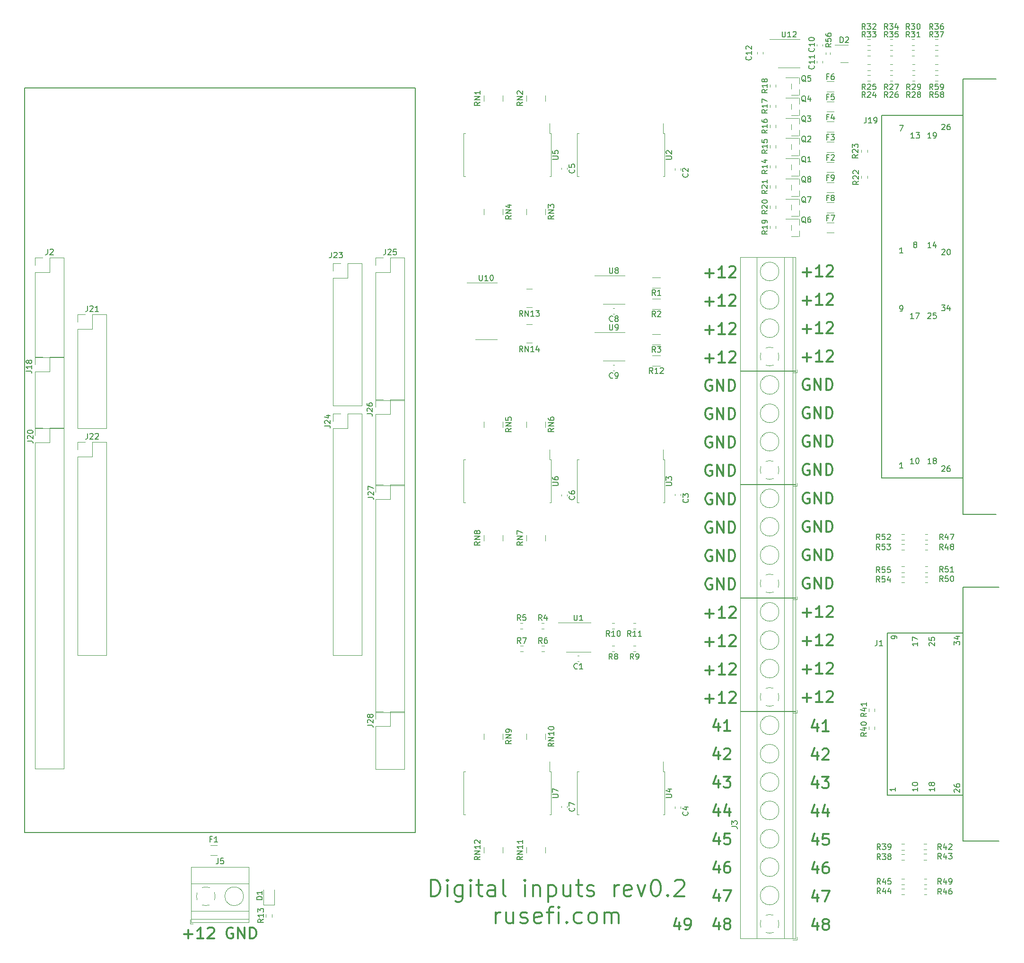
<source format=gto>
G75*
G70*
%OFA0B0*%
%FSLAX25Y25*%
%IPPOS*%
%LPD*%
%AMOC8*
5,1,8,0,0,1.08239X$1,22.5*
%
%ADD27C,0.00787*%
%ADD30C,0.00591*%
%ADD31C,0.01181*%
%ADD32C,0.00472*%
%ADD33C,0.00500*%
X0000000Y0000000D02*
%LPD*%
G01*
D30*
X0029921Y0601969D02*
X0305118Y0601969D01*
X0305118Y0077165D01*
X0029921Y0077165D01*
X0029921Y0601969D01*
D31*
X0582623Y0396595D02*
X0581873Y0396970D01*
X0581873Y0396970D02*
X0580748Y0396970D01*
X0580748Y0396970D02*
X0579623Y0396595D01*
X0579623Y0396595D02*
X0578873Y0395845D01*
X0578873Y0395845D02*
X0578498Y0395095D01*
X0578498Y0395095D02*
X0578123Y0393595D01*
X0578123Y0393595D02*
X0578123Y0392470D01*
X0578123Y0392470D02*
X0578498Y0390971D01*
X0578498Y0390971D02*
X0578873Y0390221D01*
X0578873Y0390221D02*
X0579623Y0389471D01*
X0579623Y0389471D02*
X0580748Y0389096D01*
X0580748Y0389096D02*
X0581498Y0389096D01*
X0581498Y0389096D02*
X0582623Y0389471D01*
X0582623Y0389471D02*
X0582998Y0389846D01*
X0582998Y0389846D02*
X0582998Y0392470D01*
X0582998Y0392470D02*
X0581498Y0392470D01*
X0586372Y0389096D02*
X0586372Y0396970D01*
X0586372Y0396970D02*
X0590872Y0389096D01*
X0590872Y0389096D02*
X0590872Y0396970D01*
X0594621Y0389096D02*
X0594621Y0396970D01*
X0594621Y0396970D02*
X0596496Y0396970D01*
X0596496Y0396970D02*
X0597621Y0396595D01*
X0597621Y0396595D02*
X0598371Y0395845D01*
X0598371Y0395845D02*
X0598746Y0395095D01*
X0598746Y0395095D02*
X0599121Y0393595D01*
X0599121Y0393595D02*
X0599121Y0392470D01*
X0599121Y0392470D02*
X0598746Y0390971D01*
X0598746Y0390971D02*
X0598371Y0390221D01*
X0598371Y0390221D02*
X0597621Y0389471D01*
X0597621Y0389471D02*
X0596496Y0389096D01*
X0596496Y0389096D02*
X0594621Y0389096D01*
X0578222Y0192017D02*
X0584221Y0192017D01*
X0581221Y0189017D02*
X0581221Y0195016D01*
X0592095Y0189017D02*
X0587596Y0189017D01*
X0589845Y0189017D02*
X0589845Y0196891D01*
X0589845Y0196891D02*
X0589095Y0195766D01*
X0589095Y0195766D02*
X0588346Y0195016D01*
X0588346Y0195016D02*
X0587596Y0194641D01*
X0595095Y0196141D02*
X0595470Y0196516D01*
X0595470Y0196516D02*
X0596220Y0196891D01*
X0596220Y0196891D02*
X0598094Y0196891D01*
X0598094Y0196891D02*
X0598844Y0196516D01*
X0598844Y0196516D02*
X0599219Y0196141D01*
X0599219Y0196141D02*
X0599594Y0195391D01*
X0599594Y0195391D02*
X0599594Y0194641D01*
X0599594Y0194641D02*
X0599219Y0193517D01*
X0599219Y0193517D02*
X0594720Y0189017D01*
X0594720Y0189017D02*
X0599594Y0189017D01*
X0142021Y0005265D02*
X0148020Y0005265D01*
X0145021Y0002265D02*
X0145021Y0008264D01*
X0155894Y0002265D02*
X0151395Y0002265D01*
X0153645Y0002265D02*
X0153645Y0010139D01*
X0153645Y0010139D02*
X0152895Y0009014D01*
X0152895Y0009014D02*
X0152145Y0008264D01*
X0152145Y0008264D02*
X0151395Y0007890D01*
X0158894Y0009389D02*
X0159269Y0009764D01*
X0159269Y0009764D02*
X0160019Y0010139D01*
X0160019Y0010139D02*
X0161894Y0010139D01*
X0161894Y0010139D02*
X0162643Y0009764D01*
X0162643Y0009764D02*
X0163018Y0009389D01*
X0163018Y0009389D02*
X0163393Y0008639D01*
X0163393Y0008639D02*
X0163393Y0007890D01*
X0163393Y0007890D02*
X0163018Y0006765D01*
X0163018Y0006765D02*
X0158519Y0002265D01*
X0158519Y0002265D02*
X0163393Y0002265D01*
X0588301Y0153637D02*
X0588301Y0148387D01*
X0586427Y0156636D02*
X0584552Y0151012D01*
X0584552Y0151012D02*
X0589426Y0151012D01*
X0596550Y0148387D02*
X0592051Y0148387D01*
X0594301Y0148387D02*
X0594301Y0156261D01*
X0594301Y0156261D02*
X0593551Y0155136D01*
X0593551Y0155136D02*
X0592801Y0154387D01*
X0592801Y0154387D02*
X0592051Y0154012D01*
X0514099Y0255985D02*
X0513349Y0256360D01*
X0513349Y0256360D02*
X0512224Y0256360D01*
X0512224Y0256360D02*
X0511100Y0255985D01*
X0511100Y0255985D02*
X0510350Y0255235D01*
X0510350Y0255235D02*
X0509975Y0254485D01*
X0509975Y0254485D02*
X0509600Y0252985D01*
X0509600Y0252985D02*
X0509600Y0251860D01*
X0509600Y0251860D02*
X0509975Y0250360D01*
X0509975Y0250360D02*
X0510350Y0249611D01*
X0510350Y0249611D02*
X0511100Y0248861D01*
X0511100Y0248861D02*
X0512224Y0248486D01*
X0512224Y0248486D02*
X0512974Y0248486D01*
X0512974Y0248486D02*
X0514099Y0248861D01*
X0514099Y0248861D02*
X0514474Y0249236D01*
X0514474Y0249236D02*
X0514474Y0251860D01*
X0514474Y0251860D02*
X0512974Y0251860D01*
X0517849Y0248486D02*
X0517849Y0256360D01*
X0517849Y0256360D02*
X0522348Y0248486D01*
X0522348Y0248486D02*
X0522348Y0256360D01*
X0526098Y0248486D02*
X0526098Y0256360D01*
X0526098Y0256360D02*
X0527972Y0256360D01*
X0527972Y0256360D02*
X0529097Y0255985D01*
X0529097Y0255985D02*
X0529847Y0255235D01*
X0529847Y0255235D02*
X0530222Y0254485D01*
X0530222Y0254485D02*
X0530597Y0252985D01*
X0530597Y0252985D02*
X0530597Y0251860D01*
X0530597Y0251860D02*
X0530222Y0250360D01*
X0530222Y0250360D02*
X0529847Y0249611D01*
X0529847Y0249611D02*
X0529097Y0248861D01*
X0529097Y0248861D02*
X0527972Y0248486D01*
X0527972Y0248486D02*
X0526098Y0248486D01*
X0588400Y0053558D02*
X0588400Y0048309D01*
X0586525Y0056557D02*
X0584650Y0050933D01*
X0584650Y0050933D02*
X0589525Y0050933D01*
X0595899Y0056183D02*
X0594399Y0056183D01*
X0594399Y0056183D02*
X0593649Y0055808D01*
X0593649Y0055808D02*
X0593274Y0055433D01*
X0593274Y0055433D02*
X0592524Y0054308D01*
X0592524Y0054308D02*
X0592149Y0052808D01*
X0592149Y0052808D02*
X0592149Y0049808D01*
X0592149Y0049808D02*
X0592524Y0049058D01*
X0592524Y0049058D02*
X0592899Y0048683D01*
X0592899Y0048683D02*
X0593649Y0048309D01*
X0593649Y0048309D02*
X0595149Y0048309D01*
X0595149Y0048309D02*
X0595899Y0048683D01*
X0595899Y0048683D02*
X0596274Y0049058D01*
X0596274Y0049058D02*
X0596649Y0049808D01*
X0596649Y0049808D02*
X0596649Y0051683D01*
X0596649Y0051683D02*
X0596274Y0052433D01*
X0596274Y0052433D02*
X0595899Y0052808D01*
X0595899Y0052808D02*
X0595149Y0053183D01*
X0595149Y0053183D02*
X0593649Y0053183D01*
X0593649Y0053183D02*
X0592899Y0052808D01*
X0592899Y0052808D02*
X0592524Y0052433D01*
X0592524Y0052433D02*
X0592149Y0051683D01*
X0514099Y0315985D02*
X0513349Y0316360D01*
X0513349Y0316360D02*
X0512224Y0316360D01*
X0512224Y0316360D02*
X0511100Y0315985D01*
X0511100Y0315985D02*
X0510350Y0315235D01*
X0510350Y0315235D02*
X0509975Y0314485D01*
X0509975Y0314485D02*
X0509600Y0312985D01*
X0509600Y0312985D02*
X0509600Y0311860D01*
X0509600Y0311860D02*
X0509975Y0310360D01*
X0509975Y0310360D02*
X0510350Y0309611D01*
X0510350Y0309611D02*
X0511100Y0308861D01*
X0511100Y0308861D02*
X0512224Y0308486D01*
X0512224Y0308486D02*
X0512974Y0308486D01*
X0512974Y0308486D02*
X0514099Y0308861D01*
X0514099Y0308861D02*
X0514474Y0309236D01*
X0514474Y0309236D02*
X0514474Y0311860D01*
X0514474Y0311860D02*
X0512974Y0311860D01*
X0517849Y0308486D02*
X0517849Y0316360D01*
X0517849Y0316360D02*
X0522348Y0308486D01*
X0522348Y0308486D02*
X0522348Y0316360D01*
X0526098Y0308486D02*
X0526098Y0316360D01*
X0526098Y0316360D02*
X0527972Y0316360D01*
X0527972Y0316360D02*
X0529097Y0315985D01*
X0529097Y0315985D02*
X0529847Y0315235D01*
X0529847Y0315235D02*
X0530222Y0314485D01*
X0530222Y0314485D02*
X0530597Y0312985D01*
X0530597Y0312985D02*
X0530597Y0311860D01*
X0530597Y0311860D02*
X0530222Y0310360D01*
X0530222Y0310360D02*
X0529847Y0309611D01*
X0529847Y0309611D02*
X0529097Y0308861D01*
X0529097Y0308861D02*
X0527972Y0308486D01*
X0527972Y0308486D02*
X0526098Y0308486D01*
X0578222Y0172017D02*
X0584221Y0172017D01*
X0581221Y0169017D02*
X0581221Y0175016D01*
X0592095Y0169017D02*
X0587596Y0169017D01*
X0589845Y0169017D02*
X0589845Y0176891D01*
X0589845Y0176891D02*
X0589095Y0175766D01*
X0589095Y0175766D02*
X0588346Y0175016D01*
X0588346Y0175016D02*
X0587596Y0174641D01*
X0595095Y0176141D02*
X0595470Y0176516D01*
X0595470Y0176516D02*
X0596220Y0176891D01*
X0596220Y0176891D02*
X0598094Y0176891D01*
X0598094Y0176891D02*
X0598844Y0176516D01*
X0598844Y0176516D02*
X0599219Y0176141D01*
X0599219Y0176141D02*
X0599594Y0175391D01*
X0599594Y0175391D02*
X0599594Y0174641D01*
X0599594Y0174641D02*
X0599219Y0173517D01*
X0599219Y0173517D02*
X0594720Y0169017D01*
X0594720Y0169017D02*
X0599594Y0169017D01*
X0582623Y0376595D02*
X0581873Y0376970D01*
X0581873Y0376970D02*
X0580748Y0376970D01*
X0580748Y0376970D02*
X0579623Y0376595D01*
X0579623Y0376595D02*
X0578873Y0375845D01*
X0578873Y0375845D02*
X0578498Y0375095D01*
X0578498Y0375095D02*
X0578123Y0373595D01*
X0578123Y0373595D02*
X0578123Y0372470D01*
X0578123Y0372470D02*
X0578498Y0370971D01*
X0578498Y0370971D02*
X0578873Y0370221D01*
X0578873Y0370221D02*
X0579623Y0369471D01*
X0579623Y0369471D02*
X0580748Y0369096D01*
X0580748Y0369096D02*
X0581498Y0369096D01*
X0581498Y0369096D02*
X0582623Y0369471D01*
X0582623Y0369471D02*
X0582998Y0369846D01*
X0582998Y0369846D02*
X0582998Y0372470D01*
X0582998Y0372470D02*
X0581498Y0372470D01*
X0586372Y0369096D02*
X0586372Y0376970D01*
X0586372Y0376970D02*
X0590872Y0369096D01*
X0590872Y0369096D02*
X0590872Y0376970D01*
X0594621Y0369096D02*
X0594621Y0376970D01*
X0594621Y0376970D02*
X0596496Y0376970D01*
X0596496Y0376970D02*
X0597621Y0376595D01*
X0597621Y0376595D02*
X0598371Y0375845D01*
X0598371Y0375845D02*
X0598746Y0375095D01*
X0598746Y0375095D02*
X0599121Y0373595D01*
X0599121Y0373595D02*
X0599121Y0372470D01*
X0599121Y0372470D02*
X0598746Y0370971D01*
X0598746Y0370971D02*
X0598371Y0370221D01*
X0598371Y0370221D02*
X0597621Y0369471D01*
X0597621Y0369471D02*
X0596496Y0369096D01*
X0596496Y0369096D02*
X0594621Y0369096D01*
X0509501Y0471564D02*
X0515501Y0471564D01*
X0512501Y0468564D02*
X0512501Y0474564D01*
X0523375Y0468564D02*
X0518875Y0468564D01*
X0521125Y0468564D02*
X0521125Y0476438D01*
X0521125Y0476438D02*
X0520375Y0475314D01*
X0520375Y0475314D02*
X0519625Y0474564D01*
X0519625Y0474564D02*
X0518875Y0474189D01*
X0526374Y0475689D02*
X0526749Y0476063D01*
X0526749Y0476063D02*
X0527499Y0476438D01*
X0527499Y0476438D02*
X0529374Y0476438D01*
X0529374Y0476438D02*
X0530124Y0476063D01*
X0530124Y0476063D02*
X0530499Y0475689D01*
X0530499Y0475689D02*
X0530874Y0474939D01*
X0530874Y0474939D02*
X0530874Y0474189D01*
X0530874Y0474189D02*
X0530499Y0473064D01*
X0530499Y0473064D02*
X0525999Y0468564D01*
X0525999Y0468564D02*
X0530874Y0468564D01*
X0582721Y0256516D02*
X0581971Y0256891D01*
X0581971Y0256891D02*
X0580846Y0256891D01*
X0580846Y0256891D02*
X0579722Y0256516D01*
X0579722Y0256516D02*
X0578972Y0255766D01*
X0578972Y0255766D02*
X0578597Y0255016D01*
X0578597Y0255016D02*
X0578222Y0253517D01*
X0578222Y0253517D02*
X0578222Y0252392D01*
X0578222Y0252392D02*
X0578597Y0250892D01*
X0578597Y0250892D02*
X0578972Y0250142D01*
X0578972Y0250142D02*
X0579722Y0249392D01*
X0579722Y0249392D02*
X0580846Y0249017D01*
X0580846Y0249017D02*
X0581596Y0249017D01*
X0581596Y0249017D02*
X0582721Y0249392D01*
X0582721Y0249392D02*
X0583096Y0249767D01*
X0583096Y0249767D02*
X0583096Y0252392D01*
X0583096Y0252392D02*
X0581596Y0252392D01*
X0586471Y0249017D02*
X0586471Y0256891D01*
X0586471Y0256891D02*
X0590970Y0249017D01*
X0590970Y0249017D02*
X0590970Y0256891D01*
X0594720Y0249017D02*
X0594720Y0256891D01*
X0594720Y0256891D02*
X0596594Y0256891D01*
X0596594Y0256891D02*
X0597719Y0256516D01*
X0597719Y0256516D02*
X0598469Y0255766D01*
X0598469Y0255766D02*
X0598844Y0255016D01*
X0598844Y0255016D02*
X0599219Y0253517D01*
X0599219Y0253517D02*
X0599219Y0252392D01*
X0599219Y0252392D02*
X0598844Y0250892D01*
X0598844Y0250892D02*
X0598469Y0250142D01*
X0598469Y0250142D02*
X0597719Y0249392D01*
X0597719Y0249392D02*
X0596594Y0249017D01*
X0596594Y0249017D02*
X0594720Y0249017D01*
X0588301Y0113637D02*
X0588301Y0108387D01*
X0586427Y0116636D02*
X0584552Y0111012D01*
X0584552Y0111012D02*
X0589426Y0111012D01*
X0591676Y0116261D02*
X0596550Y0116261D01*
X0596550Y0116261D02*
X0593926Y0113262D01*
X0593926Y0113262D02*
X0595051Y0113262D01*
X0595051Y0113262D02*
X0595801Y0112887D01*
X0595801Y0112887D02*
X0596175Y0112512D01*
X0596175Y0112512D02*
X0596550Y0111762D01*
X0596550Y0111762D02*
X0596550Y0109887D01*
X0596550Y0109887D02*
X0596175Y0109137D01*
X0596175Y0109137D02*
X0595801Y0108762D01*
X0595801Y0108762D02*
X0595051Y0108387D01*
X0595051Y0108387D02*
X0592801Y0108387D01*
X0592801Y0108387D02*
X0592051Y0108762D01*
X0592051Y0108762D02*
X0591676Y0109137D01*
X0514001Y0376063D02*
X0513251Y0376438D01*
X0513251Y0376438D02*
X0512126Y0376438D01*
X0512126Y0376438D02*
X0511001Y0376063D01*
X0511001Y0376063D02*
X0510251Y0375314D01*
X0510251Y0375314D02*
X0509876Y0374564D01*
X0509876Y0374564D02*
X0509501Y0373064D01*
X0509501Y0373064D02*
X0509501Y0371939D01*
X0509501Y0371939D02*
X0509876Y0370439D01*
X0509876Y0370439D02*
X0510251Y0369689D01*
X0510251Y0369689D02*
X0511001Y0368939D01*
X0511001Y0368939D02*
X0512126Y0368564D01*
X0512126Y0368564D02*
X0512876Y0368564D01*
X0512876Y0368564D02*
X0514001Y0368939D01*
X0514001Y0368939D02*
X0514376Y0369314D01*
X0514376Y0369314D02*
X0514376Y0371939D01*
X0514376Y0371939D02*
X0512876Y0371939D01*
X0517750Y0368564D02*
X0517750Y0376438D01*
X0517750Y0376438D02*
X0522250Y0368564D01*
X0522250Y0368564D02*
X0522250Y0376438D01*
X0525999Y0368564D02*
X0525999Y0376438D01*
X0525999Y0376438D02*
X0527874Y0376438D01*
X0527874Y0376438D02*
X0528999Y0376063D01*
X0528999Y0376063D02*
X0529749Y0375314D01*
X0529749Y0375314D02*
X0530124Y0374564D01*
X0530124Y0374564D02*
X0530499Y0373064D01*
X0530499Y0373064D02*
X0530499Y0371939D01*
X0530499Y0371939D02*
X0530124Y0370439D01*
X0530124Y0370439D02*
X0529749Y0369689D01*
X0529749Y0369689D02*
X0528999Y0368939D01*
X0528999Y0368939D02*
X0527874Y0368564D01*
X0527874Y0368564D02*
X0525999Y0368564D01*
X0518912Y0153952D02*
X0518912Y0148702D01*
X0517037Y0156951D02*
X0515162Y0151327D01*
X0515162Y0151327D02*
X0520037Y0151327D01*
X0527161Y0148702D02*
X0522661Y0148702D01*
X0524911Y0148702D02*
X0524911Y0156576D01*
X0524911Y0156576D02*
X0524161Y0155451D01*
X0524161Y0155451D02*
X0523411Y0154701D01*
X0523411Y0154701D02*
X0522661Y0154327D01*
X0582721Y0296516D02*
X0581971Y0296891D01*
X0581971Y0296891D02*
X0580846Y0296891D01*
X0580846Y0296891D02*
X0579722Y0296516D01*
X0579722Y0296516D02*
X0578972Y0295766D01*
X0578972Y0295766D02*
X0578597Y0295016D01*
X0578597Y0295016D02*
X0578222Y0293517D01*
X0578222Y0293517D02*
X0578222Y0292392D01*
X0578222Y0292392D02*
X0578597Y0290892D01*
X0578597Y0290892D02*
X0578972Y0290142D01*
X0578972Y0290142D02*
X0579722Y0289392D01*
X0579722Y0289392D02*
X0580846Y0289017D01*
X0580846Y0289017D02*
X0581596Y0289017D01*
X0581596Y0289017D02*
X0582721Y0289392D01*
X0582721Y0289392D02*
X0583096Y0289767D01*
X0583096Y0289767D02*
X0583096Y0292392D01*
X0583096Y0292392D02*
X0581596Y0292392D01*
X0586471Y0289017D02*
X0586471Y0296891D01*
X0586471Y0296891D02*
X0590970Y0289017D01*
X0590970Y0289017D02*
X0590970Y0296891D01*
X0594720Y0289017D02*
X0594720Y0296891D01*
X0594720Y0296891D02*
X0596594Y0296891D01*
X0596594Y0296891D02*
X0597719Y0296516D01*
X0597719Y0296516D02*
X0598469Y0295766D01*
X0598469Y0295766D02*
X0598844Y0295016D01*
X0598844Y0295016D02*
X0599219Y0293517D01*
X0599219Y0293517D02*
X0599219Y0292392D01*
X0599219Y0292392D02*
X0598844Y0290892D01*
X0598844Y0290892D02*
X0598469Y0290142D01*
X0598469Y0290142D02*
X0597719Y0289392D01*
X0597719Y0289392D02*
X0596594Y0289017D01*
X0596594Y0289017D02*
X0594720Y0289017D01*
X0176520Y0009764D02*
X0175771Y0010139D01*
X0175771Y0010139D02*
X0174646Y0010139D01*
X0174646Y0010139D02*
X0173521Y0009764D01*
X0173521Y0009764D02*
X0172771Y0009014D01*
X0172771Y0009014D02*
X0172396Y0008264D01*
X0172396Y0008264D02*
X0172021Y0006765D01*
X0172021Y0006765D02*
X0172021Y0005640D01*
X0172021Y0005640D02*
X0172396Y0004140D01*
X0172396Y0004140D02*
X0172771Y0003390D01*
X0172771Y0003390D02*
X0173521Y0002640D01*
X0173521Y0002640D02*
X0174646Y0002265D01*
X0174646Y0002265D02*
X0175396Y0002265D01*
X0175396Y0002265D02*
X0176520Y0002640D01*
X0176520Y0002640D02*
X0176895Y0003015D01*
X0176895Y0003015D02*
X0176895Y0005640D01*
X0176895Y0005640D02*
X0175396Y0005640D01*
X0180270Y0002265D02*
X0180270Y0010139D01*
X0180270Y0010139D02*
X0184769Y0002265D01*
X0184769Y0002265D02*
X0184769Y0010139D01*
X0188519Y0002265D02*
X0188519Y0010139D01*
X0188519Y0010139D02*
X0190394Y0010139D01*
X0190394Y0010139D02*
X0191519Y0009764D01*
X0191519Y0009764D02*
X0192268Y0009014D01*
X0192268Y0009014D02*
X0192643Y0008264D01*
X0192643Y0008264D02*
X0193018Y0006765D01*
X0193018Y0006765D02*
X0193018Y0005640D01*
X0193018Y0005640D02*
X0192643Y0004140D01*
X0192643Y0004140D02*
X0192268Y0003390D01*
X0192268Y0003390D02*
X0191519Y0002640D01*
X0191519Y0002640D02*
X0190394Y0002265D01*
X0190394Y0002265D02*
X0188519Y0002265D01*
X0578222Y0212017D02*
X0584221Y0212017D01*
X0581221Y0209017D02*
X0581221Y0215016D01*
X0592095Y0209017D02*
X0587596Y0209017D01*
X0589845Y0209017D02*
X0589845Y0216891D01*
X0589845Y0216891D02*
X0589095Y0215766D01*
X0589095Y0215766D02*
X0588346Y0215016D01*
X0588346Y0215016D02*
X0587596Y0214641D01*
X0595095Y0216141D02*
X0595470Y0216516D01*
X0595470Y0216516D02*
X0596220Y0216891D01*
X0596220Y0216891D02*
X0598094Y0216891D01*
X0598094Y0216891D02*
X0598844Y0216516D01*
X0598844Y0216516D02*
X0599219Y0216141D01*
X0599219Y0216141D02*
X0599594Y0215391D01*
X0599594Y0215391D02*
X0599594Y0214641D01*
X0599594Y0214641D02*
X0599219Y0213517D01*
X0599219Y0213517D02*
X0594720Y0209017D01*
X0594720Y0209017D02*
X0599594Y0209017D01*
X0518912Y0093952D02*
X0518912Y0088702D01*
X0517037Y0096951D02*
X0515162Y0091327D01*
X0515162Y0091327D02*
X0520037Y0091327D01*
X0526411Y0093952D02*
X0526411Y0088702D01*
X0524536Y0096951D02*
X0522661Y0091327D01*
X0522661Y0091327D02*
X0527536Y0091327D01*
X0588400Y0033558D02*
X0588400Y0028309D01*
X0586525Y0036557D02*
X0584650Y0030933D01*
X0584650Y0030933D02*
X0589525Y0030933D01*
X0591774Y0036183D02*
X0597024Y0036183D01*
X0597024Y0036183D02*
X0593649Y0028309D01*
X0582721Y0316516D02*
X0581971Y0316891D01*
X0581971Y0316891D02*
X0580846Y0316891D01*
X0580846Y0316891D02*
X0579722Y0316516D01*
X0579722Y0316516D02*
X0578972Y0315766D01*
X0578972Y0315766D02*
X0578597Y0315016D01*
X0578597Y0315016D02*
X0578222Y0313517D01*
X0578222Y0313517D02*
X0578222Y0312392D01*
X0578222Y0312392D02*
X0578597Y0310892D01*
X0578597Y0310892D02*
X0578972Y0310142D01*
X0578972Y0310142D02*
X0579722Y0309392D01*
X0579722Y0309392D02*
X0580846Y0309017D01*
X0580846Y0309017D02*
X0581596Y0309017D01*
X0581596Y0309017D02*
X0582721Y0309392D01*
X0582721Y0309392D02*
X0583096Y0309767D01*
X0583096Y0309767D02*
X0583096Y0312392D01*
X0583096Y0312392D02*
X0581596Y0312392D01*
X0586471Y0309017D02*
X0586471Y0316891D01*
X0586471Y0316891D02*
X0590970Y0309017D01*
X0590970Y0309017D02*
X0590970Y0316891D01*
X0594720Y0309017D02*
X0594720Y0316891D01*
X0594720Y0316891D02*
X0596594Y0316891D01*
X0596594Y0316891D02*
X0597719Y0316516D01*
X0597719Y0316516D02*
X0598469Y0315766D01*
X0598469Y0315766D02*
X0598844Y0315016D01*
X0598844Y0315016D02*
X0599219Y0313517D01*
X0599219Y0313517D02*
X0599219Y0312392D01*
X0599219Y0312392D02*
X0598844Y0310892D01*
X0598844Y0310892D02*
X0598469Y0310142D01*
X0598469Y0310142D02*
X0597719Y0309392D01*
X0597719Y0309392D02*
X0596594Y0309017D01*
X0596594Y0309017D02*
X0594720Y0309017D01*
X0514001Y0396063D02*
X0513251Y0396438D01*
X0513251Y0396438D02*
X0512126Y0396438D01*
X0512126Y0396438D02*
X0511001Y0396063D01*
X0511001Y0396063D02*
X0510251Y0395314D01*
X0510251Y0395314D02*
X0509876Y0394564D01*
X0509876Y0394564D02*
X0509501Y0393064D01*
X0509501Y0393064D02*
X0509501Y0391939D01*
X0509501Y0391939D02*
X0509876Y0390439D01*
X0509876Y0390439D02*
X0510251Y0389689D01*
X0510251Y0389689D02*
X0511001Y0388939D01*
X0511001Y0388939D02*
X0512126Y0388564D01*
X0512126Y0388564D02*
X0512876Y0388564D01*
X0512876Y0388564D02*
X0514001Y0388939D01*
X0514001Y0388939D02*
X0514376Y0389314D01*
X0514376Y0389314D02*
X0514376Y0391939D01*
X0514376Y0391939D02*
X0512876Y0391939D01*
X0517750Y0388564D02*
X0517750Y0396438D01*
X0517750Y0396438D02*
X0522250Y0388564D01*
X0522250Y0388564D02*
X0522250Y0396438D01*
X0525999Y0388564D02*
X0525999Y0396438D01*
X0525999Y0396438D02*
X0527874Y0396438D01*
X0527874Y0396438D02*
X0528999Y0396063D01*
X0528999Y0396063D02*
X0529749Y0395314D01*
X0529749Y0395314D02*
X0530124Y0394564D01*
X0530124Y0394564D02*
X0530499Y0393064D01*
X0530499Y0393064D02*
X0530499Y0391939D01*
X0530499Y0391939D02*
X0530124Y0390439D01*
X0530124Y0390439D02*
X0529749Y0389689D01*
X0529749Y0389689D02*
X0528999Y0388939D01*
X0528999Y0388939D02*
X0527874Y0388564D01*
X0527874Y0388564D02*
X0525999Y0388564D01*
X0514001Y0356063D02*
X0513251Y0356438D01*
X0513251Y0356438D02*
X0512126Y0356438D01*
X0512126Y0356438D02*
X0511001Y0356063D01*
X0511001Y0356063D02*
X0510251Y0355314D01*
X0510251Y0355314D02*
X0509876Y0354564D01*
X0509876Y0354564D02*
X0509501Y0353064D01*
X0509501Y0353064D02*
X0509501Y0351939D01*
X0509501Y0351939D02*
X0509876Y0350439D01*
X0509876Y0350439D02*
X0510251Y0349689D01*
X0510251Y0349689D02*
X0511001Y0348939D01*
X0511001Y0348939D02*
X0512126Y0348564D01*
X0512126Y0348564D02*
X0512876Y0348564D01*
X0512876Y0348564D02*
X0514001Y0348939D01*
X0514001Y0348939D02*
X0514376Y0349314D01*
X0514376Y0349314D02*
X0514376Y0351939D01*
X0514376Y0351939D02*
X0512876Y0351939D01*
X0517750Y0348564D02*
X0517750Y0356438D01*
X0517750Y0356438D02*
X0522250Y0348564D01*
X0522250Y0348564D02*
X0522250Y0356438D01*
X0525999Y0348564D02*
X0525999Y0356438D01*
X0525999Y0356438D02*
X0527874Y0356438D01*
X0527874Y0356438D02*
X0528999Y0356063D01*
X0528999Y0356063D02*
X0529749Y0355314D01*
X0529749Y0355314D02*
X0530124Y0354564D01*
X0530124Y0354564D02*
X0530499Y0353064D01*
X0530499Y0353064D02*
X0530499Y0351939D01*
X0530499Y0351939D02*
X0530124Y0350439D01*
X0530124Y0350439D02*
X0529749Y0349689D01*
X0529749Y0349689D02*
X0528999Y0348939D01*
X0528999Y0348939D02*
X0527874Y0348564D01*
X0527874Y0348564D02*
X0525999Y0348564D01*
X0518912Y0113952D02*
X0518912Y0108702D01*
X0517037Y0116951D02*
X0515162Y0111327D01*
X0515162Y0111327D02*
X0520037Y0111327D01*
X0522286Y0116576D02*
X0527161Y0116576D01*
X0527161Y0116576D02*
X0524536Y0113577D01*
X0524536Y0113577D02*
X0525661Y0113577D01*
X0525661Y0113577D02*
X0526411Y0113202D01*
X0526411Y0113202D02*
X0526786Y0112827D01*
X0526786Y0112827D02*
X0527161Y0112077D01*
X0527161Y0112077D02*
X0527161Y0110202D01*
X0527161Y0110202D02*
X0526786Y0109452D01*
X0526786Y0109452D02*
X0526411Y0109077D01*
X0526411Y0109077D02*
X0525661Y0108702D01*
X0525661Y0108702D02*
X0523411Y0108702D01*
X0523411Y0108702D02*
X0522661Y0109077D01*
X0522661Y0109077D02*
X0522286Y0109452D01*
X0578123Y0452096D02*
X0584123Y0452096D01*
X0581123Y0449096D02*
X0581123Y0455095D01*
X0591997Y0449096D02*
X0587497Y0449096D01*
X0589747Y0449096D02*
X0589747Y0456970D01*
X0589747Y0456970D02*
X0588997Y0455845D01*
X0588997Y0455845D02*
X0588247Y0455095D01*
X0588247Y0455095D02*
X0587497Y0454720D01*
X0594996Y0456220D02*
X0595371Y0456595D01*
X0595371Y0456595D02*
X0596121Y0456970D01*
X0596121Y0456970D02*
X0597996Y0456970D01*
X0597996Y0456970D02*
X0598746Y0456595D01*
X0598746Y0456595D02*
X0599121Y0456220D01*
X0599121Y0456220D02*
X0599496Y0455470D01*
X0599496Y0455470D02*
X0599496Y0454720D01*
X0599496Y0454720D02*
X0599121Y0453595D01*
X0599121Y0453595D02*
X0594621Y0449096D01*
X0594621Y0449096D02*
X0599496Y0449096D01*
X0582623Y0356595D02*
X0581873Y0356970D01*
X0581873Y0356970D02*
X0580748Y0356970D01*
X0580748Y0356970D02*
X0579623Y0356595D01*
X0579623Y0356595D02*
X0578873Y0355845D01*
X0578873Y0355845D02*
X0578498Y0355095D01*
X0578498Y0355095D02*
X0578123Y0353595D01*
X0578123Y0353595D02*
X0578123Y0352470D01*
X0578123Y0352470D02*
X0578498Y0350971D01*
X0578498Y0350971D02*
X0578873Y0350221D01*
X0578873Y0350221D02*
X0579623Y0349471D01*
X0579623Y0349471D02*
X0580748Y0349096D01*
X0580748Y0349096D02*
X0581498Y0349096D01*
X0581498Y0349096D02*
X0582623Y0349471D01*
X0582623Y0349471D02*
X0582998Y0349846D01*
X0582998Y0349846D02*
X0582998Y0352470D01*
X0582998Y0352470D02*
X0581498Y0352470D01*
X0586372Y0349096D02*
X0586372Y0356970D01*
X0586372Y0356970D02*
X0590872Y0349096D01*
X0590872Y0349096D02*
X0590872Y0356970D01*
X0594621Y0349096D02*
X0594621Y0356970D01*
X0594621Y0356970D02*
X0596496Y0356970D01*
X0596496Y0356970D02*
X0597621Y0356595D01*
X0597621Y0356595D02*
X0598371Y0355845D01*
X0598371Y0355845D02*
X0598746Y0355095D01*
X0598746Y0355095D02*
X0599121Y0353595D01*
X0599121Y0353595D02*
X0599121Y0352470D01*
X0599121Y0352470D02*
X0598746Y0350971D01*
X0598746Y0350971D02*
X0598371Y0350221D01*
X0598371Y0350221D02*
X0597621Y0349471D01*
X0597621Y0349471D02*
X0596496Y0349096D01*
X0596496Y0349096D02*
X0594621Y0349096D01*
X0509600Y0231485D02*
X0515599Y0231485D01*
X0512599Y0228486D02*
X0512599Y0234485D01*
X0523473Y0228486D02*
X0518974Y0228486D01*
X0521223Y0228486D02*
X0521223Y0236360D01*
X0521223Y0236360D02*
X0520473Y0235235D01*
X0520473Y0235235D02*
X0519723Y0234485D01*
X0519723Y0234485D02*
X0518974Y0234110D01*
X0526473Y0235610D02*
X0526848Y0235985D01*
X0526848Y0235985D02*
X0527597Y0236360D01*
X0527597Y0236360D02*
X0529472Y0236360D01*
X0529472Y0236360D02*
X0530222Y0235985D01*
X0530222Y0235985D02*
X0530597Y0235610D01*
X0530597Y0235610D02*
X0530972Y0234860D01*
X0530972Y0234860D02*
X0530972Y0234110D01*
X0530972Y0234110D02*
X0530597Y0232985D01*
X0530597Y0232985D02*
X0526098Y0228486D01*
X0526098Y0228486D02*
X0530972Y0228486D01*
X0588400Y0013558D02*
X0588400Y0008309D01*
X0586525Y0016557D02*
X0584650Y0010933D01*
X0584650Y0010933D02*
X0589525Y0010933D01*
X0593649Y0012808D02*
X0592899Y0013183D01*
X0592899Y0013183D02*
X0592524Y0013558D01*
X0592524Y0013558D02*
X0592149Y0014308D01*
X0592149Y0014308D02*
X0592149Y0014683D01*
X0592149Y0014683D02*
X0592524Y0015433D01*
X0592524Y0015433D02*
X0592899Y0015808D01*
X0592899Y0015808D02*
X0593649Y0016183D01*
X0593649Y0016183D02*
X0595149Y0016183D01*
X0595149Y0016183D02*
X0595899Y0015808D01*
X0595899Y0015808D02*
X0596274Y0015433D01*
X0596274Y0015433D02*
X0596649Y0014683D01*
X0596649Y0014683D02*
X0596649Y0014308D01*
X0596649Y0014308D02*
X0596274Y0013558D01*
X0596274Y0013558D02*
X0595899Y0013183D01*
X0595899Y0013183D02*
X0595149Y0012808D01*
X0595149Y0012808D02*
X0593649Y0012808D01*
X0593649Y0012808D02*
X0592899Y0012433D01*
X0592899Y0012433D02*
X0592524Y0012058D01*
X0592524Y0012058D02*
X0592149Y0011308D01*
X0592149Y0011308D02*
X0592149Y0009808D01*
X0592149Y0009808D02*
X0592524Y0009058D01*
X0592524Y0009058D02*
X0592899Y0008683D01*
X0592899Y0008683D02*
X0593649Y0008309D01*
X0593649Y0008309D02*
X0595149Y0008309D01*
X0595149Y0008309D02*
X0595899Y0008683D01*
X0595899Y0008683D02*
X0596274Y0009058D01*
X0596274Y0009058D02*
X0596649Y0009808D01*
X0596649Y0009808D02*
X0596649Y0011308D01*
X0596649Y0011308D02*
X0596274Y0012058D01*
X0596274Y0012058D02*
X0595899Y0012433D01*
X0595899Y0012433D02*
X0595149Y0012808D01*
X0519010Y0033873D02*
X0519010Y0028623D01*
X0517135Y0036872D02*
X0515261Y0031248D01*
X0515261Y0031248D02*
X0520135Y0031248D01*
X0522385Y0036497D02*
X0527634Y0036497D01*
X0527634Y0036497D02*
X0524259Y0028623D01*
X0315973Y0032058D02*
X0315973Y0043869D01*
X0315973Y0043869D02*
X0318785Y0043869D01*
X0318785Y0043869D02*
X0320472Y0043307D01*
X0320472Y0043307D02*
X0321597Y0042182D01*
X0321597Y0042182D02*
X0322160Y0041057D01*
X0322160Y0041057D02*
X0322722Y0038807D01*
X0322722Y0038807D02*
X0322722Y0037120D01*
X0322722Y0037120D02*
X0322160Y0034870D01*
X0322160Y0034870D02*
X0321597Y0033745D01*
X0321597Y0033745D02*
X0320472Y0032620D01*
X0320472Y0032620D02*
X0318785Y0032058D01*
X0318785Y0032058D02*
X0315973Y0032058D01*
X0327784Y0032058D02*
X0327784Y0039932D01*
X0327784Y0043869D02*
X0327222Y0043307D01*
X0327222Y0043307D02*
X0327784Y0042744D01*
X0327784Y0042744D02*
X0328346Y0043307D01*
X0328346Y0043307D02*
X0327784Y0043869D01*
X0327784Y0043869D02*
X0327784Y0042744D01*
X0338470Y0039932D02*
X0338470Y0030371D01*
X0338470Y0030371D02*
X0337908Y0029246D01*
X0337908Y0029246D02*
X0337345Y0028683D01*
X0337345Y0028683D02*
X0336220Y0028121D01*
X0336220Y0028121D02*
X0334533Y0028121D01*
X0334533Y0028121D02*
X0333408Y0028683D01*
X0338470Y0032620D02*
X0337345Y0032058D01*
X0337345Y0032058D02*
X0335096Y0032058D01*
X0335096Y0032058D02*
X0333971Y0032620D01*
X0333971Y0032620D02*
X0333408Y0033183D01*
X0333408Y0033183D02*
X0332846Y0034308D01*
X0332846Y0034308D02*
X0332846Y0037682D01*
X0332846Y0037682D02*
X0333408Y0038807D01*
X0333408Y0038807D02*
X0333971Y0039370D01*
X0333971Y0039370D02*
X0335096Y0039932D01*
X0335096Y0039932D02*
X0337345Y0039932D01*
X0337345Y0039932D02*
X0338470Y0039370D01*
X0344094Y0032058D02*
X0344094Y0039932D01*
X0344094Y0043869D02*
X0343532Y0043307D01*
X0343532Y0043307D02*
X0344094Y0042744D01*
X0344094Y0042744D02*
X0344657Y0043307D01*
X0344657Y0043307D02*
X0344094Y0043869D01*
X0344094Y0043869D02*
X0344094Y0042744D01*
X0348031Y0039932D02*
X0352531Y0039932D01*
X0349719Y0043869D02*
X0349719Y0033745D01*
X0349719Y0033745D02*
X0350281Y0032620D01*
X0350281Y0032620D02*
X0351406Y0032058D01*
X0351406Y0032058D02*
X0352531Y0032058D01*
X0361530Y0032058D02*
X0361530Y0038245D01*
X0361530Y0038245D02*
X0360967Y0039370D01*
X0360967Y0039370D02*
X0359843Y0039932D01*
X0359843Y0039932D02*
X0357593Y0039932D01*
X0357593Y0039932D02*
X0356468Y0039370D01*
X0361530Y0032620D02*
X0360405Y0032058D01*
X0360405Y0032058D02*
X0357593Y0032058D01*
X0357593Y0032058D02*
X0356468Y0032620D01*
X0356468Y0032620D02*
X0355906Y0033745D01*
X0355906Y0033745D02*
X0355906Y0034870D01*
X0355906Y0034870D02*
X0356468Y0035995D01*
X0356468Y0035995D02*
X0357593Y0036557D01*
X0357593Y0036557D02*
X0360405Y0036557D01*
X0360405Y0036557D02*
X0361530Y0037120D01*
X0368841Y0032058D02*
X0367717Y0032620D01*
X0367717Y0032620D02*
X0367154Y0033745D01*
X0367154Y0033745D02*
X0367154Y0043869D01*
X0382340Y0032058D02*
X0382340Y0039932D01*
X0382340Y0043869D02*
X0381777Y0043307D01*
X0381777Y0043307D02*
X0382340Y0042744D01*
X0382340Y0042744D02*
X0382902Y0043307D01*
X0382902Y0043307D02*
X0382340Y0043869D01*
X0382340Y0043869D02*
X0382340Y0042744D01*
X0387964Y0039932D02*
X0387964Y0032058D01*
X0387964Y0038807D02*
X0388526Y0039370D01*
X0388526Y0039370D02*
X0389651Y0039932D01*
X0389651Y0039932D02*
X0391339Y0039932D01*
X0391339Y0039932D02*
X0392463Y0039370D01*
X0392463Y0039370D02*
X0393026Y0038245D01*
X0393026Y0038245D02*
X0393026Y0032058D01*
X0398650Y0039932D02*
X0398650Y0028121D01*
X0398650Y0039370D02*
X0399775Y0039932D01*
X0399775Y0039932D02*
X0402025Y0039932D01*
X0402025Y0039932D02*
X0403150Y0039370D01*
X0403150Y0039370D02*
X0403712Y0038807D01*
X0403712Y0038807D02*
X0404274Y0037682D01*
X0404274Y0037682D02*
X0404274Y0034308D01*
X0404274Y0034308D02*
X0403712Y0033183D01*
X0403712Y0033183D02*
X0403150Y0032620D01*
X0403150Y0032620D02*
X0402025Y0032058D01*
X0402025Y0032058D02*
X0399775Y0032058D01*
X0399775Y0032058D02*
X0398650Y0032620D01*
X0414398Y0039932D02*
X0414398Y0032058D01*
X0409336Y0039932D02*
X0409336Y0033745D01*
X0409336Y0033745D02*
X0409899Y0032620D01*
X0409899Y0032620D02*
X0411024Y0032058D01*
X0411024Y0032058D02*
X0412711Y0032058D01*
X0412711Y0032058D02*
X0413836Y0032620D01*
X0413836Y0032620D02*
X0414398Y0033183D01*
X0418335Y0039932D02*
X0422835Y0039932D01*
X0420022Y0043869D02*
X0420022Y0033745D01*
X0420022Y0033745D02*
X0420585Y0032620D01*
X0420585Y0032620D02*
X0421710Y0032058D01*
X0421710Y0032058D02*
X0422835Y0032058D01*
X0426209Y0032620D02*
X0427334Y0032058D01*
X0427334Y0032058D02*
X0429584Y0032058D01*
X0429584Y0032058D02*
X0430709Y0032620D01*
X0430709Y0032620D02*
X0431271Y0033745D01*
X0431271Y0033745D02*
X0431271Y0034308D01*
X0431271Y0034308D02*
X0430709Y0035433D01*
X0430709Y0035433D02*
X0429584Y0035995D01*
X0429584Y0035995D02*
X0427897Y0035995D01*
X0427897Y0035995D02*
X0426772Y0036557D01*
X0426772Y0036557D02*
X0426209Y0037682D01*
X0426209Y0037682D02*
X0426209Y0038245D01*
X0426209Y0038245D02*
X0426772Y0039370D01*
X0426772Y0039370D02*
X0427897Y0039932D01*
X0427897Y0039932D02*
X0429584Y0039932D01*
X0429584Y0039932D02*
X0430709Y0039370D01*
X0445332Y0032058D02*
X0445332Y0039932D01*
X0445332Y0037682D02*
X0445894Y0038807D01*
X0445894Y0038807D02*
X0446457Y0039370D01*
X0446457Y0039370D02*
X0447582Y0039932D01*
X0447582Y0039932D02*
X0448706Y0039932D01*
X0457143Y0032620D02*
X0456018Y0032058D01*
X0456018Y0032058D02*
X0453768Y0032058D01*
X0453768Y0032058D02*
X0452643Y0032620D01*
X0452643Y0032620D02*
X0452081Y0033745D01*
X0452081Y0033745D02*
X0452081Y0038245D01*
X0452081Y0038245D02*
X0452643Y0039370D01*
X0452643Y0039370D02*
X0453768Y0039932D01*
X0453768Y0039932D02*
X0456018Y0039932D01*
X0456018Y0039932D02*
X0457143Y0039370D01*
X0457143Y0039370D02*
X0457705Y0038245D01*
X0457705Y0038245D02*
X0457705Y0037120D01*
X0457705Y0037120D02*
X0452081Y0035995D01*
X0461642Y0039932D02*
X0464454Y0032058D01*
X0464454Y0032058D02*
X0467267Y0039932D01*
X0474016Y0043869D02*
X0475141Y0043869D01*
X0475141Y0043869D02*
X0476265Y0043307D01*
X0476265Y0043307D02*
X0476828Y0042744D01*
X0476828Y0042744D02*
X0477390Y0041619D01*
X0477390Y0041619D02*
X0477953Y0039370D01*
X0477953Y0039370D02*
X0477953Y0036557D01*
X0477953Y0036557D02*
X0477390Y0034308D01*
X0477390Y0034308D02*
X0476828Y0033183D01*
X0476828Y0033183D02*
X0476265Y0032620D01*
X0476265Y0032620D02*
X0475141Y0032058D01*
X0475141Y0032058D02*
X0474016Y0032058D01*
X0474016Y0032058D02*
X0472891Y0032620D01*
X0472891Y0032620D02*
X0472328Y0033183D01*
X0472328Y0033183D02*
X0471766Y0034308D01*
X0471766Y0034308D02*
X0471204Y0036557D01*
X0471204Y0036557D02*
X0471204Y0039370D01*
X0471204Y0039370D02*
X0471766Y0041619D01*
X0471766Y0041619D02*
X0472328Y0042744D01*
X0472328Y0042744D02*
X0472891Y0043307D01*
X0472891Y0043307D02*
X0474016Y0043869D01*
X0483015Y0033183D02*
X0483577Y0032620D01*
X0483577Y0032620D02*
X0483015Y0032058D01*
X0483015Y0032058D02*
X0482452Y0032620D01*
X0482452Y0032620D02*
X0483015Y0033183D01*
X0483015Y0033183D02*
X0483015Y0032058D01*
X0488076Y0042744D02*
X0488639Y0043307D01*
X0488639Y0043307D02*
X0489764Y0043869D01*
X0489764Y0043869D02*
X0492576Y0043869D01*
X0492576Y0043869D02*
X0493701Y0043307D01*
X0493701Y0043307D02*
X0494263Y0042744D01*
X0494263Y0042744D02*
X0494826Y0041619D01*
X0494826Y0041619D02*
X0494826Y0040494D01*
X0494826Y0040494D02*
X0494263Y0038807D01*
X0494263Y0038807D02*
X0487514Y0032058D01*
X0487514Y0032058D02*
X0494826Y0032058D01*
X0361811Y0013042D02*
X0361811Y0020916D01*
X0361811Y0018667D02*
X0362373Y0019791D01*
X0362373Y0019791D02*
X0362936Y0020354D01*
X0362936Y0020354D02*
X0364061Y0020916D01*
X0364061Y0020916D02*
X0365186Y0020916D01*
X0374184Y0020916D02*
X0374184Y0013042D01*
X0369123Y0020916D02*
X0369123Y0014730D01*
X0369123Y0014730D02*
X0369685Y0013605D01*
X0369685Y0013605D02*
X0370810Y0013042D01*
X0370810Y0013042D02*
X0372497Y0013042D01*
X0372497Y0013042D02*
X0373622Y0013605D01*
X0373622Y0013605D02*
X0374184Y0014167D01*
X0379246Y0013605D02*
X0380371Y0013042D01*
X0380371Y0013042D02*
X0382621Y0013042D01*
X0382621Y0013042D02*
X0383746Y0013605D01*
X0383746Y0013605D02*
X0384308Y0014730D01*
X0384308Y0014730D02*
X0384308Y0015292D01*
X0384308Y0015292D02*
X0383746Y0016417D01*
X0383746Y0016417D02*
X0382621Y0016979D01*
X0382621Y0016979D02*
X0380934Y0016979D01*
X0380934Y0016979D02*
X0379809Y0017542D01*
X0379809Y0017542D02*
X0379246Y0018667D01*
X0379246Y0018667D02*
X0379246Y0019229D01*
X0379246Y0019229D02*
X0379809Y0020354D01*
X0379809Y0020354D02*
X0380934Y0020916D01*
X0380934Y0020916D02*
X0382621Y0020916D01*
X0382621Y0020916D02*
X0383746Y0020354D01*
X0393870Y0013605D02*
X0392745Y0013042D01*
X0392745Y0013042D02*
X0390495Y0013042D01*
X0390495Y0013042D02*
X0389370Y0013605D01*
X0389370Y0013605D02*
X0388808Y0014730D01*
X0388808Y0014730D02*
X0388808Y0019229D01*
X0388808Y0019229D02*
X0389370Y0020354D01*
X0389370Y0020354D02*
X0390495Y0020916D01*
X0390495Y0020916D02*
X0392745Y0020916D01*
X0392745Y0020916D02*
X0393870Y0020354D01*
X0393870Y0020354D02*
X0394432Y0019229D01*
X0394432Y0019229D02*
X0394432Y0018104D01*
X0394432Y0018104D02*
X0388808Y0016979D01*
X0397807Y0020916D02*
X0402306Y0020916D01*
X0399494Y0013042D02*
X0399494Y0023166D01*
X0399494Y0023166D02*
X0400056Y0024291D01*
X0400056Y0024291D02*
X0401181Y0024853D01*
X0401181Y0024853D02*
X0402306Y0024853D01*
X0406243Y0013042D02*
X0406243Y0020916D01*
X0406243Y0024853D02*
X0405681Y0024291D01*
X0405681Y0024291D02*
X0406243Y0023728D01*
X0406243Y0023728D02*
X0406805Y0024291D01*
X0406805Y0024291D02*
X0406243Y0024853D01*
X0406243Y0024853D02*
X0406243Y0023728D01*
X0411867Y0014167D02*
X0412430Y0013605D01*
X0412430Y0013605D02*
X0411867Y0013042D01*
X0411867Y0013042D02*
X0411305Y0013605D01*
X0411305Y0013605D02*
X0411867Y0014167D01*
X0411867Y0014167D02*
X0411867Y0013042D01*
X0422553Y0013605D02*
X0421429Y0013042D01*
X0421429Y0013042D02*
X0419179Y0013042D01*
X0419179Y0013042D02*
X0418054Y0013605D01*
X0418054Y0013605D02*
X0417492Y0014167D01*
X0417492Y0014167D02*
X0416929Y0015292D01*
X0416929Y0015292D02*
X0416929Y0018667D01*
X0416929Y0018667D02*
X0417492Y0019791D01*
X0417492Y0019791D02*
X0418054Y0020354D01*
X0418054Y0020354D02*
X0419179Y0020916D01*
X0419179Y0020916D02*
X0421429Y0020916D01*
X0421429Y0020916D02*
X0422553Y0020354D01*
X0429303Y0013042D02*
X0428178Y0013605D01*
X0428178Y0013605D02*
X0427615Y0014167D01*
X0427615Y0014167D02*
X0427053Y0015292D01*
X0427053Y0015292D02*
X0427053Y0018667D01*
X0427053Y0018667D02*
X0427615Y0019791D01*
X0427615Y0019791D02*
X0428178Y0020354D01*
X0428178Y0020354D02*
X0429303Y0020916D01*
X0429303Y0020916D02*
X0430990Y0020916D01*
X0430990Y0020916D02*
X0432115Y0020354D01*
X0432115Y0020354D02*
X0432677Y0019791D01*
X0432677Y0019791D02*
X0433240Y0018667D01*
X0433240Y0018667D02*
X0433240Y0015292D01*
X0433240Y0015292D02*
X0432677Y0014167D01*
X0432677Y0014167D02*
X0432115Y0013605D01*
X0432115Y0013605D02*
X0430990Y0013042D01*
X0430990Y0013042D02*
X0429303Y0013042D01*
X0438301Y0013042D02*
X0438301Y0020916D01*
X0438301Y0019791D02*
X0438864Y0020354D01*
X0438864Y0020354D02*
X0439989Y0020916D01*
X0439989Y0020916D02*
X0441676Y0020916D01*
X0441676Y0020916D02*
X0442801Y0020354D01*
X0442801Y0020354D02*
X0443363Y0019229D01*
X0443363Y0019229D02*
X0443363Y0013042D01*
X0443363Y0019229D02*
X0443926Y0020354D01*
X0443926Y0020354D02*
X0445051Y0020916D01*
X0445051Y0020916D02*
X0446738Y0020916D01*
X0446738Y0020916D02*
X0447863Y0020354D01*
X0447863Y0020354D02*
X0448425Y0019229D01*
X0448425Y0019229D02*
X0448425Y0013042D01*
X0578123Y0412096D02*
X0584123Y0412096D01*
X0581123Y0409096D02*
X0581123Y0415095D01*
X0591997Y0409096D02*
X0587497Y0409096D01*
X0589747Y0409096D02*
X0589747Y0416970D01*
X0589747Y0416970D02*
X0588997Y0415845D01*
X0588997Y0415845D02*
X0588247Y0415095D01*
X0588247Y0415095D02*
X0587497Y0414720D01*
X0594996Y0416220D02*
X0595371Y0416595D01*
X0595371Y0416595D02*
X0596121Y0416970D01*
X0596121Y0416970D02*
X0597996Y0416970D01*
X0597996Y0416970D02*
X0598746Y0416595D01*
X0598746Y0416595D02*
X0599121Y0416220D01*
X0599121Y0416220D02*
X0599496Y0415470D01*
X0599496Y0415470D02*
X0599496Y0414720D01*
X0599496Y0414720D02*
X0599121Y0413595D01*
X0599121Y0413595D02*
X0594621Y0409096D01*
X0594621Y0409096D02*
X0599496Y0409096D01*
X0509600Y0171485D02*
X0515599Y0171485D01*
X0512599Y0168486D02*
X0512599Y0174485D01*
X0523473Y0168486D02*
X0518974Y0168486D01*
X0521223Y0168486D02*
X0521223Y0176360D01*
X0521223Y0176360D02*
X0520473Y0175235D01*
X0520473Y0175235D02*
X0519723Y0174485D01*
X0519723Y0174485D02*
X0518974Y0174110D01*
X0526473Y0175610D02*
X0526848Y0175985D01*
X0526848Y0175985D02*
X0527597Y0176360D01*
X0527597Y0176360D02*
X0529472Y0176360D01*
X0529472Y0176360D02*
X0530222Y0175985D01*
X0530222Y0175985D02*
X0530597Y0175610D01*
X0530597Y0175610D02*
X0530972Y0174860D01*
X0530972Y0174860D02*
X0530972Y0174110D01*
X0530972Y0174110D02*
X0530597Y0172985D01*
X0530597Y0172985D02*
X0526098Y0168486D01*
X0526098Y0168486D02*
X0530972Y0168486D01*
X0519010Y0053873D02*
X0519010Y0048623D01*
X0517135Y0056872D02*
X0515261Y0051248D01*
X0515261Y0051248D02*
X0520135Y0051248D01*
X0526509Y0056497D02*
X0525009Y0056497D01*
X0525009Y0056497D02*
X0524259Y0056123D01*
X0524259Y0056123D02*
X0523885Y0055748D01*
X0523885Y0055748D02*
X0523135Y0054623D01*
X0523135Y0054623D02*
X0522760Y0053123D01*
X0522760Y0053123D02*
X0522760Y0050123D01*
X0522760Y0050123D02*
X0523135Y0049373D01*
X0523135Y0049373D02*
X0523510Y0048998D01*
X0523510Y0048998D02*
X0524259Y0048623D01*
X0524259Y0048623D02*
X0525759Y0048623D01*
X0525759Y0048623D02*
X0526509Y0048998D01*
X0526509Y0048998D02*
X0526884Y0049373D01*
X0526884Y0049373D02*
X0527259Y0050123D01*
X0527259Y0050123D02*
X0527259Y0051998D01*
X0527259Y0051998D02*
X0526884Y0052748D01*
X0526884Y0052748D02*
X0526509Y0053123D01*
X0526509Y0053123D02*
X0525759Y0053498D01*
X0525759Y0053498D02*
X0524259Y0053498D01*
X0524259Y0053498D02*
X0523510Y0053123D01*
X0523510Y0053123D02*
X0523135Y0052748D01*
X0523135Y0052748D02*
X0522760Y0051998D01*
X0578123Y0432096D02*
X0584123Y0432096D01*
X0581123Y0429096D02*
X0581123Y0435095D01*
X0591997Y0429096D02*
X0587497Y0429096D01*
X0589747Y0429096D02*
X0589747Y0436970D01*
X0589747Y0436970D02*
X0588997Y0435845D01*
X0588997Y0435845D02*
X0588247Y0435095D01*
X0588247Y0435095D02*
X0587497Y0434720D01*
X0594996Y0436220D02*
X0595371Y0436595D01*
X0595371Y0436595D02*
X0596121Y0436970D01*
X0596121Y0436970D02*
X0597996Y0436970D01*
X0597996Y0436970D02*
X0598746Y0436595D01*
X0598746Y0436595D02*
X0599121Y0436220D01*
X0599121Y0436220D02*
X0599496Y0435470D01*
X0599496Y0435470D02*
X0599496Y0434720D01*
X0599496Y0434720D02*
X0599121Y0433595D01*
X0599121Y0433595D02*
X0594621Y0429096D01*
X0594621Y0429096D02*
X0599496Y0429096D01*
X0514099Y0295985D02*
X0513349Y0296360D01*
X0513349Y0296360D02*
X0512224Y0296360D01*
X0512224Y0296360D02*
X0511100Y0295985D01*
X0511100Y0295985D02*
X0510350Y0295235D01*
X0510350Y0295235D02*
X0509975Y0294485D01*
X0509975Y0294485D02*
X0509600Y0292985D01*
X0509600Y0292985D02*
X0509600Y0291860D01*
X0509600Y0291860D02*
X0509975Y0290360D01*
X0509975Y0290360D02*
X0510350Y0289611D01*
X0510350Y0289611D02*
X0511100Y0288861D01*
X0511100Y0288861D02*
X0512224Y0288486D01*
X0512224Y0288486D02*
X0512974Y0288486D01*
X0512974Y0288486D02*
X0514099Y0288861D01*
X0514099Y0288861D02*
X0514474Y0289236D01*
X0514474Y0289236D02*
X0514474Y0291860D01*
X0514474Y0291860D02*
X0512974Y0291860D01*
X0517849Y0288486D02*
X0517849Y0296360D01*
X0517849Y0296360D02*
X0522348Y0288486D01*
X0522348Y0288486D02*
X0522348Y0296360D01*
X0526098Y0288486D02*
X0526098Y0296360D01*
X0526098Y0296360D02*
X0527972Y0296360D01*
X0527972Y0296360D02*
X0529097Y0295985D01*
X0529097Y0295985D02*
X0529847Y0295235D01*
X0529847Y0295235D02*
X0530222Y0294485D01*
X0530222Y0294485D02*
X0530597Y0292985D01*
X0530597Y0292985D02*
X0530597Y0291860D01*
X0530597Y0291860D02*
X0530222Y0290360D01*
X0530222Y0290360D02*
X0529847Y0289611D01*
X0529847Y0289611D02*
X0529097Y0288861D01*
X0529097Y0288861D02*
X0527972Y0288486D01*
X0527972Y0288486D02*
X0526098Y0288486D01*
X0582721Y0276516D02*
X0581971Y0276891D01*
X0581971Y0276891D02*
X0580846Y0276891D01*
X0580846Y0276891D02*
X0579722Y0276516D01*
X0579722Y0276516D02*
X0578972Y0275766D01*
X0578972Y0275766D02*
X0578597Y0275016D01*
X0578597Y0275016D02*
X0578222Y0273517D01*
X0578222Y0273517D02*
X0578222Y0272392D01*
X0578222Y0272392D02*
X0578597Y0270892D01*
X0578597Y0270892D02*
X0578972Y0270142D01*
X0578972Y0270142D02*
X0579722Y0269392D01*
X0579722Y0269392D02*
X0580846Y0269017D01*
X0580846Y0269017D02*
X0581596Y0269017D01*
X0581596Y0269017D02*
X0582721Y0269392D01*
X0582721Y0269392D02*
X0583096Y0269767D01*
X0583096Y0269767D02*
X0583096Y0272392D01*
X0583096Y0272392D02*
X0581596Y0272392D01*
X0586471Y0269017D02*
X0586471Y0276891D01*
X0586471Y0276891D02*
X0590970Y0269017D01*
X0590970Y0269017D02*
X0590970Y0276891D01*
X0594720Y0269017D02*
X0594720Y0276891D01*
X0594720Y0276891D02*
X0596594Y0276891D01*
X0596594Y0276891D02*
X0597719Y0276516D01*
X0597719Y0276516D02*
X0598469Y0275766D01*
X0598469Y0275766D02*
X0598844Y0275016D01*
X0598844Y0275016D02*
X0599219Y0273517D01*
X0599219Y0273517D02*
X0599219Y0272392D01*
X0599219Y0272392D02*
X0598844Y0270892D01*
X0598844Y0270892D02*
X0598469Y0270142D01*
X0598469Y0270142D02*
X0597719Y0269392D01*
X0597719Y0269392D02*
X0596594Y0269017D01*
X0596594Y0269017D02*
X0594720Y0269017D01*
X0578123Y0472096D02*
X0584123Y0472096D01*
X0581123Y0469096D02*
X0581123Y0475095D01*
X0591997Y0469096D02*
X0587497Y0469096D01*
X0589747Y0469096D02*
X0589747Y0476970D01*
X0589747Y0476970D02*
X0588997Y0475845D01*
X0588997Y0475845D02*
X0588247Y0475095D01*
X0588247Y0475095D02*
X0587497Y0474720D01*
X0594996Y0476220D02*
X0595371Y0476595D01*
X0595371Y0476595D02*
X0596121Y0476970D01*
X0596121Y0476970D02*
X0597996Y0476970D01*
X0597996Y0476970D02*
X0598746Y0476595D01*
X0598746Y0476595D02*
X0599121Y0476220D01*
X0599121Y0476220D02*
X0599496Y0475470D01*
X0599496Y0475470D02*
X0599496Y0474720D01*
X0599496Y0474720D02*
X0599121Y0473595D01*
X0599121Y0473595D02*
X0594621Y0469096D01*
X0594621Y0469096D02*
X0599496Y0469096D01*
X0518912Y0133952D02*
X0518912Y0128702D01*
X0517037Y0136951D02*
X0515162Y0131327D01*
X0515162Y0131327D02*
X0520037Y0131327D01*
X0522661Y0135826D02*
X0523036Y0136201D01*
X0523036Y0136201D02*
X0523786Y0136576D01*
X0523786Y0136576D02*
X0525661Y0136576D01*
X0525661Y0136576D02*
X0526411Y0136201D01*
X0526411Y0136201D02*
X0526786Y0135826D01*
X0526786Y0135826D02*
X0527161Y0135076D01*
X0527161Y0135076D02*
X0527161Y0134327D01*
X0527161Y0134327D02*
X0526786Y0133202D01*
X0526786Y0133202D02*
X0522286Y0128702D01*
X0522286Y0128702D02*
X0527161Y0128702D01*
X0509600Y0211485D02*
X0515599Y0211485D01*
X0512599Y0208486D02*
X0512599Y0214485D01*
X0523473Y0208486D02*
X0518974Y0208486D01*
X0521223Y0208486D02*
X0521223Y0216360D01*
X0521223Y0216360D02*
X0520473Y0215235D01*
X0520473Y0215235D02*
X0519723Y0214485D01*
X0519723Y0214485D02*
X0518974Y0214110D01*
X0526473Y0215610D02*
X0526848Y0215985D01*
X0526848Y0215985D02*
X0527597Y0216360D01*
X0527597Y0216360D02*
X0529472Y0216360D01*
X0529472Y0216360D02*
X0530222Y0215985D01*
X0530222Y0215985D02*
X0530597Y0215610D01*
X0530597Y0215610D02*
X0530972Y0214860D01*
X0530972Y0214860D02*
X0530972Y0214110D01*
X0530972Y0214110D02*
X0530597Y0212985D01*
X0530597Y0212985D02*
X0526098Y0208486D01*
X0526098Y0208486D02*
X0530972Y0208486D01*
X0588400Y0073558D02*
X0588400Y0068309D01*
X0586525Y0076557D02*
X0584650Y0070933D01*
X0584650Y0070933D02*
X0589525Y0070933D01*
X0596274Y0076183D02*
X0592524Y0076183D01*
X0592524Y0076183D02*
X0592149Y0072433D01*
X0592149Y0072433D02*
X0592524Y0072808D01*
X0592524Y0072808D02*
X0593274Y0073183D01*
X0593274Y0073183D02*
X0595149Y0073183D01*
X0595149Y0073183D02*
X0595899Y0072808D01*
X0595899Y0072808D02*
X0596274Y0072433D01*
X0596274Y0072433D02*
X0596649Y0071683D01*
X0596649Y0071683D02*
X0596649Y0069808D01*
X0596649Y0069808D02*
X0596274Y0069058D01*
X0596274Y0069058D02*
X0595899Y0068683D01*
X0595899Y0068683D02*
X0595149Y0068309D01*
X0595149Y0068309D02*
X0593274Y0068309D01*
X0593274Y0068309D02*
X0592524Y0068683D01*
X0592524Y0068683D02*
X0592149Y0069058D01*
X0578222Y0232017D02*
X0584221Y0232017D01*
X0581221Y0229017D02*
X0581221Y0235016D01*
X0592095Y0229017D02*
X0587596Y0229017D01*
X0589845Y0229017D02*
X0589845Y0236891D01*
X0589845Y0236891D02*
X0589095Y0235766D01*
X0589095Y0235766D02*
X0588346Y0235016D01*
X0588346Y0235016D02*
X0587596Y0234641D01*
X0595095Y0236141D02*
X0595470Y0236516D01*
X0595470Y0236516D02*
X0596220Y0236891D01*
X0596220Y0236891D02*
X0598094Y0236891D01*
X0598094Y0236891D02*
X0598844Y0236516D01*
X0598844Y0236516D02*
X0599219Y0236141D01*
X0599219Y0236141D02*
X0599594Y0235391D01*
X0599594Y0235391D02*
X0599594Y0234641D01*
X0599594Y0234641D02*
X0599219Y0233517D01*
X0599219Y0233517D02*
X0594720Y0229017D01*
X0594720Y0229017D02*
X0599594Y0229017D01*
X0509501Y0451564D02*
X0515501Y0451564D01*
X0512501Y0448564D02*
X0512501Y0454564D01*
X0523375Y0448564D02*
X0518875Y0448564D01*
X0521125Y0448564D02*
X0521125Y0456438D01*
X0521125Y0456438D02*
X0520375Y0455314D01*
X0520375Y0455314D02*
X0519625Y0454564D01*
X0519625Y0454564D02*
X0518875Y0454189D01*
X0526374Y0455689D02*
X0526749Y0456063D01*
X0526749Y0456063D02*
X0527499Y0456438D01*
X0527499Y0456438D02*
X0529374Y0456438D01*
X0529374Y0456438D02*
X0530124Y0456063D01*
X0530124Y0456063D02*
X0530499Y0455689D01*
X0530499Y0455689D02*
X0530874Y0454939D01*
X0530874Y0454939D02*
X0530874Y0454189D01*
X0530874Y0454189D02*
X0530499Y0453064D01*
X0530499Y0453064D02*
X0525999Y0448564D01*
X0525999Y0448564D02*
X0530874Y0448564D01*
X0582623Y0336595D02*
X0581873Y0336970D01*
X0581873Y0336970D02*
X0580748Y0336970D01*
X0580748Y0336970D02*
X0579623Y0336595D01*
X0579623Y0336595D02*
X0578873Y0335845D01*
X0578873Y0335845D02*
X0578498Y0335095D01*
X0578498Y0335095D02*
X0578123Y0333595D01*
X0578123Y0333595D02*
X0578123Y0332470D01*
X0578123Y0332470D02*
X0578498Y0330971D01*
X0578498Y0330971D02*
X0578873Y0330221D01*
X0578873Y0330221D02*
X0579623Y0329471D01*
X0579623Y0329471D02*
X0580748Y0329096D01*
X0580748Y0329096D02*
X0581498Y0329096D01*
X0581498Y0329096D02*
X0582623Y0329471D01*
X0582623Y0329471D02*
X0582998Y0329846D01*
X0582998Y0329846D02*
X0582998Y0332470D01*
X0582998Y0332470D02*
X0581498Y0332470D01*
X0586372Y0329096D02*
X0586372Y0336970D01*
X0586372Y0336970D02*
X0590872Y0329096D01*
X0590872Y0329096D02*
X0590872Y0336970D01*
X0594621Y0329096D02*
X0594621Y0336970D01*
X0594621Y0336970D02*
X0596496Y0336970D01*
X0596496Y0336970D02*
X0597621Y0336595D01*
X0597621Y0336595D02*
X0598371Y0335845D01*
X0598371Y0335845D02*
X0598746Y0335095D01*
X0598746Y0335095D02*
X0599121Y0333595D01*
X0599121Y0333595D02*
X0599121Y0332470D01*
X0599121Y0332470D02*
X0598746Y0330971D01*
X0598746Y0330971D02*
X0598371Y0330221D01*
X0598371Y0330221D02*
X0597621Y0329471D01*
X0597621Y0329471D02*
X0596496Y0329096D01*
X0596496Y0329096D02*
X0594621Y0329096D01*
X0588301Y0133637D02*
X0588301Y0128387D01*
X0586427Y0136636D02*
X0584552Y0131012D01*
X0584552Y0131012D02*
X0589426Y0131012D01*
X0592051Y0135511D02*
X0592426Y0135886D01*
X0592426Y0135886D02*
X0593176Y0136261D01*
X0593176Y0136261D02*
X0595051Y0136261D01*
X0595051Y0136261D02*
X0595801Y0135886D01*
X0595801Y0135886D02*
X0596175Y0135511D01*
X0596175Y0135511D02*
X0596550Y0134761D01*
X0596550Y0134761D02*
X0596550Y0134012D01*
X0596550Y0134012D02*
X0596175Y0132887D01*
X0596175Y0132887D02*
X0591676Y0128387D01*
X0591676Y0128387D02*
X0596550Y0128387D01*
X0509600Y0191485D02*
X0515599Y0191485D01*
X0512599Y0188486D02*
X0512599Y0194485D01*
X0523473Y0188486D02*
X0518974Y0188486D01*
X0521223Y0188486D02*
X0521223Y0196360D01*
X0521223Y0196360D02*
X0520473Y0195235D01*
X0520473Y0195235D02*
X0519723Y0194485D01*
X0519723Y0194485D02*
X0518974Y0194110D01*
X0526473Y0195610D02*
X0526848Y0195985D01*
X0526848Y0195985D02*
X0527597Y0196360D01*
X0527597Y0196360D02*
X0529472Y0196360D01*
X0529472Y0196360D02*
X0530222Y0195985D01*
X0530222Y0195985D02*
X0530597Y0195610D01*
X0530597Y0195610D02*
X0530972Y0194860D01*
X0530972Y0194860D02*
X0530972Y0194110D01*
X0530972Y0194110D02*
X0530597Y0192985D01*
X0530597Y0192985D02*
X0526098Y0188486D01*
X0526098Y0188486D02*
X0530972Y0188486D01*
X0491057Y0013873D02*
X0491057Y0008623D01*
X0489183Y0016872D02*
X0487308Y0011248D01*
X0487308Y0011248D02*
X0492182Y0011248D01*
X0495557Y0008623D02*
X0497057Y0008623D01*
X0497057Y0008623D02*
X0497807Y0008998D01*
X0497807Y0008998D02*
X0498181Y0009373D01*
X0498181Y0009373D02*
X0498931Y0010498D01*
X0498931Y0010498D02*
X0499306Y0011998D01*
X0499306Y0011998D02*
X0499306Y0014998D01*
X0499306Y0014998D02*
X0498931Y0015748D01*
X0498931Y0015748D02*
X0498556Y0016123D01*
X0498556Y0016123D02*
X0497807Y0016497D01*
X0497807Y0016497D02*
X0496307Y0016497D01*
X0496307Y0016497D02*
X0495557Y0016123D01*
X0495557Y0016123D02*
X0495182Y0015748D01*
X0495182Y0015748D02*
X0494807Y0014998D01*
X0494807Y0014998D02*
X0494807Y0013123D01*
X0494807Y0013123D02*
X0495182Y0012373D01*
X0495182Y0012373D02*
X0495557Y0011998D01*
X0495557Y0011998D02*
X0496307Y0011623D01*
X0496307Y0011623D02*
X0497807Y0011623D01*
X0497807Y0011623D02*
X0498556Y0011998D01*
X0498556Y0011998D02*
X0498931Y0012373D01*
X0498931Y0012373D02*
X0499306Y0013123D01*
X0519010Y0073873D02*
X0519010Y0068623D01*
X0517135Y0076872D02*
X0515261Y0071248D01*
X0515261Y0071248D02*
X0520135Y0071248D01*
X0526884Y0076497D02*
X0523135Y0076497D01*
X0523135Y0076497D02*
X0522760Y0072748D01*
X0522760Y0072748D02*
X0523135Y0073123D01*
X0523135Y0073123D02*
X0523885Y0073498D01*
X0523885Y0073498D02*
X0525759Y0073498D01*
X0525759Y0073498D02*
X0526509Y0073123D01*
X0526509Y0073123D02*
X0526884Y0072748D01*
X0526884Y0072748D02*
X0527259Y0071998D01*
X0527259Y0071998D02*
X0527259Y0070123D01*
X0527259Y0070123D02*
X0526884Y0069373D01*
X0526884Y0069373D02*
X0526509Y0068998D01*
X0526509Y0068998D02*
X0525759Y0068623D01*
X0525759Y0068623D02*
X0523885Y0068623D01*
X0523885Y0068623D02*
X0523135Y0068998D01*
X0523135Y0068998D02*
X0522760Y0069373D01*
X0519010Y0013873D02*
X0519010Y0008623D01*
X0517135Y0016872D02*
X0515261Y0011248D01*
X0515261Y0011248D02*
X0520135Y0011248D01*
X0524259Y0013123D02*
X0523510Y0013498D01*
X0523510Y0013498D02*
X0523135Y0013873D01*
X0523135Y0013873D02*
X0522760Y0014623D01*
X0522760Y0014623D02*
X0522760Y0014998D01*
X0522760Y0014998D02*
X0523135Y0015748D01*
X0523135Y0015748D02*
X0523510Y0016123D01*
X0523510Y0016123D02*
X0524259Y0016497D01*
X0524259Y0016497D02*
X0525759Y0016497D01*
X0525759Y0016497D02*
X0526509Y0016123D01*
X0526509Y0016123D02*
X0526884Y0015748D01*
X0526884Y0015748D02*
X0527259Y0014998D01*
X0527259Y0014998D02*
X0527259Y0014623D01*
X0527259Y0014623D02*
X0526884Y0013873D01*
X0526884Y0013873D02*
X0526509Y0013498D01*
X0526509Y0013498D02*
X0525759Y0013123D01*
X0525759Y0013123D02*
X0524259Y0013123D01*
X0524259Y0013123D02*
X0523510Y0012748D01*
X0523510Y0012748D02*
X0523135Y0012373D01*
X0523135Y0012373D02*
X0522760Y0011623D01*
X0522760Y0011623D02*
X0522760Y0010123D01*
X0522760Y0010123D02*
X0523135Y0009373D01*
X0523135Y0009373D02*
X0523510Y0008998D01*
X0523510Y0008998D02*
X0524259Y0008623D01*
X0524259Y0008623D02*
X0525759Y0008623D01*
X0525759Y0008623D02*
X0526509Y0008998D01*
X0526509Y0008998D02*
X0526884Y0009373D01*
X0526884Y0009373D02*
X0527259Y0010123D01*
X0527259Y0010123D02*
X0527259Y0011623D01*
X0527259Y0011623D02*
X0526884Y0012373D01*
X0526884Y0012373D02*
X0526509Y0012748D01*
X0526509Y0012748D02*
X0525759Y0013123D01*
X0514099Y0275985D02*
X0513349Y0276360D01*
X0513349Y0276360D02*
X0512224Y0276360D01*
X0512224Y0276360D02*
X0511100Y0275985D01*
X0511100Y0275985D02*
X0510350Y0275235D01*
X0510350Y0275235D02*
X0509975Y0274485D01*
X0509975Y0274485D02*
X0509600Y0272985D01*
X0509600Y0272985D02*
X0509600Y0271860D01*
X0509600Y0271860D02*
X0509975Y0270360D01*
X0509975Y0270360D02*
X0510350Y0269611D01*
X0510350Y0269611D02*
X0511100Y0268861D01*
X0511100Y0268861D02*
X0512224Y0268486D01*
X0512224Y0268486D02*
X0512974Y0268486D01*
X0512974Y0268486D02*
X0514099Y0268861D01*
X0514099Y0268861D02*
X0514474Y0269236D01*
X0514474Y0269236D02*
X0514474Y0271860D01*
X0514474Y0271860D02*
X0512974Y0271860D01*
X0517849Y0268486D02*
X0517849Y0276360D01*
X0517849Y0276360D02*
X0522348Y0268486D01*
X0522348Y0268486D02*
X0522348Y0276360D01*
X0526098Y0268486D02*
X0526098Y0276360D01*
X0526098Y0276360D02*
X0527972Y0276360D01*
X0527972Y0276360D02*
X0529097Y0275985D01*
X0529097Y0275985D02*
X0529847Y0275235D01*
X0529847Y0275235D02*
X0530222Y0274485D01*
X0530222Y0274485D02*
X0530597Y0272985D01*
X0530597Y0272985D02*
X0530597Y0271860D01*
X0530597Y0271860D02*
X0530222Y0270360D01*
X0530222Y0270360D02*
X0529847Y0269611D01*
X0529847Y0269611D02*
X0529097Y0268861D01*
X0529097Y0268861D02*
X0527972Y0268486D01*
X0527972Y0268486D02*
X0526098Y0268486D01*
X0514001Y0336063D02*
X0513251Y0336438D01*
X0513251Y0336438D02*
X0512126Y0336438D01*
X0512126Y0336438D02*
X0511001Y0336063D01*
X0511001Y0336063D02*
X0510251Y0335314D01*
X0510251Y0335314D02*
X0509876Y0334564D01*
X0509876Y0334564D02*
X0509501Y0333064D01*
X0509501Y0333064D02*
X0509501Y0331939D01*
X0509501Y0331939D02*
X0509876Y0330439D01*
X0509876Y0330439D02*
X0510251Y0329689D01*
X0510251Y0329689D02*
X0511001Y0328939D01*
X0511001Y0328939D02*
X0512126Y0328564D01*
X0512126Y0328564D02*
X0512876Y0328564D01*
X0512876Y0328564D02*
X0514001Y0328939D01*
X0514001Y0328939D02*
X0514376Y0329314D01*
X0514376Y0329314D02*
X0514376Y0331939D01*
X0514376Y0331939D02*
X0512876Y0331939D01*
X0517750Y0328564D02*
X0517750Y0336438D01*
X0517750Y0336438D02*
X0522250Y0328564D01*
X0522250Y0328564D02*
X0522250Y0336438D01*
X0525999Y0328564D02*
X0525999Y0336438D01*
X0525999Y0336438D02*
X0527874Y0336438D01*
X0527874Y0336438D02*
X0528999Y0336063D01*
X0528999Y0336063D02*
X0529749Y0335314D01*
X0529749Y0335314D02*
X0530124Y0334564D01*
X0530124Y0334564D02*
X0530499Y0333064D01*
X0530499Y0333064D02*
X0530499Y0331939D01*
X0530499Y0331939D02*
X0530124Y0330439D01*
X0530124Y0330439D02*
X0529749Y0329689D01*
X0529749Y0329689D02*
X0528999Y0328939D01*
X0528999Y0328939D02*
X0527874Y0328564D01*
X0527874Y0328564D02*
X0525999Y0328564D01*
X0509501Y0411564D02*
X0515501Y0411564D01*
X0512501Y0408564D02*
X0512501Y0414564D01*
X0523375Y0408564D02*
X0518875Y0408564D01*
X0521125Y0408564D02*
X0521125Y0416438D01*
X0521125Y0416438D02*
X0520375Y0415314D01*
X0520375Y0415314D02*
X0519625Y0414564D01*
X0519625Y0414564D02*
X0518875Y0414189D01*
X0526374Y0415689D02*
X0526749Y0416063D01*
X0526749Y0416063D02*
X0527499Y0416438D01*
X0527499Y0416438D02*
X0529374Y0416438D01*
X0529374Y0416438D02*
X0530124Y0416063D01*
X0530124Y0416063D02*
X0530499Y0415689D01*
X0530499Y0415689D02*
X0530874Y0414939D01*
X0530874Y0414939D02*
X0530874Y0414189D01*
X0530874Y0414189D02*
X0530499Y0413064D01*
X0530499Y0413064D02*
X0525999Y0408564D01*
X0525999Y0408564D02*
X0530874Y0408564D01*
X0588301Y0093637D02*
X0588301Y0088387D01*
X0586427Y0096636D02*
X0584552Y0091012D01*
X0584552Y0091012D02*
X0589426Y0091012D01*
X0595801Y0093637D02*
X0595801Y0088387D01*
X0593926Y0096636D02*
X0592051Y0091012D01*
X0592051Y0091012D02*
X0596925Y0091012D01*
X0509501Y0431564D02*
X0515501Y0431564D01*
X0512501Y0428564D02*
X0512501Y0434564D01*
X0523375Y0428564D02*
X0518875Y0428564D01*
X0521125Y0428564D02*
X0521125Y0436438D01*
X0521125Y0436438D02*
X0520375Y0435314D01*
X0520375Y0435314D02*
X0519625Y0434564D01*
X0519625Y0434564D02*
X0518875Y0434189D01*
X0526374Y0435689D02*
X0526749Y0436063D01*
X0526749Y0436063D02*
X0527499Y0436438D01*
X0527499Y0436438D02*
X0529374Y0436438D01*
X0529374Y0436438D02*
X0530124Y0436063D01*
X0530124Y0436063D02*
X0530499Y0435689D01*
X0530499Y0435689D02*
X0530874Y0434939D01*
X0530874Y0434939D02*
X0530874Y0434189D01*
X0530874Y0434189D02*
X0530499Y0433064D01*
X0530499Y0433064D02*
X0525999Y0428564D01*
X0525999Y0428564D02*
X0530874Y0428564D01*
D30*
X0632902Y0058052D02*
X0631590Y0059927D01*
X0630652Y0058052D02*
X0630652Y0061989D01*
X0630652Y0061989D02*
X0632152Y0061989D01*
X0632152Y0061989D02*
X0632527Y0061801D01*
X0632527Y0061801D02*
X0632715Y0061614D01*
X0632715Y0061614D02*
X0632902Y0061239D01*
X0632902Y0061239D02*
X0632902Y0060677D01*
X0632902Y0060677D02*
X0632715Y0060302D01*
X0632715Y0060302D02*
X0632527Y0060114D01*
X0632527Y0060114D02*
X0632152Y0059927D01*
X0632152Y0059927D02*
X0630652Y0059927D01*
X0634214Y0061989D02*
X0636652Y0061989D01*
X0636652Y0061989D02*
X0635339Y0060489D01*
X0635339Y0060489D02*
X0635902Y0060489D01*
X0635902Y0060489D02*
X0636277Y0060302D01*
X0636277Y0060302D02*
X0636464Y0060114D01*
X0636464Y0060114D02*
X0636652Y0059739D01*
X0636652Y0059739D02*
X0636652Y0058802D01*
X0636652Y0058802D02*
X0636464Y0058427D01*
X0636464Y0058427D02*
X0636277Y0058239D01*
X0636277Y0058239D02*
X0635902Y0058052D01*
X0635902Y0058052D02*
X0634777Y0058052D01*
X0634777Y0058052D02*
X0634402Y0058239D01*
X0634402Y0058239D02*
X0634214Y0058427D01*
X0638901Y0060302D02*
X0638526Y0060489D01*
X0638526Y0060489D02*
X0638339Y0060677D01*
X0638339Y0060677D02*
X0638151Y0061052D01*
X0638151Y0061052D02*
X0638151Y0061239D01*
X0638151Y0061239D02*
X0638339Y0061614D01*
X0638339Y0061614D02*
X0638526Y0061801D01*
X0638526Y0061801D02*
X0638901Y0061989D01*
X0638901Y0061989D02*
X0639651Y0061989D01*
X0639651Y0061989D02*
X0640026Y0061801D01*
X0640026Y0061801D02*
X0640214Y0061614D01*
X0640214Y0061614D02*
X0640401Y0061239D01*
X0640401Y0061239D02*
X0640401Y0061052D01*
X0640401Y0061052D02*
X0640214Y0060677D01*
X0640214Y0060677D02*
X0640026Y0060489D01*
X0640026Y0060489D02*
X0639651Y0060302D01*
X0639651Y0060302D02*
X0638901Y0060302D01*
X0638901Y0060302D02*
X0638526Y0060114D01*
X0638526Y0060114D02*
X0638339Y0059927D01*
X0638339Y0059927D02*
X0638151Y0059552D01*
X0638151Y0059552D02*
X0638151Y0058802D01*
X0638151Y0058802D02*
X0638339Y0058427D01*
X0638339Y0058427D02*
X0638526Y0058239D01*
X0638526Y0058239D02*
X0638901Y0058052D01*
X0638901Y0058052D02*
X0639651Y0058052D01*
X0639651Y0058052D02*
X0640026Y0058239D01*
X0640026Y0058239D02*
X0640214Y0058427D01*
X0640214Y0058427D02*
X0640401Y0058802D01*
X0640401Y0058802D02*
X0640401Y0059552D01*
X0640401Y0059552D02*
X0640214Y0059927D01*
X0640214Y0059927D02*
X0640026Y0060114D01*
X0640026Y0060114D02*
X0639651Y0060302D01*
X0596325Y0610114D02*
X0595013Y0610114D01*
X0595013Y0608052D02*
X0595013Y0611989D01*
X0595013Y0611989D02*
X0596888Y0611989D01*
X0600075Y0611989D02*
X0599325Y0611989D01*
X0599325Y0611989D02*
X0598950Y0611801D01*
X0598950Y0611801D02*
X0598763Y0611614D01*
X0598763Y0611614D02*
X0598388Y0611052D01*
X0598388Y0611052D02*
X0598200Y0610302D01*
X0598200Y0610302D02*
X0598200Y0608802D01*
X0598200Y0608802D02*
X0598388Y0608427D01*
X0598388Y0608427D02*
X0598575Y0608239D01*
X0598575Y0608239D02*
X0598950Y0608052D01*
X0598950Y0608052D02*
X0599700Y0608052D01*
X0599700Y0608052D02*
X0600075Y0608239D01*
X0600075Y0608239D02*
X0600262Y0608427D01*
X0600262Y0608427D02*
X0600450Y0608802D01*
X0600450Y0608802D02*
X0600450Y0609739D01*
X0600450Y0609739D02*
X0600262Y0610114D01*
X0600262Y0610114D02*
X0600075Y0610302D01*
X0600075Y0610302D02*
X0599700Y0610489D01*
X0599700Y0610489D02*
X0598950Y0610489D01*
X0598950Y0610489D02*
X0598575Y0610302D01*
X0598575Y0610302D02*
X0598388Y0610114D01*
X0598388Y0610114D02*
X0598200Y0609739D01*
X0622797Y0581280D02*
X0622797Y0578468D01*
X0622797Y0578468D02*
X0622610Y0577906D01*
X0622610Y0577906D02*
X0622235Y0577531D01*
X0622235Y0577531D02*
X0621672Y0577343D01*
X0621672Y0577343D02*
X0621297Y0577343D01*
X0626734Y0577343D02*
X0624484Y0577343D01*
X0625609Y0577343D02*
X0625609Y0581280D01*
X0625609Y0581280D02*
X0625234Y0580718D01*
X0625234Y0580718D02*
X0624859Y0580343D01*
X0624859Y0580343D02*
X0624484Y0580155D01*
X0628609Y0577343D02*
X0629359Y0577343D01*
X0629359Y0577343D02*
X0629734Y0577531D01*
X0629734Y0577531D02*
X0629921Y0577718D01*
X0629921Y0577718D02*
X0630296Y0578281D01*
X0630296Y0578281D02*
X0630484Y0579031D01*
X0630484Y0579031D02*
X0630484Y0580530D01*
X0630484Y0580530D02*
X0630296Y0580905D01*
X0630296Y0580905D02*
X0630109Y0581093D01*
X0630109Y0581093D02*
X0629734Y0581280D01*
X0629734Y0581280D02*
X0628984Y0581280D01*
X0628984Y0581280D02*
X0628609Y0581093D01*
X0628609Y0581093D02*
X0628421Y0580905D01*
X0628421Y0580905D02*
X0628234Y0580530D01*
X0628234Y0580530D02*
X0628234Y0579593D01*
X0628234Y0579593D02*
X0628421Y0579218D01*
X0628421Y0579218D02*
X0628609Y0579031D01*
X0628609Y0579031D02*
X0628984Y0578843D01*
X0628984Y0578843D02*
X0629734Y0578843D01*
X0629734Y0578843D02*
X0630109Y0579031D01*
X0630109Y0579031D02*
X0630296Y0579218D01*
X0630296Y0579218D02*
X0630484Y0579593D01*
X0646325Y0575768D02*
X0648950Y0575768D01*
X0648950Y0575768D02*
X0647263Y0571831D01*
X0656337Y0337186D02*
X0654087Y0337186D01*
X0655212Y0337186D02*
X0655212Y0341123D01*
X0655212Y0341123D02*
X0654837Y0340560D01*
X0654837Y0340560D02*
X0654462Y0340185D01*
X0654462Y0340185D02*
X0654087Y0339998D01*
X0658774Y0341123D02*
X0659149Y0341123D01*
X0659149Y0341123D02*
X0659524Y0340935D01*
X0659524Y0340935D02*
X0659711Y0340748D01*
X0659711Y0340748D02*
X0659899Y0340373D01*
X0659899Y0340373D02*
X0660086Y0339623D01*
X0660086Y0339623D02*
X0660086Y0338686D01*
X0660086Y0338686D02*
X0659899Y0337936D01*
X0659899Y0337936D02*
X0659711Y0337561D01*
X0659711Y0337561D02*
X0659524Y0337373D01*
X0659524Y0337373D02*
X0659149Y0337186D01*
X0659149Y0337186D02*
X0658774Y0337186D01*
X0658774Y0337186D02*
X0658399Y0337373D01*
X0658399Y0337373D02*
X0658211Y0337561D01*
X0658211Y0337561D02*
X0658024Y0337936D01*
X0658024Y0337936D02*
X0657837Y0338686D01*
X0657837Y0338686D02*
X0657837Y0339623D01*
X0657837Y0339623D02*
X0658024Y0340373D01*
X0658024Y0340373D02*
X0658211Y0340748D01*
X0658211Y0340748D02*
X0658399Y0340935D01*
X0658399Y0340935D02*
X0658774Y0341123D01*
X0668541Y0566713D02*
X0666292Y0566713D01*
X0667417Y0566713D02*
X0667417Y0570650D01*
X0667417Y0570650D02*
X0667042Y0570088D01*
X0667042Y0570088D02*
X0666667Y0569713D01*
X0666667Y0569713D02*
X0666292Y0569525D01*
X0670416Y0566713D02*
X0671166Y0566713D01*
X0671166Y0566713D02*
X0671541Y0566901D01*
X0671541Y0566901D02*
X0671729Y0567088D01*
X0671729Y0567088D02*
X0672103Y0567651D01*
X0672103Y0567651D02*
X0672291Y0568401D01*
X0672291Y0568401D02*
X0672291Y0569900D01*
X0672291Y0569900D02*
X0672103Y0570275D01*
X0672103Y0570275D02*
X0671916Y0570463D01*
X0671916Y0570463D02*
X0671541Y0570650D01*
X0671541Y0570650D02*
X0670791Y0570650D01*
X0670791Y0570650D02*
X0670416Y0570463D01*
X0670416Y0570463D02*
X0670229Y0570275D01*
X0670229Y0570275D02*
X0670041Y0569900D01*
X0670041Y0569900D02*
X0670041Y0568963D01*
X0670041Y0568963D02*
X0670229Y0568588D01*
X0670229Y0568588D02*
X0670416Y0568401D01*
X0670416Y0568401D02*
X0670791Y0568213D01*
X0670791Y0568213D02*
X0671541Y0568213D01*
X0671541Y0568213D02*
X0671916Y0568401D01*
X0671916Y0568401D02*
X0672103Y0568588D01*
X0672103Y0568588D02*
X0672291Y0568963D01*
X0656730Y0566713D02*
X0654481Y0566713D01*
X0655606Y0566713D02*
X0655606Y0570650D01*
X0655606Y0570650D02*
X0655231Y0570088D01*
X0655231Y0570088D02*
X0654856Y0569713D01*
X0654856Y0569713D02*
X0654481Y0569525D01*
X0658043Y0570650D02*
X0660480Y0570650D01*
X0660480Y0570650D02*
X0659168Y0569151D01*
X0659168Y0569151D02*
X0659730Y0569151D01*
X0659730Y0569151D02*
X0660105Y0568963D01*
X0660105Y0568963D02*
X0660292Y0568776D01*
X0660292Y0568776D02*
X0660480Y0568401D01*
X0660480Y0568401D02*
X0660480Y0567463D01*
X0660480Y0567463D02*
X0660292Y0567088D01*
X0660292Y0567088D02*
X0660105Y0566901D01*
X0660105Y0566901D02*
X0659730Y0566713D01*
X0659730Y0566713D02*
X0658605Y0566713D01*
X0658605Y0566713D02*
X0658230Y0566901D01*
X0658230Y0566901D02*
X0658043Y0567088D01*
X0648763Y0334036D02*
X0646513Y0334036D01*
X0647638Y0334036D02*
X0647638Y0337973D01*
X0647638Y0337973D02*
X0647263Y0337411D01*
X0647263Y0337411D02*
X0646888Y0337036D01*
X0646888Y0337036D02*
X0646513Y0336848D01*
X0675947Y0448997D02*
X0678384Y0448997D01*
X0678384Y0448997D02*
X0677072Y0447497D01*
X0677072Y0447497D02*
X0677634Y0447497D01*
X0677634Y0447497D02*
X0678009Y0447309D01*
X0678009Y0447309D02*
X0678196Y0447122D01*
X0678196Y0447122D02*
X0678384Y0446747D01*
X0678384Y0446747D02*
X0678384Y0445810D01*
X0678384Y0445810D02*
X0678196Y0445435D01*
X0678196Y0445435D02*
X0678009Y0445247D01*
X0678009Y0445247D02*
X0677634Y0445060D01*
X0677634Y0445060D02*
X0676509Y0445060D01*
X0676509Y0445060D02*
X0676134Y0445247D01*
X0676134Y0445247D02*
X0675947Y0445435D01*
X0681759Y0447684D02*
X0681759Y0445060D01*
X0680821Y0449184D02*
X0679884Y0446372D01*
X0679884Y0446372D02*
X0682321Y0446372D01*
X0676134Y0335236D02*
X0676322Y0335423D01*
X0676322Y0335423D02*
X0676697Y0335611D01*
X0676697Y0335611D02*
X0677634Y0335611D01*
X0677634Y0335611D02*
X0678009Y0335423D01*
X0678009Y0335423D02*
X0678196Y0335236D01*
X0678196Y0335236D02*
X0678384Y0334861D01*
X0678384Y0334861D02*
X0678384Y0334486D01*
X0678384Y0334486D02*
X0678196Y0333924D01*
X0678196Y0333924D02*
X0675947Y0331674D01*
X0675947Y0331674D02*
X0678384Y0331674D01*
X0681759Y0335611D02*
X0681009Y0335611D01*
X0681009Y0335611D02*
X0680634Y0335423D01*
X0680634Y0335423D02*
X0680446Y0335236D01*
X0680446Y0335236D02*
X0680071Y0334674D01*
X0680071Y0334674D02*
X0679884Y0333924D01*
X0679884Y0333924D02*
X0679884Y0332424D01*
X0679884Y0332424D02*
X0680071Y0332049D01*
X0680071Y0332049D02*
X0680259Y0331861D01*
X0680259Y0331861D02*
X0680634Y0331674D01*
X0680634Y0331674D02*
X0681384Y0331674D01*
X0681384Y0331674D02*
X0681759Y0331861D01*
X0681759Y0331861D02*
X0681946Y0332049D01*
X0681946Y0332049D02*
X0682133Y0332424D01*
X0682133Y0332424D02*
X0682133Y0333361D01*
X0682133Y0333361D02*
X0681946Y0333736D01*
X0681946Y0333736D02*
X0681759Y0333924D01*
X0681759Y0333924D02*
X0681384Y0334111D01*
X0681384Y0334111D02*
X0680634Y0334111D01*
X0680634Y0334111D02*
X0680259Y0333924D01*
X0680259Y0333924D02*
X0680071Y0333736D01*
X0680071Y0333736D02*
X0679884Y0333361D01*
X0648763Y0485611D02*
X0646513Y0485611D01*
X0647638Y0485611D02*
X0647638Y0489548D01*
X0647638Y0489548D02*
X0647263Y0488986D01*
X0647263Y0488986D02*
X0646888Y0488611D01*
X0646888Y0488611D02*
X0646513Y0488423D01*
X0668541Y0489548D02*
X0666292Y0489548D01*
X0667417Y0489548D02*
X0667417Y0493485D01*
X0667417Y0493485D02*
X0667042Y0492923D01*
X0667042Y0492923D02*
X0666667Y0492548D01*
X0666667Y0492548D02*
X0666292Y0492360D01*
X0671916Y0492173D02*
X0671916Y0489548D01*
X0670979Y0493672D02*
X0670041Y0490860D01*
X0670041Y0490860D02*
X0672478Y0490860D01*
X0646888Y0444666D02*
X0647638Y0444666D01*
X0647638Y0444666D02*
X0648013Y0444854D01*
X0648013Y0444854D02*
X0648200Y0445041D01*
X0648200Y0445041D02*
X0648575Y0445603D01*
X0648575Y0445603D02*
X0648763Y0446353D01*
X0648763Y0446353D02*
X0648763Y0447853D01*
X0648763Y0447853D02*
X0648575Y0448228D01*
X0648575Y0448228D02*
X0648388Y0448416D01*
X0648388Y0448416D02*
X0648013Y0448603D01*
X0648013Y0448603D02*
X0647263Y0448603D01*
X0647263Y0448603D02*
X0646888Y0448416D01*
X0646888Y0448416D02*
X0646700Y0448228D01*
X0646700Y0448228D02*
X0646513Y0447853D01*
X0646513Y0447853D02*
X0646513Y0446916D01*
X0646513Y0446916D02*
X0646700Y0446541D01*
X0646700Y0446541D02*
X0646888Y0446353D01*
X0646888Y0446353D02*
X0647263Y0446166D01*
X0647263Y0446166D02*
X0648013Y0446166D01*
X0648013Y0446166D02*
X0648388Y0446353D01*
X0648388Y0446353D02*
X0648575Y0446541D01*
X0648575Y0446541D02*
X0648763Y0446916D01*
X0668541Y0337186D02*
X0666292Y0337186D01*
X0667417Y0337186D02*
X0667417Y0341123D01*
X0667417Y0341123D02*
X0667042Y0340560D01*
X0667042Y0340560D02*
X0666667Y0340185D01*
X0666667Y0340185D02*
X0666292Y0339998D01*
X0670791Y0339435D02*
X0670416Y0339623D01*
X0670416Y0339623D02*
X0670229Y0339810D01*
X0670229Y0339810D02*
X0670041Y0340185D01*
X0670041Y0340185D02*
X0670041Y0340373D01*
X0670041Y0340373D02*
X0670229Y0340748D01*
X0670229Y0340748D02*
X0670416Y0340935D01*
X0670416Y0340935D02*
X0670791Y0341123D01*
X0670791Y0341123D02*
X0671541Y0341123D01*
X0671541Y0341123D02*
X0671916Y0340935D01*
X0671916Y0340935D02*
X0672103Y0340748D01*
X0672103Y0340748D02*
X0672291Y0340373D01*
X0672291Y0340373D02*
X0672291Y0340185D01*
X0672291Y0340185D02*
X0672103Y0339810D01*
X0672103Y0339810D02*
X0671916Y0339623D01*
X0671916Y0339623D02*
X0671541Y0339435D01*
X0671541Y0339435D02*
X0670791Y0339435D01*
X0670791Y0339435D02*
X0670416Y0339248D01*
X0670416Y0339248D02*
X0670229Y0339061D01*
X0670229Y0339061D02*
X0670041Y0338686D01*
X0670041Y0338686D02*
X0670041Y0337936D01*
X0670041Y0337936D02*
X0670229Y0337561D01*
X0670229Y0337561D02*
X0670416Y0337373D01*
X0670416Y0337373D02*
X0670791Y0337186D01*
X0670791Y0337186D02*
X0671541Y0337186D01*
X0671541Y0337186D02*
X0671916Y0337373D01*
X0671916Y0337373D02*
X0672103Y0337561D01*
X0672103Y0337561D02*
X0672291Y0337936D01*
X0672291Y0337936D02*
X0672291Y0338686D01*
X0672291Y0338686D02*
X0672103Y0339061D01*
X0672103Y0339061D02*
X0671916Y0339248D01*
X0671916Y0339248D02*
X0671541Y0339435D01*
X0676134Y0576181D02*
X0676322Y0576368D01*
X0676322Y0576368D02*
X0676697Y0576556D01*
X0676697Y0576556D02*
X0677634Y0576556D01*
X0677634Y0576556D02*
X0678009Y0576368D01*
X0678009Y0576368D02*
X0678196Y0576181D01*
X0678196Y0576181D02*
X0678384Y0575806D01*
X0678384Y0575806D02*
X0678384Y0575431D01*
X0678384Y0575431D02*
X0678196Y0574869D01*
X0678196Y0574869D02*
X0675947Y0572619D01*
X0675947Y0572619D02*
X0678384Y0572619D01*
X0681759Y0576556D02*
X0681009Y0576556D01*
X0681009Y0576556D02*
X0680634Y0576368D01*
X0680634Y0576368D02*
X0680446Y0576181D01*
X0680446Y0576181D02*
X0680071Y0575618D01*
X0680071Y0575618D02*
X0679884Y0574869D01*
X0679884Y0574869D02*
X0679884Y0573369D01*
X0679884Y0573369D02*
X0680071Y0572994D01*
X0680071Y0572994D02*
X0680259Y0572806D01*
X0680259Y0572806D02*
X0680634Y0572619D01*
X0680634Y0572619D02*
X0681384Y0572619D01*
X0681384Y0572619D02*
X0681759Y0572806D01*
X0681759Y0572806D02*
X0681946Y0572994D01*
X0681946Y0572994D02*
X0682133Y0573369D01*
X0682133Y0573369D02*
X0682133Y0574306D01*
X0682133Y0574306D02*
X0681946Y0574681D01*
X0681946Y0574681D02*
X0681759Y0574869D01*
X0681759Y0574869D02*
X0681384Y0575056D01*
X0681384Y0575056D02*
X0680634Y0575056D01*
X0680634Y0575056D02*
X0680259Y0574869D01*
X0680259Y0574869D02*
X0680071Y0574681D01*
X0680071Y0574681D02*
X0679884Y0574306D01*
X0656337Y0439548D02*
X0654087Y0439548D01*
X0655212Y0439548D02*
X0655212Y0443485D01*
X0655212Y0443485D02*
X0654837Y0442923D01*
X0654837Y0442923D02*
X0654462Y0442548D01*
X0654462Y0442548D02*
X0654087Y0442360D01*
X0657649Y0443485D02*
X0660274Y0443485D01*
X0660274Y0443485D02*
X0658586Y0439548D01*
X0676134Y0487992D02*
X0676322Y0488179D01*
X0676322Y0488179D02*
X0676697Y0488367D01*
X0676697Y0488367D02*
X0677634Y0488367D01*
X0677634Y0488367D02*
X0678009Y0488179D01*
X0678009Y0488179D02*
X0678196Y0487992D01*
X0678196Y0487992D02*
X0678384Y0487617D01*
X0678384Y0487617D02*
X0678384Y0487242D01*
X0678384Y0487242D02*
X0678196Y0486680D01*
X0678196Y0486680D02*
X0675947Y0484430D01*
X0675947Y0484430D02*
X0678384Y0484430D01*
X0680821Y0488367D02*
X0681196Y0488367D01*
X0681196Y0488367D02*
X0681571Y0488179D01*
X0681571Y0488179D02*
X0681759Y0487992D01*
X0681759Y0487992D02*
X0681946Y0487617D01*
X0681946Y0487617D02*
X0682133Y0486867D01*
X0682133Y0486867D02*
X0682133Y0485930D01*
X0682133Y0485930D02*
X0681946Y0485180D01*
X0681946Y0485180D02*
X0681759Y0484805D01*
X0681759Y0484805D02*
X0681571Y0484617D01*
X0681571Y0484617D02*
X0681196Y0484430D01*
X0681196Y0484430D02*
X0680821Y0484430D01*
X0680821Y0484430D02*
X0680446Y0484617D01*
X0680446Y0484617D02*
X0680259Y0484805D01*
X0680259Y0484805D02*
X0680071Y0485180D01*
X0680071Y0485180D02*
X0679884Y0485930D01*
X0679884Y0485930D02*
X0679884Y0486867D01*
X0679884Y0486867D02*
X0680071Y0487617D01*
X0680071Y0487617D02*
X0680259Y0487992D01*
X0680259Y0487992D02*
X0680446Y0488179D01*
X0680446Y0488179D02*
X0680821Y0488367D01*
X0657105Y0491798D02*
X0656730Y0491985D01*
X0656730Y0491985D02*
X0656543Y0492173D01*
X0656543Y0492173D02*
X0656355Y0492548D01*
X0656355Y0492548D02*
X0656355Y0492735D01*
X0656355Y0492735D02*
X0656543Y0493110D01*
X0656543Y0493110D02*
X0656730Y0493297D01*
X0656730Y0493297D02*
X0657105Y0493485D01*
X0657105Y0493485D02*
X0657855Y0493485D01*
X0657855Y0493485D02*
X0658230Y0493297D01*
X0658230Y0493297D02*
X0658418Y0493110D01*
X0658418Y0493110D02*
X0658605Y0492735D01*
X0658605Y0492735D02*
X0658605Y0492548D01*
X0658605Y0492548D02*
X0658418Y0492173D01*
X0658418Y0492173D02*
X0658230Y0491985D01*
X0658230Y0491985D02*
X0657855Y0491798D01*
X0657855Y0491798D02*
X0657105Y0491798D01*
X0657105Y0491798D02*
X0656730Y0491610D01*
X0656730Y0491610D02*
X0656543Y0491423D01*
X0656543Y0491423D02*
X0656355Y0491048D01*
X0656355Y0491048D02*
X0656355Y0490298D01*
X0656355Y0490298D02*
X0656543Y0489923D01*
X0656543Y0489923D02*
X0656730Y0489735D01*
X0656730Y0489735D02*
X0657105Y0489548D01*
X0657105Y0489548D02*
X0657855Y0489548D01*
X0657855Y0489548D02*
X0658230Y0489735D01*
X0658230Y0489735D02*
X0658418Y0489923D01*
X0658418Y0489923D02*
X0658605Y0490298D01*
X0658605Y0490298D02*
X0658605Y0491048D01*
X0658605Y0491048D02*
X0658418Y0491423D01*
X0658418Y0491423D02*
X0658230Y0491610D01*
X0658230Y0491610D02*
X0657855Y0491798D01*
X0666292Y0443110D02*
X0666479Y0443297D01*
X0666479Y0443297D02*
X0666854Y0443485D01*
X0666854Y0443485D02*
X0667792Y0443485D01*
X0667792Y0443485D02*
X0668166Y0443297D01*
X0668166Y0443297D02*
X0668354Y0443110D01*
X0668354Y0443110D02*
X0668541Y0442735D01*
X0668541Y0442735D02*
X0668541Y0442360D01*
X0668541Y0442360D02*
X0668354Y0441798D01*
X0668354Y0441798D02*
X0666104Y0439548D01*
X0666104Y0439548D02*
X0668541Y0439548D01*
X0672103Y0443485D02*
X0670229Y0443485D01*
X0670229Y0443485D02*
X0670041Y0441610D01*
X0670041Y0441610D02*
X0670229Y0441798D01*
X0670229Y0441798D02*
X0670604Y0441985D01*
X0670604Y0441985D02*
X0671541Y0441985D01*
X0671541Y0441985D02*
X0671916Y0441798D01*
X0671916Y0441798D02*
X0672103Y0441610D01*
X0672103Y0441610D02*
X0672291Y0441235D01*
X0672291Y0441235D02*
X0672291Y0440298D01*
X0672291Y0440298D02*
X0672103Y0439923D01*
X0672103Y0439923D02*
X0671916Y0439735D01*
X0671916Y0439735D02*
X0671541Y0439548D01*
X0671541Y0439548D02*
X0670604Y0439548D01*
X0670604Y0439548D02*
X0670229Y0439735D01*
X0670229Y0439735D02*
X0670041Y0439923D01*
X0669910Y0600965D02*
X0668598Y0602840D01*
X0667660Y0600965D02*
X0667660Y0604902D01*
X0667660Y0604902D02*
X0669160Y0604902D01*
X0669160Y0604902D02*
X0669535Y0604715D01*
X0669535Y0604715D02*
X0669723Y0604527D01*
X0669723Y0604527D02*
X0669910Y0604152D01*
X0669910Y0604152D02*
X0669910Y0603590D01*
X0669910Y0603590D02*
X0669723Y0603215D01*
X0669723Y0603215D02*
X0669535Y0603028D01*
X0669535Y0603028D02*
X0669160Y0602840D01*
X0669160Y0602840D02*
X0667660Y0602840D01*
X0673472Y0604902D02*
X0671597Y0604902D01*
X0671597Y0604902D02*
X0671410Y0603028D01*
X0671410Y0603028D02*
X0671597Y0603215D01*
X0671597Y0603215D02*
X0671972Y0603402D01*
X0671972Y0603402D02*
X0672910Y0603402D01*
X0672910Y0603402D02*
X0673285Y0603215D01*
X0673285Y0603215D02*
X0673472Y0603028D01*
X0673472Y0603028D02*
X0673660Y0602653D01*
X0673660Y0602653D02*
X0673660Y0601715D01*
X0673660Y0601715D02*
X0673472Y0601340D01*
X0673472Y0601340D02*
X0673285Y0601153D01*
X0673285Y0601153D02*
X0672910Y0600965D01*
X0672910Y0600965D02*
X0671972Y0600965D01*
X0671972Y0600965D02*
X0671597Y0601153D01*
X0671597Y0601153D02*
X0671410Y0601340D01*
X0675534Y0600965D02*
X0676284Y0600965D01*
X0676284Y0600965D02*
X0676659Y0601153D01*
X0676659Y0601153D02*
X0676847Y0601340D01*
X0676847Y0601340D02*
X0677222Y0601903D01*
X0677222Y0601903D02*
X0677409Y0602653D01*
X0677409Y0602653D02*
X0677409Y0604152D01*
X0677409Y0604152D02*
X0677222Y0604527D01*
X0677222Y0604527D02*
X0677034Y0604715D01*
X0677034Y0604715D02*
X0676659Y0604902D01*
X0676659Y0604902D02*
X0675909Y0604902D01*
X0675909Y0604902D02*
X0675534Y0604715D01*
X0675534Y0604715D02*
X0675347Y0604527D01*
X0675347Y0604527D02*
X0675159Y0604152D01*
X0675159Y0604152D02*
X0675159Y0603215D01*
X0675159Y0603215D02*
X0675347Y0602840D01*
X0675347Y0602840D02*
X0675534Y0602653D01*
X0675534Y0602653D02*
X0675909Y0602465D01*
X0675909Y0602465D02*
X0676659Y0602465D01*
X0676659Y0602465D02*
X0677034Y0602653D01*
X0677034Y0602653D02*
X0677222Y0602840D01*
X0677222Y0602840D02*
X0677409Y0603215D01*
X0246025Y0486202D02*
X0246025Y0483389D01*
X0246025Y0483389D02*
X0245838Y0482827D01*
X0245838Y0482827D02*
X0245463Y0482452D01*
X0245463Y0482452D02*
X0244901Y0482264D01*
X0244901Y0482264D02*
X0244526Y0482264D01*
X0247713Y0485827D02*
X0247900Y0486014D01*
X0247900Y0486014D02*
X0248275Y0486202D01*
X0248275Y0486202D02*
X0249213Y0486202D01*
X0249213Y0486202D02*
X0249588Y0486014D01*
X0249588Y0486014D02*
X0249775Y0485827D01*
X0249775Y0485827D02*
X0249963Y0485452D01*
X0249963Y0485452D02*
X0249963Y0485077D01*
X0249963Y0485077D02*
X0249775Y0484514D01*
X0249775Y0484514D02*
X0247525Y0482264D01*
X0247525Y0482264D02*
X0249963Y0482264D01*
X0251275Y0486202D02*
X0253712Y0486202D01*
X0253712Y0486202D02*
X0252400Y0484702D01*
X0252400Y0484702D02*
X0252962Y0484702D01*
X0252962Y0484702D02*
X0253337Y0484514D01*
X0253337Y0484514D02*
X0253525Y0484327D01*
X0253525Y0484327D02*
X0253712Y0483952D01*
X0253712Y0483952D02*
X0253712Y0483014D01*
X0253712Y0483014D02*
X0253525Y0482639D01*
X0253525Y0482639D02*
X0253337Y0482452D01*
X0253337Y0482452D02*
X0252962Y0482264D01*
X0252962Y0482264D02*
X0251837Y0482264D01*
X0251837Y0482264D02*
X0251462Y0482452D01*
X0251462Y0482452D02*
X0251275Y0482639D01*
X0623031Y0161249D02*
X0621156Y0159936D01*
X0623031Y0158999D02*
X0619094Y0158999D01*
X0619094Y0158999D02*
X0619094Y0160499D01*
X0619094Y0160499D02*
X0619281Y0160874D01*
X0619281Y0160874D02*
X0619469Y0161061D01*
X0619469Y0161061D02*
X0619844Y0161249D01*
X0619844Y0161249D02*
X0620406Y0161249D01*
X0620406Y0161249D02*
X0620781Y0161061D01*
X0620781Y0161061D02*
X0620969Y0160874D01*
X0620969Y0160874D02*
X0621156Y0160499D01*
X0621156Y0160499D02*
X0621156Y0158999D01*
X0620406Y0164623D02*
X0623031Y0164623D01*
X0618906Y0163686D02*
X0621718Y0162748D01*
X0621718Y0162748D02*
X0621718Y0165186D01*
X0623031Y0168748D02*
X0623031Y0166498D01*
X0623031Y0167623D02*
X0619094Y0167623D01*
X0619094Y0167623D02*
X0619656Y0167248D01*
X0619656Y0167248D02*
X0620031Y0166873D01*
X0620031Y0166873D02*
X0620219Y0166498D01*
X0031712Y0353112D02*
X0034524Y0353112D01*
X0034524Y0353112D02*
X0035086Y0352925D01*
X0035086Y0352925D02*
X0035461Y0352550D01*
X0035461Y0352550D02*
X0035649Y0351987D01*
X0035649Y0351987D02*
X0035649Y0351612D01*
X0032087Y0354799D02*
X0031899Y0354987D01*
X0031899Y0354987D02*
X0031712Y0355362D01*
X0031712Y0355362D02*
X0031712Y0356299D01*
X0031712Y0356299D02*
X0031899Y0356674D01*
X0031899Y0356674D02*
X0032087Y0356862D01*
X0032087Y0356862D02*
X0032462Y0357049D01*
X0032462Y0357049D02*
X0032837Y0357049D01*
X0032837Y0357049D02*
X0033399Y0356862D01*
X0033399Y0356862D02*
X0035649Y0354612D01*
X0035649Y0354612D02*
X0035649Y0357049D01*
X0031712Y0359486D02*
X0031712Y0359861D01*
X0031712Y0359861D02*
X0031899Y0360236D01*
X0031899Y0360236D02*
X0032087Y0360424D01*
X0032087Y0360424D02*
X0032462Y0360611D01*
X0032462Y0360611D02*
X0033212Y0360799D01*
X0033212Y0360799D02*
X0034149Y0360799D01*
X0034149Y0360799D02*
X0034899Y0360611D01*
X0034899Y0360611D02*
X0035274Y0360424D01*
X0035274Y0360424D02*
X0035461Y0360236D01*
X0035461Y0360236D02*
X0035649Y0359861D01*
X0035649Y0359861D02*
X0035649Y0359486D01*
X0035649Y0359486D02*
X0035461Y0359111D01*
X0035461Y0359111D02*
X0035274Y0358924D01*
X0035274Y0358924D02*
X0034899Y0358736D01*
X0034899Y0358736D02*
X0034149Y0358549D01*
X0034149Y0358549D02*
X0033212Y0358549D01*
X0033212Y0358549D02*
X0032462Y0358736D01*
X0032462Y0358736D02*
X0032087Y0358924D01*
X0032087Y0358924D02*
X0031899Y0359111D01*
X0031899Y0359111D02*
X0031712Y0359486D01*
X0580334Y0578037D02*
X0579959Y0578224D01*
X0579959Y0578224D02*
X0579584Y0578599D01*
X0579584Y0578599D02*
X0579021Y0579162D01*
X0579021Y0579162D02*
X0578646Y0579349D01*
X0578646Y0579349D02*
X0578271Y0579349D01*
X0578459Y0578412D02*
X0578084Y0578599D01*
X0578084Y0578599D02*
X0577709Y0578974D01*
X0577709Y0578974D02*
X0577522Y0579724D01*
X0577522Y0579724D02*
X0577522Y0581037D01*
X0577522Y0581037D02*
X0577709Y0581786D01*
X0577709Y0581786D02*
X0578084Y0582161D01*
X0578084Y0582161D02*
X0578459Y0582349D01*
X0578459Y0582349D02*
X0579209Y0582349D01*
X0579209Y0582349D02*
X0579584Y0582161D01*
X0579584Y0582161D02*
X0579959Y0581786D01*
X0579959Y0581786D02*
X0580146Y0581037D01*
X0580146Y0581037D02*
X0580146Y0579724D01*
X0580146Y0579724D02*
X0579959Y0578974D01*
X0579959Y0578974D02*
X0579584Y0578599D01*
X0579584Y0578599D02*
X0579209Y0578412D01*
X0579209Y0578412D02*
X0578459Y0578412D01*
X0581459Y0582349D02*
X0583896Y0582349D01*
X0583896Y0582349D02*
X0582583Y0580849D01*
X0582583Y0580849D02*
X0583146Y0580849D01*
X0583146Y0580849D02*
X0583521Y0580662D01*
X0583521Y0580662D02*
X0583708Y0580474D01*
X0583708Y0580474D02*
X0583896Y0580099D01*
X0583896Y0580099D02*
X0583896Y0579162D01*
X0583896Y0579162D02*
X0583708Y0578787D01*
X0583708Y0578787D02*
X0583521Y0578599D01*
X0583521Y0578599D02*
X0583146Y0578412D01*
X0583146Y0578412D02*
X0582021Y0578412D01*
X0582021Y0578412D02*
X0581646Y0578599D01*
X0581646Y0578599D02*
X0581459Y0578787D01*
X0197263Y0029771D02*
X0193326Y0029771D01*
X0193326Y0029771D02*
X0193326Y0030709D01*
X0193326Y0030709D02*
X0193514Y0031271D01*
X0193514Y0031271D02*
X0193888Y0031646D01*
X0193888Y0031646D02*
X0194263Y0031834D01*
X0194263Y0031834D02*
X0195013Y0032021D01*
X0195013Y0032021D02*
X0195576Y0032021D01*
X0195576Y0032021D02*
X0196326Y0031834D01*
X0196326Y0031834D02*
X0196701Y0031646D01*
X0196701Y0031646D02*
X0197076Y0031271D01*
X0197076Y0031271D02*
X0197263Y0030709D01*
X0197263Y0030709D02*
X0197263Y0029771D01*
X0197263Y0035771D02*
X0197263Y0033521D01*
X0197263Y0034646D02*
X0193326Y0034646D01*
X0193326Y0034646D02*
X0193888Y0034271D01*
X0193888Y0034271D02*
X0194263Y0033896D01*
X0194263Y0033896D02*
X0194451Y0033521D01*
X0632902Y0034036D02*
X0631590Y0035911D01*
X0630652Y0034036D02*
X0630652Y0037973D01*
X0630652Y0037973D02*
X0632152Y0037973D01*
X0632152Y0037973D02*
X0632527Y0037786D01*
X0632527Y0037786D02*
X0632715Y0037598D01*
X0632715Y0037598D02*
X0632902Y0037223D01*
X0632902Y0037223D02*
X0632902Y0036661D01*
X0632902Y0036661D02*
X0632715Y0036286D01*
X0632715Y0036286D02*
X0632527Y0036098D01*
X0632527Y0036098D02*
X0632152Y0035911D01*
X0632152Y0035911D02*
X0630652Y0035911D01*
X0636277Y0036661D02*
X0636277Y0034036D01*
X0635339Y0038161D02*
X0634402Y0035348D01*
X0634402Y0035348D02*
X0636839Y0035348D01*
X0640026Y0036661D02*
X0640026Y0034036D01*
X0639089Y0038161D02*
X0638151Y0035348D01*
X0638151Y0035348D02*
X0640589Y0035348D01*
X0638020Y0643485D02*
X0636708Y0645360D01*
X0635771Y0643485D02*
X0635771Y0647422D01*
X0635771Y0647422D02*
X0637270Y0647422D01*
X0637270Y0647422D02*
X0637645Y0647234D01*
X0637645Y0647234D02*
X0637833Y0647047D01*
X0637833Y0647047D02*
X0638020Y0646672D01*
X0638020Y0646672D02*
X0638020Y0646110D01*
X0638020Y0646110D02*
X0637833Y0645735D01*
X0637833Y0645735D02*
X0637645Y0645547D01*
X0637645Y0645547D02*
X0637270Y0645360D01*
X0637270Y0645360D02*
X0635771Y0645360D01*
X0639333Y0647422D02*
X0641770Y0647422D01*
X0641770Y0647422D02*
X0640457Y0645922D01*
X0640457Y0645922D02*
X0641020Y0645922D01*
X0641020Y0645922D02*
X0641395Y0645735D01*
X0641395Y0645735D02*
X0641582Y0645547D01*
X0641582Y0645547D02*
X0641770Y0645172D01*
X0641770Y0645172D02*
X0641770Y0644235D01*
X0641770Y0644235D02*
X0641582Y0643860D01*
X0641582Y0643860D02*
X0641395Y0643672D01*
X0641395Y0643672D02*
X0641020Y0643485D01*
X0641020Y0643485D02*
X0639895Y0643485D01*
X0639895Y0643485D02*
X0639520Y0643672D01*
X0639520Y0643672D02*
X0639333Y0643860D01*
X0645144Y0646110D02*
X0645144Y0643485D01*
X0644207Y0647609D02*
X0643270Y0644797D01*
X0643270Y0644797D02*
X0645707Y0644797D01*
X0596325Y0553196D02*
X0595013Y0553196D01*
X0595013Y0551134D02*
X0595013Y0555071D01*
X0595013Y0555071D02*
X0596888Y0555071D01*
X0598200Y0554696D02*
X0598388Y0554884D01*
X0598388Y0554884D02*
X0598763Y0555071D01*
X0598763Y0555071D02*
X0599700Y0555071D01*
X0599700Y0555071D02*
X0600075Y0554884D01*
X0600075Y0554884D02*
X0600262Y0554696D01*
X0600262Y0554696D02*
X0600450Y0554321D01*
X0600450Y0554321D02*
X0600450Y0553946D01*
X0600450Y0553946D02*
X0600262Y0553384D01*
X0600262Y0553384D02*
X0598013Y0551134D01*
X0598013Y0551134D02*
X0600450Y0551134D01*
X0541573Y0624241D02*
X0541761Y0624053D01*
X0541761Y0624053D02*
X0541948Y0623491D01*
X0541948Y0623491D02*
X0541948Y0623116D01*
X0541948Y0623116D02*
X0541761Y0622553D01*
X0541761Y0622553D02*
X0541386Y0622178D01*
X0541386Y0622178D02*
X0541011Y0621991D01*
X0541011Y0621991D02*
X0540261Y0621804D01*
X0540261Y0621804D02*
X0539698Y0621804D01*
X0539698Y0621804D02*
X0538948Y0621991D01*
X0538948Y0621991D02*
X0538574Y0622178D01*
X0538574Y0622178D02*
X0538199Y0622553D01*
X0538199Y0622553D02*
X0538011Y0623116D01*
X0538011Y0623116D02*
X0538011Y0623491D01*
X0538011Y0623491D02*
X0538199Y0624053D01*
X0538199Y0624053D02*
X0538386Y0624241D01*
X0541948Y0627990D02*
X0541948Y0625741D01*
X0541948Y0626865D02*
X0538011Y0626865D01*
X0538011Y0626865D02*
X0538574Y0626490D01*
X0538574Y0626490D02*
X0538948Y0626115D01*
X0538948Y0626115D02*
X0539136Y0625741D01*
X0538386Y0629490D02*
X0538199Y0629678D01*
X0538199Y0629678D02*
X0538011Y0630052D01*
X0538011Y0630052D02*
X0538011Y0630990D01*
X0538011Y0630990D02*
X0538199Y0631365D01*
X0538199Y0631365D02*
X0538386Y0631552D01*
X0538386Y0631552D02*
X0538761Y0631740D01*
X0538761Y0631740D02*
X0539136Y0631740D01*
X0539136Y0631740D02*
X0539698Y0631552D01*
X0539698Y0631552D02*
X0541948Y0629303D01*
X0541948Y0629303D02*
X0541948Y0631740D01*
X0166188Y0058938D02*
X0166188Y0056126D01*
X0166188Y0056126D02*
X0166000Y0055563D01*
X0166000Y0055563D02*
X0165625Y0055188D01*
X0165625Y0055188D02*
X0165063Y0055001D01*
X0165063Y0055001D02*
X0164688Y0055001D01*
X0169937Y0058938D02*
X0168062Y0058938D01*
X0168062Y0058938D02*
X0167875Y0057063D01*
X0167875Y0057063D02*
X0168062Y0057250D01*
X0168062Y0057250D02*
X0168437Y0057438D01*
X0168437Y0057438D02*
X0169375Y0057438D01*
X0169375Y0057438D02*
X0169750Y0057250D01*
X0169750Y0057250D02*
X0169937Y0057063D01*
X0169937Y0057063D02*
X0170125Y0056688D01*
X0170125Y0056688D02*
X0170125Y0055751D01*
X0170125Y0055751D02*
X0169937Y0055376D01*
X0169937Y0055376D02*
X0169750Y0055188D01*
X0169750Y0055188D02*
X0169375Y0055001D01*
X0169375Y0055001D02*
X0168437Y0055001D01*
X0168437Y0055001D02*
X0168062Y0055188D01*
X0168062Y0055188D02*
X0167875Y0055376D01*
X0474344Y0455847D02*
X0473031Y0457722D01*
X0472094Y0455847D02*
X0472094Y0459784D01*
X0472094Y0459784D02*
X0473594Y0459784D01*
X0473594Y0459784D02*
X0473969Y0459597D01*
X0473969Y0459597D02*
X0474156Y0459409D01*
X0474156Y0459409D02*
X0474344Y0459034D01*
X0474344Y0459034D02*
X0474344Y0458472D01*
X0474344Y0458472D02*
X0474156Y0458097D01*
X0474156Y0458097D02*
X0473969Y0457909D01*
X0473969Y0457909D02*
X0473594Y0457722D01*
X0473594Y0457722D02*
X0472094Y0457722D01*
X0478093Y0455847D02*
X0475844Y0455847D01*
X0476969Y0455847D02*
X0476969Y0459784D01*
X0476969Y0459784D02*
X0476594Y0459222D01*
X0476594Y0459222D02*
X0476219Y0458847D01*
X0476219Y0458847D02*
X0475844Y0458659D01*
X0350767Y0060210D02*
X0348892Y0058898D01*
X0350767Y0057960D02*
X0346830Y0057960D01*
X0346830Y0057960D02*
X0346830Y0059460D01*
X0346830Y0059460D02*
X0347017Y0059835D01*
X0347017Y0059835D02*
X0347205Y0060022D01*
X0347205Y0060022D02*
X0347580Y0060210D01*
X0347580Y0060210D02*
X0348142Y0060210D01*
X0348142Y0060210D02*
X0348517Y0060022D01*
X0348517Y0060022D02*
X0348705Y0059835D01*
X0348705Y0059835D02*
X0348892Y0059460D01*
X0348892Y0059460D02*
X0348892Y0057960D01*
X0350767Y0061897D02*
X0346830Y0061897D01*
X0346830Y0061897D02*
X0350767Y0064147D01*
X0350767Y0064147D02*
X0346830Y0064147D01*
X0350767Y0068084D02*
X0350767Y0065834D01*
X0350767Y0066959D02*
X0346830Y0066959D01*
X0346830Y0066959D02*
X0347392Y0066584D01*
X0347392Y0066584D02*
X0347767Y0066209D01*
X0347767Y0066209D02*
X0347955Y0065834D01*
X0347205Y0069584D02*
X0347017Y0069771D01*
X0347017Y0069771D02*
X0346830Y0070146D01*
X0346830Y0070146D02*
X0346830Y0071084D01*
X0346830Y0071084D02*
X0347017Y0071459D01*
X0347017Y0071459D02*
X0347205Y0071646D01*
X0347205Y0071646D02*
X0347580Y0071834D01*
X0347580Y0071834D02*
X0347955Y0071834D01*
X0347955Y0071834D02*
X0348517Y0071646D01*
X0348517Y0071646D02*
X0350767Y0069396D01*
X0350767Y0069396D02*
X0350767Y0071834D01*
X0379521Y0210532D02*
X0378209Y0212407D01*
X0377271Y0210532D02*
X0377271Y0214469D01*
X0377271Y0214469D02*
X0378771Y0214469D01*
X0378771Y0214469D02*
X0379146Y0214282D01*
X0379146Y0214282D02*
X0379334Y0214094D01*
X0379334Y0214094D02*
X0379521Y0213719D01*
X0379521Y0213719D02*
X0379521Y0213157D01*
X0379521Y0213157D02*
X0379334Y0212782D01*
X0379334Y0212782D02*
X0379146Y0212594D01*
X0379146Y0212594D02*
X0378771Y0212407D01*
X0378771Y0212407D02*
X0377271Y0212407D01*
X0380833Y0214469D02*
X0383458Y0214469D01*
X0383458Y0214469D02*
X0381771Y0210532D01*
X0444344Y0437758D02*
X0444156Y0437570D01*
X0444156Y0437570D02*
X0443594Y0437383D01*
X0443594Y0437383D02*
X0443219Y0437383D01*
X0443219Y0437383D02*
X0442657Y0437570D01*
X0442657Y0437570D02*
X0442282Y0437945D01*
X0442282Y0437945D02*
X0442094Y0438320D01*
X0442094Y0438320D02*
X0441907Y0439070D01*
X0441907Y0439070D02*
X0441907Y0439632D01*
X0441907Y0439632D02*
X0442094Y0440382D01*
X0442094Y0440382D02*
X0442282Y0440757D01*
X0442282Y0440757D02*
X0442657Y0441132D01*
X0442657Y0441132D02*
X0443219Y0441320D01*
X0443219Y0441320D02*
X0443594Y0441320D01*
X0443594Y0441320D02*
X0444156Y0441132D01*
X0444156Y0441132D02*
X0444344Y0440945D01*
X0446594Y0439632D02*
X0446219Y0439820D01*
X0446219Y0439820D02*
X0446031Y0440007D01*
X0446031Y0440007D02*
X0445844Y0440382D01*
X0445844Y0440382D02*
X0445844Y0440570D01*
X0445844Y0440570D02*
X0446031Y0440945D01*
X0446031Y0440945D02*
X0446219Y0441132D01*
X0446219Y0441132D02*
X0446594Y0441320D01*
X0446594Y0441320D02*
X0447343Y0441320D01*
X0447343Y0441320D02*
X0447718Y0441132D01*
X0447718Y0441132D02*
X0447906Y0440945D01*
X0447906Y0440945D02*
X0448093Y0440570D01*
X0448093Y0440570D02*
X0448093Y0440382D01*
X0448093Y0440382D02*
X0447906Y0440007D01*
X0447906Y0440007D02*
X0447718Y0439820D01*
X0447718Y0439820D02*
X0447343Y0439632D01*
X0447343Y0439632D02*
X0446594Y0439632D01*
X0446594Y0439632D02*
X0446219Y0439445D01*
X0446219Y0439445D02*
X0446031Y0439257D01*
X0446031Y0439257D02*
X0445844Y0438882D01*
X0445844Y0438882D02*
X0445844Y0438133D01*
X0445844Y0438133D02*
X0446031Y0437758D01*
X0446031Y0437758D02*
X0446219Y0437570D01*
X0446219Y0437570D02*
X0446594Y0437383D01*
X0446594Y0437383D02*
X0447343Y0437383D01*
X0447343Y0437383D02*
X0447718Y0437570D01*
X0447718Y0437570D02*
X0447906Y0437758D01*
X0447906Y0437758D02*
X0448093Y0438133D01*
X0448093Y0438133D02*
X0448093Y0438882D01*
X0448093Y0438882D02*
X0447906Y0439257D01*
X0447906Y0439257D02*
X0447718Y0439445D01*
X0447718Y0439445D02*
X0447343Y0439632D01*
X0372814Y0142085D02*
X0370939Y0140772D01*
X0372814Y0139835D02*
X0368877Y0139835D01*
X0368877Y0139835D02*
X0368877Y0141335D01*
X0368877Y0141335D02*
X0369065Y0141710D01*
X0369065Y0141710D02*
X0369252Y0141897D01*
X0369252Y0141897D02*
X0369627Y0142085D01*
X0369627Y0142085D02*
X0370190Y0142085D01*
X0370190Y0142085D02*
X0370565Y0141897D01*
X0370565Y0141897D02*
X0370752Y0141710D01*
X0370752Y0141710D02*
X0370939Y0141335D01*
X0370939Y0141335D02*
X0370939Y0139835D01*
X0372814Y0143772D02*
X0368877Y0143772D01*
X0368877Y0143772D02*
X0372814Y0146022D01*
X0372814Y0146022D02*
X0368877Y0146022D01*
X0372814Y0148084D02*
X0372814Y0148834D01*
X0372814Y0148834D02*
X0372627Y0149209D01*
X0372627Y0149209D02*
X0372439Y0149396D01*
X0372439Y0149396D02*
X0371877Y0149771D01*
X0371877Y0149771D02*
X0371127Y0149959D01*
X0371127Y0149959D02*
X0369627Y0149959D01*
X0369627Y0149959D02*
X0369252Y0149771D01*
X0369252Y0149771D02*
X0369065Y0149584D01*
X0369065Y0149584D02*
X0368877Y0149209D01*
X0368877Y0149209D02*
X0368877Y0148459D01*
X0368877Y0148459D02*
X0369065Y0148084D01*
X0369065Y0148084D02*
X0369252Y0147897D01*
X0369252Y0147897D02*
X0369627Y0147709D01*
X0369627Y0147709D02*
X0370565Y0147709D01*
X0370565Y0147709D02*
X0370939Y0147897D01*
X0370939Y0147897D02*
X0371127Y0148084D01*
X0371127Y0148084D02*
X0371314Y0148459D01*
X0371314Y0148459D02*
X0371314Y0149209D01*
X0371314Y0149209D02*
X0371127Y0149584D01*
X0371127Y0149584D02*
X0370939Y0149771D01*
X0370939Y0149771D02*
X0370565Y0149959D01*
X0472469Y0400847D02*
X0471157Y0402722D01*
X0470219Y0400847D02*
X0470219Y0404784D01*
X0470219Y0404784D02*
X0471719Y0404784D01*
X0471719Y0404784D02*
X0472094Y0404597D01*
X0472094Y0404597D02*
X0472282Y0404409D01*
X0472282Y0404409D02*
X0472469Y0404034D01*
X0472469Y0404034D02*
X0472469Y0403472D01*
X0472469Y0403472D02*
X0472282Y0403097D01*
X0472282Y0403097D02*
X0472094Y0402909D01*
X0472094Y0402909D02*
X0471719Y0402722D01*
X0471719Y0402722D02*
X0470219Y0402722D01*
X0476219Y0400847D02*
X0473969Y0400847D01*
X0475094Y0400847D02*
X0475094Y0404784D01*
X0475094Y0404784D02*
X0474719Y0404222D01*
X0474719Y0404222D02*
X0474344Y0403847D01*
X0474344Y0403847D02*
X0473969Y0403659D01*
X0477718Y0404409D02*
X0477906Y0404597D01*
X0477906Y0404597D02*
X0478281Y0404784D01*
X0478281Y0404784D02*
X0479218Y0404784D01*
X0479218Y0404784D02*
X0479593Y0404597D01*
X0479593Y0404597D02*
X0479781Y0404409D01*
X0479781Y0404409D02*
X0479968Y0404034D01*
X0479968Y0404034D02*
X0479968Y0403659D01*
X0479968Y0403659D02*
X0479781Y0403097D01*
X0479781Y0403097D02*
X0477531Y0400847D01*
X0477531Y0400847D02*
X0479968Y0400847D01*
X0676997Y0276556D02*
X0675684Y0278431D01*
X0674747Y0276556D02*
X0674747Y0280493D01*
X0674747Y0280493D02*
X0676247Y0280493D01*
X0676247Y0280493D02*
X0676622Y0280305D01*
X0676622Y0280305D02*
X0676809Y0280118D01*
X0676809Y0280118D02*
X0676997Y0279743D01*
X0676997Y0279743D02*
X0676997Y0279181D01*
X0676997Y0279181D02*
X0676809Y0278806D01*
X0676809Y0278806D02*
X0676622Y0278618D01*
X0676622Y0278618D02*
X0676247Y0278431D01*
X0676247Y0278431D02*
X0674747Y0278431D01*
X0680371Y0279181D02*
X0680371Y0276556D01*
X0679434Y0280680D02*
X0678496Y0277868D01*
X0678496Y0277868D02*
X0680934Y0277868D01*
X0682996Y0278806D02*
X0682621Y0278993D01*
X0682621Y0278993D02*
X0682433Y0279181D01*
X0682433Y0279181D02*
X0682246Y0279555D01*
X0682246Y0279555D02*
X0682246Y0279743D01*
X0682246Y0279743D02*
X0682433Y0280118D01*
X0682433Y0280118D02*
X0682621Y0280305D01*
X0682621Y0280305D02*
X0682996Y0280493D01*
X0682996Y0280493D02*
X0683746Y0280493D01*
X0683746Y0280493D02*
X0684121Y0280305D01*
X0684121Y0280305D02*
X0684308Y0280118D01*
X0684308Y0280118D02*
X0684496Y0279743D01*
X0684496Y0279743D02*
X0684496Y0279555D01*
X0684496Y0279555D02*
X0684308Y0279181D01*
X0684308Y0279181D02*
X0684121Y0278993D01*
X0684121Y0278993D02*
X0683746Y0278806D01*
X0683746Y0278806D02*
X0682996Y0278806D01*
X0682996Y0278806D02*
X0682621Y0278618D01*
X0682621Y0278618D02*
X0682433Y0278431D01*
X0682433Y0278431D02*
X0682246Y0278056D01*
X0682246Y0278056D02*
X0682246Y0277306D01*
X0682246Y0277306D02*
X0682433Y0276931D01*
X0682433Y0276931D02*
X0682621Y0276743D01*
X0682621Y0276743D02*
X0682996Y0276556D01*
X0682996Y0276556D02*
X0683746Y0276556D01*
X0683746Y0276556D02*
X0684121Y0276743D01*
X0684121Y0276743D02*
X0684308Y0276931D01*
X0684308Y0276931D02*
X0684496Y0277306D01*
X0684496Y0277306D02*
X0684496Y0278056D01*
X0684496Y0278056D02*
X0684308Y0278431D01*
X0684308Y0278431D02*
X0684121Y0278618D01*
X0684121Y0278618D02*
X0683746Y0278806D01*
X0074136Y0358485D02*
X0074136Y0355673D01*
X0074136Y0355673D02*
X0073948Y0355110D01*
X0073948Y0355110D02*
X0073573Y0354735D01*
X0073573Y0354735D02*
X0073011Y0354548D01*
X0073011Y0354548D02*
X0072636Y0354548D01*
X0075823Y0358110D02*
X0076010Y0358297D01*
X0076010Y0358297D02*
X0076385Y0358485D01*
X0076385Y0358485D02*
X0077323Y0358485D01*
X0077323Y0358485D02*
X0077698Y0358297D01*
X0077698Y0358297D02*
X0077885Y0358110D01*
X0077885Y0358110D02*
X0078073Y0357735D01*
X0078073Y0357735D02*
X0078073Y0357360D01*
X0078073Y0357360D02*
X0077885Y0356798D01*
X0077885Y0356798D02*
X0075636Y0354548D01*
X0075636Y0354548D02*
X0078073Y0354548D01*
X0079573Y0358110D02*
X0079760Y0358297D01*
X0079760Y0358297D02*
X0080135Y0358485D01*
X0080135Y0358485D02*
X0081072Y0358485D01*
X0081072Y0358485D02*
X0081447Y0358297D01*
X0081447Y0358297D02*
X0081635Y0358110D01*
X0081635Y0358110D02*
X0081822Y0357735D01*
X0081822Y0357735D02*
X0081822Y0357360D01*
X0081822Y0357360D02*
X0081635Y0356798D01*
X0081635Y0356798D02*
X0079385Y0354548D01*
X0079385Y0354548D02*
X0081822Y0354548D01*
X0417000Y0230532D02*
X0417000Y0227345D01*
X0417000Y0227345D02*
X0417188Y0226970D01*
X0417188Y0226970D02*
X0417375Y0226783D01*
X0417375Y0226783D02*
X0417750Y0226595D01*
X0417750Y0226595D02*
X0418500Y0226595D01*
X0418500Y0226595D02*
X0418875Y0226783D01*
X0418875Y0226783D02*
X0419063Y0226970D01*
X0419063Y0226970D02*
X0419250Y0227345D01*
X0419250Y0227345D02*
X0419250Y0230532D01*
X0423187Y0226595D02*
X0420937Y0226595D01*
X0422062Y0226595D02*
X0422062Y0230532D01*
X0422062Y0230532D02*
X0421687Y0229970D01*
X0421687Y0229970D02*
X0421312Y0229595D01*
X0421312Y0229595D02*
X0420937Y0229407D01*
X0604574Y0634036D02*
X0604574Y0637973D01*
X0604574Y0637973D02*
X0605512Y0637973D01*
X0605512Y0637973D02*
X0606074Y0637786D01*
X0606074Y0637786D02*
X0606449Y0637411D01*
X0606449Y0637411D02*
X0606637Y0637036D01*
X0606637Y0637036D02*
X0606824Y0636286D01*
X0606824Y0636286D02*
X0606824Y0635723D01*
X0606824Y0635723D02*
X0606637Y0634974D01*
X0606637Y0634974D02*
X0606449Y0634599D01*
X0606449Y0634599D02*
X0606074Y0634224D01*
X0606074Y0634224D02*
X0605512Y0634036D01*
X0605512Y0634036D02*
X0604574Y0634036D01*
X0608324Y0637598D02*
X0608511Y0637786D01*
X0608511Y0637786D02*
X0608886Y0637973D01*
X0608886Y0637973D02*
X0609824Y0637973D01*
X0609824Y0637973D02*
X0610199Y0637786D01*
X0610199Y0637786D02*
X0610386Y0637598D01*
X0610386Y0637598D02*
X0610574Y0637223D01*
X0610574Y0637223D02*
X0610574Y0636848D01*
X0610574Y0636848D02*
X0610386Y0636286D01*
X0610386Y0636286D02*
X0608136Y0634036D01*
X0608136Y0634036D02*
X0610574Y0634036D01*
X0271673Y0313447D02*
X0274485Y0313447D01*
X0274485Y0313447D02*
X0275047Y0313259D01*
X0275047Y0313259D02*
X0275422Y0312884D01*
X0275422Y0312884D02*
X0275610Y0312322D01*
X0275610Y0312322D02*
X0275610Y0311947D01*
X0272047Y0315134D02*
X0271860Y0315322D01*
X0271860Y0315322D02*
X0271673Y0315696D01*
X0271673Y0315696D02*
X0271673Y0316634D01*
X0271673Y0316634D02*
X0271860Y0317009D01*
X0271860Y0317009D02*
X0272047Y0317196D01*
X0272047Y0317196D02*
X0272422Y0317384D01*
X0272422Y0317384D02*
X0272797Y0317384D01*
X0272797Y0317384D02*
X0273360Y0317196D01*
X0273360Y0317196D02*
X0275610Y0314947D01*
X0275610Y0314947D02*
X0275610Y0317384D01*
X0271673Y0318696D02*
X0271673Y0321321D01*
X0271673Y0321321D02*
X0275610Y0319633D01*
X0161680Y0072417D02*
X0160367Y0072417D01*
X0160367Y0070355D02*
X0160367Y0074292D01*
X0160367Y0074292D02*
X0162242Y0074292D01*
X0165804Y0070355D02*
X0163555Y0070355D01*
X0164679Y0070355D02*
X0164679Y0074292D01*
X0164679Y0074292D02*
X0164304Y0073730D01*
X0164304Y0073730D02*
X0163930Y0073355D01*
X0163930Y0073355D02*
X0163555Y0073167D01*
X0457056Y0215414D02*
X0455743Y0217289D01*
X0454806Y0215414D02*
X0454806Y0219351D01*
X0454806Y0219351D02*
X0456306Y0219351D01*
X0456306Y0219351D02*
X0456681Y0219164D01*
X0456681Y0219164D02*
X0456868Y0218976D01*
X0456868Y0218976D02*
X0457056Y0218601D01*
X0457056Y0218601D02*
X0457056Y0218039D01*
X0457056Y0218039D02*
X0456868Y0217664D01*
X0456868Y0217664D02*
X0456681Y0217476D01*
X0456681Y0217476D02*
X0456306Y0217289D01*
X0456306Y0217289D02*
X0454806Y0217289D01*
X0460805Y0215414D02*
X0458555Y0215414D01*
X0459680Y0215414D02*
X0459680Y0219351D01*
X0459680Y0219351D02*
X0459305Y0218789D01*
X0459305Y0218789D02*
X0458930Y0218414D01*
X0458930Y0218414D02*
X0458555Y0218226D01*
X0464555Y0215414D02*
X0462305Y0215414D01*
X0463430Y0215414D02*
X0463430Y0219351D01*
X0463430Y0219351D02*
X0463055Y0218789D01*
X0463055Y0218789D02*
X0462680Y0218414D01*
X0462680Y0218414D02*
X0462305Y0218226D01*
X0622272Y0637973D02*
X0620960Y0639848D01*
X0620022Y0637973D02*
X0620022Y0641910D01*
X0620022Y0641910D02*
X0621522Y0641910D01*
X0621522Y0641910D02*
X0621897Y0641723D01*
X0621897Y0641723D02*
X0622085Y0641535D01*
X0622085Y0641535D02*
X0622272Y0641160D01*
X0622272Y0641160D02*
X0622272Y0640598D01*
X0622272Y0640598D02*
X0622085Y0640223D01*
X0622085Y0640223D02*
X0621897Y0640035D01*
X0621897Y0640035D02*
X0621522Y0639848D01*
X0621522Y0639848D02*
X0620022Y0639848D01*
X0623585Y0641910D02*
X0626022Y0641910D01*
X0626022Y0641910D02*
X0624709Y0640410D01*
X0624709Y0640410D02*
X0625272Y0640410D01*
X0625272Y0640410D02*
X0625647Y0640223D01*
X0625647Y0640223D02*
X0625834Y0640035D01*
X0625834Y0640035D02*
X0626022Y0639660D01*
X0626022Y0639660D02*
X0626022Y0638723D01*
X0626022Y0638723D02*
X0625834Y0638348D01*
X0625834Y0638348D02*
X0625647Y0638161D01*
X0625647Y0638161D02*
X0625272Y0637973D01*
X0625272Y0637973D02*
X0624147Y0637973D01*
X0624147Y0637973D02*
X0623772Y0638161D01*
X0623772Y0638161D02*
X0623585Y0638348D01*
X0627334Y0641910D02*
X0629771Y0641910D01*
X0629771Y0641910D02*
X0628459Y0640410D01*
X0628459Y0640410D02*
X0629021Y0640410D01*
X0629021Y0640410D02*
X0629396Y0640223D01*
X0629396Y0640223D02*
X0629584Y0640035D01*
X0629584Y0640035D02*
X0629771Y0639660D01*
X0629771Y0639660D02*
X0629771Y0638723D01*
X0629771Y0638723D02*
X0629584Y0638348D01*
X0629584Y0638348D02*
X0629396Y0638161D01*
X0629396Y0638161D02*
X0629021Y0637973D01*
X0629021Y0637973D02*
X0627897Y0637973D01*
X0627897Y0637973D02*
X0627522Y0638161D01*
X0627522Y0638161D02*
X0627334Y0638348D01*
X0676997Y0254115D02*
X0675684Y0255990D01*
X0674747Y0254115D02*
X0674747Y0258052D01*
X0674747Y0258052D02*
X0676247Y0258052D01*
X0676247Y0258052D02*
X0676622Y0257864D01*
X0676622Y0257864D02*
X0676809Y0257677D01*
X0676809Y0257677D02*
X0676997Y0257302D01*
X0676997Y0257302D02*
X0676997Y0256740D01*
X0676997Y0256740D02*
X0676809Y0256365D01*
X0676809Y0256365D02*
X0676622Y0256177D01*
X0676622Y0256177D02*
X0676247Y0255990D01*
X0676247Y0255990D02*
X0674747Y0255990D01*
X0680559Y0258052D02*
X0678684Y0258052D01*
X0678684Y0258052D02*
X0678496Y0256177D01*
X0678496Y0256177D02*
X0678684Y0256365D01*
X0678684Y0256365D02*
X0679059Y0256552D01*
X0679059Y0256552D02*
X0679996Y0256552D01*
X0679996Y0256552D02*
X0680371Y0256365D01*
X0680371Y0256365D02*
X0680559Y0256177D01*
X0680559Y0256177D02*
X0680746Y0255802D01*
X0680746Y0255802D02*
X0680746Y0254865D01*
X0680746Y0254865D02*
X0680559Y0254490D01*
X0680559Y0254490D02*
X0680371Y0254302D01*
X0680371Y0254302D02*
X0679996Y0254115D01*
X0679996Y0254115D02*
X0679059Y0254115D01*
X0679059Y0254115D02*
X0678684Y0254302D01*
X0678684Y0254302D02*
X0678496Y0254490D01*
X0683183Y0258052D02*
X0683558Y0258052D01*
X0683558Y0258052D02*
X0683933Y0257864D01*
X0683933Y0257864D02*
X0684121Y0257677D01*
X0684121Y0257677D02*
X0684308Y0257302D01*
X0684308Y0257302D02*
X0684496Y0256552D01*
X0684496Y0256552D02*
X0684496Y0255615D01*
X0684496Y0255615D02*
X0684308Y0254865D01*
X0684308Y0254865D02*
X0684121Y0254490D01*
X0684121Y0254490D02*
X0683933Y0254302D01*
X0683933Y0254302D02*
X0683558Y0254115D01*
X0683558Y0254115D02*
X0683183Y0254115D01*
X0683183Y0254115D02*
X0682808Y0254302D01*
X0682808Y0254302D02*
X0682621Y0254490D01*
X0682621Y0254490D02*
X0682433Y0254865D01*
X0682433Y0254865D02*
X0682246Y0255615D01*
X0682246Y0255615D02*
X0682246Y0256552D01*
X0682246Y0256552D02*
X0682433Y0257302D01*
X0682433Y0257302D02*
X0682621Y0257677D01*
X0682621Y0257677D02*
X0682808Y0257864D01*
X0682808Y0257864D02*
X0683183Y0258052D01*
X0580334Y0563807D02*
X0579959Y0563995D01*
X0579959Y0563995D02*
X0579584Y0564370D01*
X0579584Y0564370D02*
X0579021Y0564932D01*
X0579021Y0564932D02*
X0578646Y0565120D01*
X0578646Y0565120D02*
X0578271Y0565120D01*
X0578459Y0564182D02*
X0578084Y0564370D01*
X0578084Y0564370D02*
X0577709Y0564745D01*
X0577709Y0564745D02*
X0577522Y0565495D01*
X0577522Y0565495D02*
X0577522Y0566807D01*
X0577522Y0566807D02*
X0577709Y0567557D01*
X0577709Y0567557D02*
X0578084Y0567932D01*
X0578084Y0567932D02*
X0578459Y0568119D01*
X0578459Y0568119D02*
X0579209Y0568119D01*
X0579209Y0568119D02*
X0579584Y0567932D01*
X0579584Y0567932D02*
X0579959Y0567557D01*
X0579959Y0567557D02*
X0580146Y0566807D01*
X0580146Y0566807D02*
X0580146Y0565495D01*
X0580146Y0565495D02*
X0579959Y0564745D01*
X0579959Y0564745D02*
X0579584Y0564370D01*
X0579584Y0564370D02*
X0579209Y0564182D01*
X0579209Y0564182D02*
X0578459Y0564182D01*
X0581646Y0567744D02*
X0581834Y0567932D01*
X0581834Y0567932D02*
X0582208Y0568119D01*
X0582208Y0568119D02*
X0583146Y0568119D01*
X0583146Y0568119D02*
X0583521Y0567932D01*
X0583521Y0567932D02*
X0583708Y0567744D01*
X0583708Y0567744D02*
X0583896Y0567369D01*
X0583896Y0567369D02*
X0583896Y0566995D01*
X0583896Y0566995D02*
X0583708Y0566432D01*
X0583708Y0566432D02*
X0581459Y0564182D01*
X0581459Y0564182D02*
X0583896Y0564182D01*
X0074136Y0448485D02*
X0074136Y0445673D01*
X0074136Y0445673D02*
X0073948Y0445110D01*
X0073948Y0445110D02*
X0073573Y0444735D01*
X0073573Y0444735D02*
X0073011Y0444548D01*
X0073011Y0444548D02*
X0072636Y0444548D01*
X0075823Y0448110D02*
X0076010Y0448297D01*
X0076010Y0448297D02*
X0076385Y0448485D01*
X0076385Y0448485D02*
X0077323Y0448485D01*
X0077323Y0448485D02*
X0077698Y0448297D01*
X0077698Y0448297D02*
X0077885Y0448110D01*
X0077885Y0448110D02*
X0078073Y0447735D01*
X0078073Y0447735D02*
X0078073Y0447360D01*
X0078073Y0447360D02*
X0077885Y0446798D01*
X0077885Y0446798D02*
X0075636Y0444548D01*
X0075636Y0444548D02*
X0078073Y0444548D01*
X0081822Y0444548D02*
X0079573Y0444548D01*
X0080697Y0444548D02*
X0080697Y0448485D01*
X0080697Y0448485D02*
X0080322Y0447923D01*
X0080322Y0447923D02*
X0079948Y0447548D01*
X0079948Y0447548D02*
X0079573Y0447360D01*
X0675816Y0065139D02*
X0674503Y0067013D01*
X0673566Y0065139D02*
X0673566Y0069076D01*
X0673566Y0069076D02*
X0675066Y0069076D01*
X0675066Y0069076D02*
X0675441Y0068888D01*
X0675441Y0068888D02*
X0675628Y0068701D01*
X0675628Y0068701D02*
X0675816Y0068326D01*
X0675816Y0068326D02*
X0675816Y0067763D01*
X0675816Y0067763D02*
X0675628Y0067388D01*
X0675628Y0067388D02*
X0675441Y0067201D01*
X0675441Y0067201D02*
X0675066Y0067013D01*
X0675066Y0067013D02*
X0673566Y0067013D01*
X0679190Y0067763D02*
X0679190Y0065139D01*
X0678253Y0069263D02*
X0677315Y0066451D01*
X0677315Y0066451D02*
X0679753Y0066451D01*
X0681065Y0068701D02*
X0681252Y0068888D01*
X0681252Y0068888D02*
X0681627Y0069076D01*
X0681627Y0069076D02*
X0682565Y0069076D01*
X0682565Y0069076D02*
X0682940Y0068888D01*
X0682940Y0068888D02*
X0683127Y0068701D01*
X0683127Y0068701D02*
X0683315Y0068326D01*
X0683315Y0068326D02*
X0683315Y0067951D01*
X0683315Y0067951D02*
X0683127Y0067388D01*
X0683127Y0067388D02*
X0680877Y0065139D01*
X0680877Y0065139D02*
X0683315Y0065139D01*
X0553247Y0544094D02*
X0551373Y0542782D01*
X0553247Y0541845D02*
X0549310Y0541845D01*
X0549310Y0541845D02*
X0549310Y0543345D01*
X0549310Y0543345D02*
X0549498Y0543720D01*
X0549498Y0543720D02*
X0549685Y0543907D01*
X0549685Y0543907D02*
X0550060Y0544094D01*
X0550060Y0544094D02*
X0550623Y0544094D01*
X0550623Y0544094D02*
X0550998Y0543907D01*
X0550998Y0543907D02*
X0551185Y0543720D01*
X0551185Y0543720D02*
X0551373Y0543345D01*
X0551373Y0543345D02*
X0551373Y0541845D01*
X0553247Y0547844D02*
X0553247Y0545594D01*
X0553247Y0546719D02*
X0549310Y0546719D01*
X0549310Y0546719D02*
X0549873Y0546344D01*
X0549873Y0546344D02*
X0550248Y0545969D01*
X0550248Y0545969D02*
X0550435Y0545594D01*
X0550623Y0551219D02*
X0553247Y0551219D01*
X0549123Y0550281D02*
X0551935Y0549344D01*
X0551935Y0549344D02*
X0551935Y0551781D01*
X0444344Y0397758D02*
X0444156Y0397570D01*
X0444156Y0397570D02*
X0443594Y0397383D01*
X0443594Y0397383D02*
X0443219Y0397383D01*
X0443219Y0397383D02*
X0442657Y0397570D01*
X0442657Y0397570D02*
X0442282Y0397945D01*
X0442282Y0397945D02*
X0442094Y0398320D01*
X0442094Y0398320D02*
X0441907Y0399070D01*
X0441907Y0399070D02*
X0441907Y0399632D01*
X0441907Y0399632D02*
X0442094Y0400382D01*
X0442094Y0400382D02*
X0442282Y0400757D01*
X0442282Y0400757D02*
X0442657Y0401132D01*
X0442657Y0401132D02*
X0443219Y0401320D01*
X0443219Y0401320D02*
X0443594Y0401320D01*
X0443594Y0401320D02*
X0444156Y0401132D01*
X0444156Y0401132D02*
X0444344Y0400945D01*
X0446219Y0397383D02*
X0446969Y0397383D01*
X0446969Y0397383D02*
X0447343Y0397570D01*
X0447343Y0397570D02*
X0447531Y0397758D01*
X0447531Y0397758D02*
X0447906Y0398320D01*
X0447906Y0398320D02*
X0448093Y0399070D01*
X0448093Y0399070D02*
X0448093Y0400570D01*
X0448093Y0400570D02*
X0447906Y0400945D01*
X0447906Y0400945D02*
X0447718Y0401132D01*
X0447718Y0401132D02*
X0447343Y0401320D01*
X0447343Y0401320D02*
X0446594Y0401320D01*
X0446594Y0401320D02*
X0446219Y0401132D01*
X0446219Y0401132D02*
X0446031Y0400945D01*
X0446031Y0400945D02*
X0445844Y0400570D01*
X0445844Y0400570D02*
X0445844Y0399632D01*
X0445844Y0399632D02*
X0446031Y0399257D01*
X0446031Y0399257D02*
X0446219Y0399070D01*
X0446219Y0399070D02*
X0446594Y0398882D01*
X0446594Y0398882D02*
X0447343Y0398882D01*
X0447343Y0398882D02*
X0447718Y0399070D01*
X0447718Y0399070D02*
X0447906Y0399257D01*
X0447906Y0399257D02*
X0448093Y0399632D01*
X0622272Y0600965D02*
X0620960Y0602840D01*
X0620022Y0600965D02*
X0620022Y0604902D01*
X0620022Y0604902D02*
X0621522Y0604902D01*
X0621522Y0604902D02*
X0621897Y0604715D01*
X0621897Y0604715D02*
X0622085Y0604527D01*
X0622085Y0604527D02*
X0622272Y0604152D01*
X0622272Y0604152D02*
X0622272Y0603590D01*
X0622272Y0603590D02*
X0622085Y0603215D01*
X0622085Y0603215D02*
X0621897Y0603028D01*
X0621897Y0603028D02*
X0621522Y0602840D01*
X0621522Y0602840D02*
X0620022Y0602840D01*
X0623772Y0604527D02*
X0623960Y0604715D01*
X0623960Y0604715D02*
X0624334Y0604902D01*
X0624334Y0604902D02*
X0625272Y0604902D01*
X0625272Y0604902D02*
X0625647Y0604715D01*
X0625647Y0604715D02*
X0625834Y0604527D01*
X0625834Y0604527D02*
X0626022Y0604152D01*
X0626022Y0604152D02*
X0626022Y0603777D01*
X0626022Y0603777D02*
X0625834Y0603215D01*
X0625834Y0603215D02*
X0623585Y0600965D01*
X0623585Y0600965D02*
X0626022Y0600965D01*
X0629584Y0604902D02*
X0627709Y0604902D01*
X0627709Y0604902D02*
X0627522Y0603028D01*
X0627522Y0603028D02*
X0627709Y0603215D01*
X0627709Y0603215D02*
X0628084Y0603402D01*
X0628084Y0603402D02*
X0629021Y0603402D01*
X0629021Y0603402D02*
X0629396Y0603215D01*
X0629396Y0603215D02*
X0629584Y0603028D01*
X0629584Y0603028D02*
X0629771Y0602653D01*
X0629771Y0602653D02*
X0629771Y0601715D01*
X0629771Y0601715D02*
X0629584Y0601340D01*
X0629584Y0601340D02*
X0629396Y0601153D01*
X0629396Y0601153D02*
X0629021Y0600965D01*
X0629021Y0600965D02*
X0628084Y0600965D01*
X0628084Y0600965D02*
X0627709Y0601153D01*
X0627709Y0601153D02*
X0627522Y0601340D01*
X0497046Y0541647D02*
X0497233Y0541460D01*
X0497233Y0541460D02*
X0497421Y0540897D01*
X0497421Y0540897D02*
X0497421Y0540522D01*
X0497421Y0540522D02*
X0497233Y0539960D01*
X0497233Y0539960D02*
X0496858Y0539585D01*
X0496858Y0539585D02*
X0496483Y0539397D01*
X0496483Y0539397D02*
X0495733Y0539210D01*
X0495733Y0539210D02*
X0495171Y0539210D01*
X0495171Y0539210D02*
X0494421Y0539397D01*
X0494421Y0539397D02*
X0494046Y0539585D01*
X0494046Y0539585D02*
X0493671Y0539960D01*
X0493671Y0539960D02*
X0493484Y0540522D01*
X0493484Y0540522D02*
X0493484Y0540897D01*
X0493484Y0540897D02*
X0493671Y0541460D01*
X0493671Y0541460D02*
X0493858Y0541647D01*
X0493858Y0543147D02*
X0493671Y0543334D01*
X0493671Y0543334D02*
X0493484Y0543709D01*
X0493484Y0543709D02*
X0493484Y0544647D01*
X0493484Y0544647D02*
X0493671Y0545022D01*
X0493671Y0545022D02*
X0493858Y0545209D01*
X0493858Y0545209D02*
X0494233Y0545397D01*
X0494233Y0545397D02*
X0494608Y0545397D01*
X0494608Y0545397D02*
X0495171Y0545209D01*
X0495171Y0545209D02*
X0497421Y0542959D01*
X0497421Y0542959D02*
X0497421Y0545397D01*
X0563630Y0641910D02*
X0563630Y0638723D01*
X0563630Y0638723D02*
X0563817Y0638348D01*
X0563817Y0638348D02*
X0564004Y0638161D01*
X0564004Y0638161D02*
X0564379Y0637973D01*
X0564379Y0637973D02*
X0565129Y0637973D01*
X0565129Y0637973D02*
X0565504Y0638161D01*
X0565504Y0638161D02*
X0565692Y0638348D01*
X0565692Y0638348D02*
X0565879Y0638723D01*
X0565879Y0638723D02*
X0565879Y0641910D01*
X0569816Y0637973D02*
X0567567Y0637973D01*
X0568691Y0637973D02*
X0568691Y0641910D01*
X0568691Y0641910D02*
X0568316Y0641348D01*
X0568316Y0641348D02*
X0567942Y0640973D01*
X0567942Y0640973D02*
X0567567Y0640785D01*
X0571316Y0641535D02*
X0571504Y0641723D01*
X0571504Y0641723D02*
X0571879Y0641910D01*
X0571879Y0641910D02*
X0572816Y0641910D01*
X0572816Y0641910D02*
X0573191Y0641723D01*
X0573191Y0641723D02*
X0573378Y0641535D01*
X0573378Y0641535D02*
X0573566Y0641160D01*
X0573566Y0641160D02*
X0573566Y0640785D01*
X0573566Y0640785D02*
X0573378Y0640223D01*
X0573378Y0640223D02*
X0571129Y0637973D01*
X0571129Y0637973D02*
X0573566Y0637973D01*
X0528031Y0081365D02*
X0530843Y0081365D01*
X0530843Y0081365D02*
X0531405Y0081177D01*
X0531405Y0081177D02*
X0531780Y0080802D01*
X0531780Y0080802D02*
X0531968Y0080240D01*
X0531968Y0080240D02*
X0531968Y0079865D01*
X0528031Y0082865D02*
X0528031Y0085302D01*
X0528031Y0085302D02*
X0529531Y0083990D01*
X0529531Y0083990D02*
X0529531Y0084552D01*
X0529531Y0084552D02*
X0529718Y0084927D01*
X0529718Y0084927D02*
X0529906Y0085114D01*
X0529906Y0085114D02*
X0530280Y0085302D01*
X0530280Y0085302D02*
X0531218Y0085302D01*
X0531218Y0085302D02*
X0531593Y0085114D01*
X0531593Y0085114D02*
X0531780Y0084927D01*
X0531780Y0084927D02*
X0531968Y0084552D01*
X0531968Y0084552D02*
X0531968Y0083427D01*
X0531968Y0083427D02*
X0531780Y0083052D01*
X0531780Y0083052D02*
X0531593Y0082865D01*
X0379344Y0226674D02*
X0378031Y0228549D01*
X0377094Y0226674D02*
X0377094Y0230611D01*
X0377094Y0230611D02*
X0378594Y0230611D01*
X0378594Y0230611D02*
X0378969Y0230423D01*
X0378969Y0230423D02*
X0379156Y0230236D01*
X0379156Y0230236D02*
X0379344Y0229861D01*
X0379344Y0229861D02*
X0379344Y0229299D01*
X0379344Y0229299D02*
X0379156Y0228924D01*
X0379156Y0228924D02*
X0378969Y0228736D01*
X0378969Y0228736D02*
X0378594Y0228549D01*
X0378594Y0228549D02*
X0377094Y0228549D01*
X0382906Y0230611D02*
X0381031Y0230611D01*
X0381031Y0230611D02*
X0380844Y0228736D01*
X0380844Y0228736D02*
X0381031Y0228924D01*
X0381031Y0228924D02*
X0381406Y0229111D01*
X0381406Y0229111D02*
X0382343Y0229111D01*
X0382343Y0229111D02*
X0382718Y0228924D01*
X0382718Y0228924D02*
X0382906Y0228736D01*
X0382906Y0228736D02*
X0383093Y0228361D01*
X0383093Y0228361D02*
X0383093Y0227424D01*
X0383093Y0227424D02*
X0382906Y0227049D01*
X0382906Y0227049D02*
X0382718Y0226861D01*
X0382718Y0226861D02*
X0382343Y0226674D01*
X0382343Y0226674D02*
X0381406Y0226674D01*
X0381406Y0226674D02*
X0381031Y0226861D01*
X0381031Y0226861D02*
X0380844Y0227049D01*
X0623031Y0147469D02*
X0621156Y0146157D01*
X0623031Y0145219D02*
X0619094Y0145219D01*
X0619094Y0145219D02*
X0619094Y0146719D01*
X0619094Y0146719D02*
X0619281Y0147094D01*
X0619281Y0147094D02*
X0619469Y0147282D01*
X0619469Y0147282D02*
X0619844Y0147469D01*
X0619844Y0147469D02*
X0620406Y0147469D01*
X0620406Y0147469D02*
X0620781Y0147282D01*
X0620781Y0147282D02*
X0620969Y0147094D01*
X0620969Y0147094D02*
X0621156Y0146719D01*
X0621156Y0146719D02*
X0621156Y0145219D01*
X0620406Y0150844D02*
X0623031Y0150844D01*
X0618906Y0149906D02*
X0621718Y0148969D01*
X0621718Y0148969D02*
X0621718Y0151406D01*
X0619094Y0153656D02*
X0619094Y0154031D01*
X0619094Y0154031D02*
X0619281Y0154406D01*
X0619281Y0154406D02*
X0619469Y0154593D01*
X0619469Y0154593D02*
X0619844Y0154781D01*
X0619844Y0154781D02*
X0620594Y0154968D01*
X0620594Y0154968D02*
X0621531Y0154968D01*
X0621531Y0154968D02*
X0622281Y0154781D01*
X0622281Y0154781D02*
X0622656Y0154593D01*
X0622656Y0154593D02*
X0622843Y0154406D01*
X0622843Y0154406D02*
X0623031Y0154031D01*
X0623031Y0154031D02*
X0623031Y0153656D01*
X0623031Y0153656D02*
X0622843Y0153281D01*
X0622843Y0153281D02*
X0622656Y0153093D01*
X0622656Y0153093D02*
X0622281Y0152906D01*
X0622281Y0152906D02*
X0621531Y0152718D01*
X0621531Y0152718D02*
X0620594Y0152718D01*
X0620594Y0152718D02*
X0619844Y0152906D01*
X0619844Y0152906D02*
X0619469Y0153093D01*
X0619469Y0153093D02*
X0619281Y0153281D01*
X0619281Y0153281D02*
X0619094Y0153656D01*
X0481909Y0551804D02*
X0485096Y0551804D01*
X0485096Y0551804D02*
X0485471Y0551991D01*
X0485471Y0551991D02*
X0485658Y0552178D01*
X0485658Y0552178D02*
X0485846Y0552553D01*
X0485846Y0552553D02*
X0485846Y0553303D01*
X0485846Y0553303D02*
X0485658Y0553678D01*
X0485658Y0553678D02*
X0485471Y0553866D01*
X0485471Y0553866D02*
X0485096Y0554053D01*
X0485096Y0554053D02*
X0481909Y0554053D01*
X0482284Y0555741D02*
X0482096Y0555928D01*
X0482096Y0555928D02*
X0481909Y0556303D01*
X0481909Y0556303D02*
X0481909Y0557240D01*
X0481909Y0557240D02*
X0482096Y0557615D01*
X0482096Y0557615D02*
X0482284Y0557803D01*
X0482284Y0557803D02*
X0482659Y0557990D01*
X0482659Y0557990D02*
X0483034Y0557990D01*
X0483034Y0557990D02*
X0483596Y0557803D01*
X0483596Y0557803D02*
X0485846Y0555553D01*
X0485846Y0555553D02*
X0485846Y0557990D01*
X0653375Y0643485D02*
X0652062Y0645360D01*
X0651125Y0643485D02*
X0651125Y0647422D01*
X0651125Y0647422D02*
X0652625Y0647422D01*
X0652625Y0647422D02*
X0653000Y0647234D01*
X0653000Y0647234D02*
X0653187Y0647047D01*
X0653187Y0647047D02*
X0653375Y0646672D01*
X0653375Y0646672D02*
X0653375Y0646110D01*
X0653375Y0646110D02*
X0653187Y0645735D01*
X0653187Y0645735D02*
X0653000Y0645547D01*
X0653000Y0645547D02*
X0652625Y0645360D01*
X0652625Y0645360D02*
X0651125Y0645360D01*
X0654687Y0647422D02*
X0657124Y0647422D01*
X0657124Y0647422D02*
X0655812Y0645922D01*
X0655812Y0645922D02*
X0656374Y0645922D01*
X0656374Y0645922D02*
X0656749Y0645735D01*
X0656749Y0645735D02*
X0656937Y0645547D01*
X0656937Y0645547D02*
X0657124Y0645172D01*
X0657124Y0645172D02*
X0657124Y0644235D01*
X0657124Y0644235D02*
X0656937Y0643860D01*
X0656937Y0643860D02*
X0656749Y0643672D01*
X0656749Y0643672D02*
X0656374Y0643485D01*
X0656374Y0643485D02*
X0655249Y0643485D01*
X0655249Y0643485D02*
X0654874Y0643672D01*
X0654874Y0643672D02*
X0654687Y0643860D01*
X0659561Y0647422D02*
X0659936Y0647422D01*
X0659936Y0647422D02*
X0660311Y0647234D01*
X0660311Y0647234D02*
X0660499Y0647047D01*
X0660499Y0647047D02*
X0660686Y0646672D01*
X0660686Y0646672D02*
X0660874Y0645922D01*
X0660874Y0645922D02*
X0660874Y0644985D01*
X0660874Y0644985D02*
X0660686Y0644235D01*
X0660686Y0644235D02*
X0660499Y0643860D01*
X0660499Y0643860D02*
X0660311Y0643672D01*
X0660311Y0643672D02*
X0659936Y0643485D01*
X0659936Y0643485D02*
X0659561Y0643485D01*
X0659561Y0643485D02*
X0659186Y0643672D01*
X0659186Y0643672D02*
X0658999Y0643860D01*
X0658999Y0643860D02*
X0658811Y0644235D01*
X0658811Y0644235D02*
X0658624Y0644985D01*
X0658624Y0644985D02*
X0658624Y0645922D01*
X0658624Y0645922D02*
X0658811Y0646672D01*
X0658811Y0646672D02*
X0658999Y0647047D01*
X0658999Y0647047D02*
X0659186Y0647234D01*
X0659186Y0647234D02*
X0659561Y0647422D01*
X0653768Y0595453D02*
X0652456Y0597328D01*
X0651519Y0595453D02*
X0651519Y0599390D01*
X0651519Y0599390D02*
X0653018Y0599390D01*
X0653018Y0599390D02*
X0653393Y0599203D01*
X0653393Y0599203D02*
X0653581Y0599016D01*
X0653581Y0599016D02*
X0653768Y0598641D01*
X0653768Y0598641D02*
X0653768Y0598078D01*
X0653768Y0598078D02*
X0653581Y0597703D01*
X0653581Y0597703D02*
X0653393Y0597516D01*
X0653393Y0597516D02*
X0653018Y0597328D01*
X0653018Y0597328D02*
X0651519Y0597328D01*
X0655268Y0599016D02*
X0655456Y0599203D01*
X0655456Y0599203D02*
X0655831Y0599390D01*
X0655831Y0599390D02*
X0656768Y0599390D01*
X0656768Y0599390D02*
X0657143Y0599203D01*
X0657143Y0599203D02*
X0657330Y0599016D01*
X0657330Y0599016D02*
X0657518Y0598641D01*
X0657518Y0598641D02*
X0657518Y0598266D01*
X0657518Y0598266D02*
X0657330Y0597703D01*
X0657330Y0597703D02*
X0655081Y0595453D01*
X0655081Y0595453D02*
X0657518Y0595453D01*
X0659768Y0597703D02*
X0659393Y0597891D01*
X0659393Y0597891D02*
X0659205Y0598078D01*
X0659205Y0598078D02*
X0659018Y0598453D01*
X0659018Y0598453D02*
X0659018Y0598641D01*
X0659018Y0598641D02*
X0659205Y0599016D01*
X0659205Y0599016D02*
X0659393Y0599203D01*
X0659393Y0599203D02*
X0659768Y0599390D01*
X0659768Y0599390D02*
X0660517Y0599390D01*
X0660517Y0599390D02*
X0660892Y0599203D01*
X0660892Y0599203D02*
X0661080Y0599016D01*
X0661080Y0599016D02*
X0661267Y0598641D01*
X0661267Y0598641D02*
X0661267Y0598453D01*
X0661267Y0598453D02*
X0661080Y0598078D01*
X0661080Y0598078D02*
X0660892Y0597891D01*
X0660892Y0597891D02*
X0660517Y0597703D01*
X0660517Y0597703D02*
X0659768Y0597703D01*
X0659768Y0597703D02*
X0659393Y0597516D01*
X0659393Y0597516D02*
X0659205Y0597328D01*
X0659205Y0597328D02*
X0659018Y0596953D01*
X0659018Y0596953D02*
X0659018Y0596203D01*
X0659018Y0596203D02*
X0659205Y0595828D01*
X0659205Y0595828D02*
X0659393Y0595641D01*
X0659393Y0595641D02*
X0659768Y0595453D01*
X0659768Y0595453D02*
X0660517Y0595453D01*
X0660517Y0595453D02*
X0660892Y0595641D01*
X0660892Y0595641D02*
X0661080Y0595828D01*
X0661080Y0595828D02*
X0661267Y0596203D01*
X0661267Y0596203D02*
X0661267Y0596953D01*
X0661267Y0596953D02*
X0661080Y0597328D01*
X0661080Y0597328D02*
X0660892Y0597516D01*
X0660892Y0597516D02*
X0660517Y0597703D01*
X0632902Y0065139D02*
X0631590Y0067013D01*
X0630652Y0065139D02*
X0630652Y0069076D01*
X0630652Y0069076D02*
X0632152Y0069076D01*
X0632152Y0069076D02*
X0632527Y0068888D01*
X0632527Y0068888D02*
X0632715Y0068701D01*
X0632715Y0068701D02*
X0632902Y0068326D01*
X0632902Y0068326D02*
X0632902Y0067763D01*
X0632902Y0067763D02*
X0632715Y0067388D01*
X0632715Y0067388D02*
X0632527Y0067201D01*
X0632527Y0067201D02*
X0632152Y0067013D01*
X0632152Y0067013D02*
X0630652Y0067013D01*
X0634214Y0069076D02*
X0636652Y0069076D01*
X0636652Y0069076D02*
X0635339Y0067576D01*
X0635339Y0067576D02*
X0635902Y0067576D01*
X0635902Y0067576D02*
X0636277Y0067388D01*
X0636277Y0067388D02*
X0636464Y0067201D01*
X0636464Y0067201D02*
X0636652Y0066826D01*
X0636652Y0066826D02*
X0636652Y0065888D01*
X0636652Y0065888D02*
X0636464Y0065513D01*
X0636464Y0065513D02*
X0636277Y0065326D01*
X0636277Y0065326D02*
X0635902Y0065139D01*
X0635902Y0065139D02*
X0634777Y0065139D01*
X0634777Y0065139D02*
X0634402Y0065326D01*
X0634402Y0065326D02*
X0634214Y0065513D01*
X0638526Y0065139D02*
X0639276Y0065139D01*
X0639276Y0065139D02*
X0639651Y0065326D01*
X0639651Y0065326D02*
X0639839Y0065513D01*
X0639839Y0065513D02*
X0640214Y0066076D01*
X0640214Y0066076D02*
X0640401Y0066826D01*
X0640401Y0066826D02*
X0640401Y0068326D01*
X0640401Y0068326D02*
X0640214Y0068701D01*
X0640214Y0068701D02*
X0640026Y0068888D01*
X0640026Y0068888D02*
X0639651Y0069076D01*
X0639651Y0069076D02*
X0638901Y0069076D01*
X0638901Y0069076D02*
X0638526Y0068888D01*
X0638526Y0068888D02*
X0638339Y0068701D01*
X0638339Y0068701D02*
X0638151Y0068326D01*
X0638151Y0068326D02*
X0638151Y0067388D01*
X0638151Y0067388D02*
X0638339Y0067013D01*
X0638339Y0067013D02*
X0638526Y0066826D01*
X0638526Y0066826D02*
X0638901Y0066638D01*
X0638901Y0066638D02*
X0639651Y0066638D01*
X0639651Y0066638D02*
X0640026Y0066826D01*
X0640026Y0066826D02*
X0640214Y0067013D01*
X0640214Y0067013D02*
X0640401Y0067388D01*
X0402814Y0512085D02*
X0400939Y0510772D01*
X0402814Y0509835D02*
X0398877Y0509835D01*
X0398877Y0509835D02*
X0398877Y0511335D01*
X0398877Y0511335D02*
X0399065Y0511710D01*
X0399065Y0511710D02*
X0399252Y0511897D01*
X0399252Y0511897D02*
X0399627Y0512085D01*
X0399627Y0512085D02*
X0400190Y0512085D01*
X0400190Y0512085D02*
X0400565Y0511897D01*
X0400565Y0511897D02*
X0400752Y0511710D01*
X0400752Y0511710D02*
X0400939Y0511335D01*
X0400939Y0511335D02*
X0400939Y0509835D01*
X0402814Y0513772D02*
X0398877Y0513772D01*
X0398877Y0513772D02*
X0402814Y0516022D01*
X0402814Y0516022D02*
X0398877Y0516022D01*
X0398877Y0517522D02*
X0398877Y0519959D01*
X0398877Y0519959D02*
X0400377Y0518646D01*
X0400377Y0518646D02*
X0400377Y0519209D01*
X0400377Y0519209D02*
X0400565Y0519584D01*
X0400565Y0519584D02*
X0400752Y0519771D01*
X0400752Y0519771D02*
X0401127Y0519959D01*
X0401127Y0519959D02*
X0402064Y0519959D01*
X0402064Y0519959D02*
X0402439Y0519771D01*
X0402439Y0519771D02*
X0402627Y0519584D01*
X0402627Y0519584D02*
X0402814Y0519209D01*
X0402814Y0519209D02*
X0402814Y0518084D01*
X0402814Y0518084D02*
X0402627Y0517709D01*
X0402627Y0517709D02*
X0402439Y0517522D01*
X0669910Y0643485D02*
X0668598Y0645360D01*
X0667660Y0643485D02*
X0667660Y0647422D01*
X0667660Y0647422D02*
X0669160Y0647422D01*
X0669160Y0647422D02*
X0669535Y0647234D01*
X0669535Y0647234D02*
X0669723Y0647047D01*
X0669723Y0647047D02*
X0669910Y0646672D01*
X0669910Y0646672D02*
X0669910Y0646110D01*
X0669910Y0646110D02*
X0669723Y0645735D01*
X0669723Y0645735D02*
X0669535Y0645547D01*
X0669535Y0645547D02*
X0669160Y0645360D01*
X0669160Y0645360D02*
X0667660Y0645360D01*
X0671222Y0647422D02*
X0673660Y0647422D01*
X0673660Y0647422D02*
X0672347Y0645922D01*
X0672347Y0645922D02*
X0672910Y0645922D01*
X0672910Y0645922D02*
X0673285Y0645735D01*
X0673285Y0645735D02*
X0673472Y0645547D01*
X0673472Y0645547D02*
X0673660Y0645172D01*
X0673660Y0645172D02*
X0673660Y0644235D01*
X0673660Y0644235D02*
X0673472Y0643860D01*
X0673472Y0643860D02*
X0673285Y0643672D01*
X0673285Y0643672D02*
X0672910Y0643485D01*
X0672910Y0643485D02*
X0671785Y0643485D01*
X0671785Y0643485D02*
X0671410Y0643672D01*
X0671410Y0643672D02*
X0671222Y0643860D01*
X0677034Y0647422D02*
X0676284Y0647422D01*
X0676284Y0647422D02*
X0675909Y0647234D01*
X0675909Y0647234D02*
X0675722Y0647047D01*
X0675722Y0647047D02*
X0675347Y0646485D01*
X0675347Y0646485D02*
X0675159Y0645735D01*
X0675159Y0645735D02*
X0675159Y0644235D01*
X0675159Y0644235D02*
X0675347Y0643860D01*
X0675347Y0643860D02*
X0675534Y0643672D01*
X0675534Y0643672D02*
X0675909Y0643485D01*
X0675909Y0643485D02*
X0676659Y0643485D01*
X0676659Y0643485D02*
X0677034Y0643672D01*
X0677034Y0643672D02*
X0677222Y0643860D01*
X0677222Y0643860D02*
X0677409Y0644235D01*
X0677409Y0644235D02*
X0677409Y0645172D01*
X0677409Y0645172D02*
X0677222Y0645547D01*
X0677222Y0645547D02*
X0677034Y0645735D01*
X0677034Y0645735D02*
X0676659Y0645922D01*
X0676659Y0645922D02*
X0675909Y0645922D01*
X0675909Y0645922D02*
X0675534Y0645735D01*
X0675534Y0645735D02*
X0675347Y0645547D01*
X0675347Y0645547D02*
X0675159Y0645172D01*
X0481909Y0101804D02*
X0485096Y0101804D01*
X0485096Y0101804D02*
X0485471Y0101991D01*
X0485471Y0101991D02*
X0485658Y0102178D01*
X0485658Y0102178D02*
X0485846Y0102553D01*
X0485846Y0102553D02*
X0485846Y0103303D01*
X0485846Y0103303D02*
X0485658Y0103678D01*
X0485658Y0103678D02*
X0485471Y0103866D01*
X0485471Y0103866D02*
X0485096Y0104053D01*
X0485096Y0104053D02*
X0481909Y0104053D01*
X0483221Y0107615D02*
X0485846Y0107615D01*
X0481721Y0106678D02*
X0484533Y0105741D01*
X0484533Y0105741D02*
X0484533Y0108178D01*
X0402814Y0140210D02*
X0400939Y0138898D01*
X0402814Y0137960D02*
X0398877Y0137960D01*
X0398877Y0137960D02*
X0398877Y0139460D01*
X0398877Y0139460D02*
X0399065Y0139835D01*
X0399065Y0139835D02*
X0399252Y0140022D01*
X0399252Y0140022D02*
X0399627Y0140210D01*
X0399627Y0140210D02*
X0400190Y0140210D01*
X0400190Y0140210D02*
X0400565Y0140022D01*
X0400565Y0140022D02*
X0400752Y0139835D01*
X0400752Y0139835D02*
X0400939Y0139460D01*
X0400939Y0139460D02*
X0400939Y0137960D01*
X0402814Y0141897D02*
X0398877Y0141897D01*
X0398877Y0141897D02*
X0402814Y0144147D01*
X0402814Y0144147D02*
X0398877Y0144147D01*
X0402814Y0148084D02*
X0402814Y0145834D01*
X0402814Y0146959D02*
X0398877Y0146959D01*
X0398877Y0146959D02*
X0399440Y0146584D01*
X0399440Y0146584D02*
X0399815Y0146209D01*
X0399815Y0146209D02*
X0400002Y0145834D01*
X0398877Y0150521D02*
X0398877Y0150896D01*
X0398877Y0150896D02*
X0399065Y0151271D01*
X0399065Y0151271D02*
X0399252Y0151459D01*
X0399252Y0151459D02*
X0399627Y0151646D01*
X0399627Y0151646D02*
X0400377Y0151834D01*
X0400377Y0151834D02*
X0401314Y0151834D01*
X0401314Y0151834D02*
X0402064Y0151646D01*
X0402064Y0151646D02*
X0402439Y0151459D01*
X0402439Y0151459D02*
X0402627Y0151271D01*
X0402627Y0151271D02*
X0402814Y0150896D01*
X0402814Y0150896D02*
X0402814Y0150521D01*
X0402814Y0150521D02*
X0402627Y0150146D01*
X0402627Y0150146D02*
X0402439Y0149959D01*
X0402439Y0149959D02*
X0402064Y0149771D01*
X0402064Y0149771D02*
X0401314Y0149584D01*
X0401314Y0149584D02*
X0400377Y0149584D01*
X0400377Y0149584D02*
X0399627Y0149771D01*
X0399627Y0149771D02*
X0399252Y0149959D01*
X0399252Y0149959D02*
X0399065Y0150146D01*
X0399065Y0150146D02*
X0398877Y0150521D01*
X0553247Y0529865D02*
X0551373Y0528553D01*
X0553247Y0527615D02*
X0549310Y0527615D01*
X0549310Y0527615D02*
X0549310Y0529115D01*
X0549310Y0529115D02*
X0549498Y0529490D01*
X0549498Y0529490D02*
X0549685Y0529678D01*
X0549685Y0529678D02*
X0550060Y0529865D01*
X0550060Y0529865D02*
X0550623Y0529865D01*
X0550623Y0529865D02*
X0550998Y0529678D01*
X0550998Y0529678D02*
X0551185Y0529490D01*
X0551185Y0529490D02*
X0551373Y0529115D01*
X0551373Y0529115D02*
X0551373Y0527615D01*
X0549685Y0531365D02*
X0549498Y0531552D01*
X0549498Y0531552D02*
X0549310Y0531927D01*
X0549310Y0531927D02*
X0549310Y0532865D01*
X0549310Y0532865D02*
X0549498Y0533240D01*
X0549498Y0533240D02*
X0549685Y0533427D01*
X0549685Y0533427D02*
X0550060Y0533615D01*
X0550060Y0533615D02*
X0550435Y0533615D01*
X0550435Y0533615D02*
X0550998Y0533427D01*
X0550998Y0533427D02*
X0553247Y0531177D01*
X0553247Y0531177D02*
X0553247Y0533615D01*
X0553247Y0537364D02*
X0553247Y0535114D01*
X0553247Y0536239D02*
X0549310Y0536239D01*
X0549310Y0536239D02*
X0549873Y0535864D01*
X0549873Y0535864D02*
X0550248Y0535489D01*
X0550248Y0535489D02*
X0550435Y0535114D01*
X0417046Y0094521D02*
X0417233Y0094334D01*
X0417233Y0094334D02*
X0417421Y0093771D01*
X0417421Y0093771D02*
X0417421Y0093396D01*
X0417421Y0093396D02*
X0417233Y0092834D01*
X0417233Y0092834D02*
X0416858Y0092459D01*
X0416858Y0092459D02*
X0416483Y0092271D01*
X0416483Y0092271D02*
X0415733Y0092084D01*
X0415733Y0092084D02*
X0415171Y0092084D01*
X0415171Y0092084D02*
X0414421Y0092271D01*
X0414421Y0092271D02*
X0414046Y0092459D01*
X0414046Y0092459D02*
X0413671Y0092834D01*
X0413671Y0092834D02*
X0413484Y0093396D01*
X0413484Y0093396D02*
X0413484Y0093771D01*
X0413484Y0093771D02*
X0413671Y0094334D01*
X0413671Y0094334D02*
X0413858Y0094521D01*
X0413484Y0095833D02*
X0413484Y0098458D01*
X0413484Y0098458D02*
X0417421Y0096771D01*
X0580334Y0606496D02*
X0579959Y0606683D01*
X0579959Y0606683D02*
X0579584Y0607058D01*
X0579584Y0607058D02*
X0579021Y0607621D01*
X0579021Y0607621D02*
X0578646Y0607808D01*
X0578646Y0607808D02*
X0578271Y0607808D01*
X0578459Y0606871D02*
X0578084Y0607058D01*
X0578084Y0607058D02*
X0577709Y0607433D01*
X0577709Y0607433D02*
X0577522Y0608183D01*
X0577522Y0608183D02*
X0577522Y0609495D01*
X0577522Y0609495D02*
X0577709Y0610245D01*
X0577709Y0610245D02*
X0578084Y0610620D01*
X0578084Y0610620D02*
X0578459Y0610808D01*
X0578459Y0610808D02*
X0579209Y0610808D01*
X0579209Y0610808D02*
X0579584Y0610620D01*
X0579584Y0610620D02*
X0579959Y0610245D01*
X0579959Y0610245D02*
X0580146Y0609495D01*
X0580146Y0609495D02*
X0580146Y0608183D01*
X0580146Y0608183D02*
X0579959Y0607433D01*
X0579959Y0607433D02*
X0579584Y0607058D01*
X0579584Y0607058D02*
X0579209Y0606871D01*
X0579209Y0606871D02*
X0578459Y0606871D01*
X0583708Y0610808D02*
X0581834Y0610808D01*
X0581834Y0610808D02*
X0581646Y0608933D01*
X0581646Y0608933D02*
X0581834Y0609121D01*
X0581834Y0609121D02*
X0582208Y0609308D01*
X0582208Y0609308D02*
X0583146Y0609308D01*
X0583146Y0609308D02*
X0583521Y0609121D01*
X0583521Y0609121D02*
X0583708Y0608933D01*
X0583708Y0608933D02*
X0583896Y0608558D01*
X0583896Y0608558D02*
X0583896Y0607621D01*
X0583896Y0607621D02*
X0583708Y0607246D01*
X0583708Y0607246D02*
X0583521Y0607058D01*
X0583521Y0607058D02*
X0583146Y0606871D01*
X0583146Y0606871D02*
X0582208Y0606871D01*
X0582208Y0606871D02*
X0581834Y0607058D01*
X0581834Y0607058D02*
X0581646Y0607246D01*
X0669910Y0637973D02*
X0668598Y0639848D01*
X0667660Y0637973D02*
X0667660Y0641910D01*
X0667660Y0641910D02*
X0669160Y0641910D01*
X0669160Y0641910D02*
X0669535Y0641723D01*
X0669535Y0641723D02*
X0669723Y0641535D01*
X0669723Y0641535D02*
X0669910Y0641160D01*
X0669910Y0641160D02*
X0669910Y0640598D01*
X0669910Y0640598D02*
X0669723Y0640223D01*
X0669723Y0640223D02*
X0669535Y0640035D01*
X0669535Y0640035D02*
X0669160Y0639848D01*
X0669160Y0639848D02*
X0667660Y0639848D01*
X0671222Y0641910D02*
X0673660Y0641910D01*
X0673660Y0641910D02*
X0672347Y0640410D01*
X0672347Y0640410D02*
X0672910Y0640410D01*
X0672910Y0640410D02*
X0673285Y0640223D01*
X0673285Y0640223D02*
X0673472Y0640035D01*
X0673472Y0640035D02*
X0673660Y0639660D01*
X0673660Y0639660D02*
X0673660Y0638723D01*
X0673660Y0638723D02*
X0673472Y0638348D01*
X0673472Y0638348D02*
X0673285Y0638161D01*
X0673285Y0638161D02*
X0672910Y0637973D01*
X0672910Y0637973D02*
X0671785Y0637973D01*
X0671785Y0637973D02*
X0671410Y0638161D01*
X0671410Y0638161D02*
X0671222Y0638348D01*
X0674972Y0641910D02*
X0677597Y0641910D01*
X0677597Y0641910D02*
X0675909Y0637973D01*
X0596325Y0510508D02*
X0595013Y0510508D01*
X0595013Y0508446D02*
X0595013Y0512383D01*
X0595013Y0512383D02*
X0596888Y0512383D01*
X0598013Y0512383D02*
X0600637Y0512383D01*
X0600637Y0512383D02*
X0598950Y0508446D01*
X0585943Y0617843D02*
X0586131Y0617656D01*
X0586131Y0617656D02*
X0586318Y0617093D01*
X0586318Y0617093D02*
X0586318Y0616718D01*
X0586318Y0616718D02*
X0586131Y0616156D01*
X0586131Y0616156D02*
X0585756Y0615781D01*
X0585756Y0615781D02*
X0585381Y0615593D01*
X0585381Y0615593D02*
X0584631Y0615406D01*
X0584631Y0615406D02*
X0584068Y0615406D01*
X0584068Y0615406D02*
X0583319Y0615593D01*
X0583319Y0615593D02*
X0582944Y0615781D01*
X0582944Y0615781D02*
X0582569Y0616156D01*
X0582569Y0616156D02*
X0582381Y0616718D01*
X0582381Y0616718D02*
X0582381Y0617093D01*
X0582381Y0617093D02*
X0582569Y0617656D01*
X0582569Y0617656D02*
X0582756Y0617843D01*
X0586318Y0621593D02*
X0586318Y0619343D01*
X0586318Y0620468D02*
X0582381Y0620468D01*
X0582381Y0620468D02*
X0582944Y0620093D01*
X0582944Y0620093D02*
X0583319Y0619718D01*
X0583319Y0619718D02*
X0583506Y0619343D01*
X0586318Y0625342D02*
X0586318Y0623092D01*
X0586318Y0624217D02*
X0582381Y0624217D01*
X0582381Y0624217D02*
X0582944Y0623842D01*
X0582944Y0623842D02*
X0583319Y0623467D01*
X0583319Y0623467D02*
X0583506Y0623092D01*
X0553247Y0558324D02*
X0551373Y0557012D01*
X0553247Y0556074D02*
X0549310Y0556074D01*
X0549310Y0556074D02*
X0549310Y0557574D01*
X0549310Y0557574D02*
X0549498Y0557949D01*
X0549498Y0557949D02*
X0549685Y0558136D01*
X0549685Y0558136D02*
X0550060Y0558324D01*
X0550060Y0558324D02*
X0550623Y0558324D01*
X0550623Y0558324D02*
X0550998Y0558136D01*
X0550998Y0558136D02*
X0551185Y0557949D01*
X0551185Y0557949D02*
X0551373Y0557574D01*
X0551373Y0557574D02*
X0551373Y0556074D01*
X0553247Y0562074D02*
X0553247Y0559824D01*
X0553247Y0560949D02*
X0549310Y0560949D01*
X0549310Y0560949D02*
X0549873Y0560574D01*
X0549873Y0560574D02*
X0550248Y0560199D01*
X0550248Y0560199D02*
X0550435Y0559824D01*
X0549310Y0565636D02*
X0549310Y0563761D01*
X0549310Y0563761D02*
X0551185Y0563573D01*
X0551185Y0563573D02*
X0550998Y0563761D01*
X0550998Y0563761D02*
X0550810Y0564136D01*
X0550810Y0564136D02*
X0550810Y0565073D01*
X0550810Y0565073D02*
X0550998Y0565448D01*
X0550998Y0565448D02*
X0551185Y0565636D01*
X0551185Y0565636D02*
X0551560Y0565823D01*
X0551560Y0565823D02*
X0552497Y0565823D01*
X0552497Y0565823D02*
X0552872Y0565636D01*
X0552872Y0565636D02*
X0553060Y0565448D01*
X0553060Y0565448D02*
X0553247Y0565073D01*
X0553247Y0565073D02*
X0553247Y0564136D01*
X0553247Y0564136D02*
X0553060Y0563761D01*
X0553060Y0563761D02*
X0552872Y0563573D01*
X0198129Y0015973D02*
X0196254Y0014661D01*
X0198129Y0013723D02*
X0194192Y0013723D01*
X0194192Y0013723D02*
X0194192Y0015223D01*
X0194192Y0015223D02*
X0194380Y0015598D01*
X0194380Y0015598D02*
X0194567Y0015786D01*
X0194567Y0015786D02*
X0194942Y0015973D01*
X0194942Y0015973D02*
X0195505Y0015973D01*
X0195505Y0015973D02*
X0195879Y0015786D01*
X0195879Y0015786D02*
X0196067Y0015598D01*
X0196067Y0015598D02*
X0196254Y0015223D01*
X0196254Y0015223D02*
X0196254Y0013723D01*
X0198129Y0019723D02*
X0198129Y0017473D01*
X0198129Y0018598D02*
X0194192Y0018598D01*
X0194192Y0018598D02*
X0194755Y0018223D01*
X0194755Y0018223D02*
X0195130Y0017848D01*
X0195130Y0017848D02*
X0195317Y0017473D01*
X0194192Y0021035D02*
X0194192Y0023472D01*
X0194192Y0023472D02*
X0195692Y0022160D01*
X0195692Y0022160D02*
X0195692Y0022722D01*
X0195692Y0022722D02*
X0195879Y0023097D01*
X0195879Y0023097D02*
X0196067Y0023285D01*
X0196067Y0023285D02*
X0196442Y0023472D01*
X0196442Y0023472D02*
X0197379Y0023472D01*
X0197379Y0023472D02*
X0197754Y0023285D01*
X0197754Y0023285D02*
X0197942Y0023097D01*
X0197942Y0023097D02*
X0198129Y0022722D01*
X0198129Y0022722D02*
X0198129Y0021597D01*
X0198129Y0021597D02*
X0197942Y0021222D01*
X0197942Y0021222D02*
X0197754Y0021035D01*
X0596325Y0524681D02*
X0595013Y0524681D01*
X0595013Y0522619D02*
X0595013Y0526556D01*
X0595013Y0526556D02*
X0596888Y0526556D01*
X0598950Y0524869D02*
X0598575Y0525056D01*
X0598575Y0525056D02*
X0598388Y0525243D01*
X0598388Y0525243D02*
X0598200Y0525618D01*
X0598200Y0525618D02*
X0598200Y0525806D01*
X0598200Y0525806D02*
X0598388Y0526181D01*
X0598388Y0526181D02*
X0598575Y0526368D01*
X0598575Y0526368D02*
X0598950Y0526556D01*
X0598950Y0526556D02*
X0599700Y0526556D01*
X0599700Y0526556D02*
X0600075Y0526368D01*
X0600075Y0526368D02*
X0600262Y0526181D01*
X0600262Y0526181D02*
X0600450Y0525806D01*
X0600450Y0525806D02*
X0600450Y0525618D01*
X0600450Y0525618D02*
X0600262Y0525243D01*
X0600262Y0525243D02*
X0600075Y0525056D01*
X0600075Y0525056D02*
X0599700Y0524869D01*
X0599700Y0524869D02*
X0598950Y0524869D01*
X0598950Y0524869D02*
X0598575Y0524681D01*
X0598575Y0524681D02*
X0598388Y0524494D01*
X0598388Y0524494D02*
X0598200Y0524119D01*
X0598200Y0524119D02*
X0598200Y0523369D01*
X0598200Y0523369D02*
X0598388Y0522994D01*
X0598388Y0522994D02*
X0598575Y0522806D01*
X0598575Y0522806D02*
X0598950Y0522619D01*
X0598950Y0522619D02*
X0599700Y0522619D01*
X0599700Y0522619D02*
X0600075Y0522806D01*
X0600075Y0522806D02*
X0600262Y0522994D01*
X0600262Y0522994D02*
X0600450Y0523369D01*
X0600450Y0523369D02*
X0600450Y0524119D01*
X0600450Y0524119D02*
X0600262Y0524494D01*
X0600262Y0524494D02*
X0600075Y0524681D01*
X0600075Y0524681D02*
X0599700Y0524869D01*
X0380879Y0441162D02*
X0379567Y0443037D01*
X0378630Y0441162D02*
X0378630Y0445099D01*
X0378630Y0445099D02*
X0380129Y0445099D01*
X0380129Y0445099D02*
X0380504Y0444912D01*
X0380504Y0444912D02*
X0380692Y0444724D01*
X0380692Y0444724D02*
X0380879Y0444349D01*
X0380879Y0444349D02*
X0380879Y0443787D01*
X0380879Y0443787D02*
X0380692Y0443412D01*
X0380692Y0443412D02*
X0380504Y0443224D01*
X0380504Y0443224D02*
X0380129Y0443037D01*
X0380129Y0443037D02*
X0378630Y0443037D01*
X0382567Y0441162D02*
X0382567Y0445099D01*
X0382567Y0445099D02*
X0384816Y0441162D01*
X0384816Y0441162D02*
X0384816Y0445099D01*
X0388753Y0441162D02*
X0386504Y0441162D01*
X0387628Y0441162D02*
X0387628Y0445099D01*
X0387628Y0445099D02*
X0387253Y0444537D01*
X0387253Y0444537D02*
X0386879Y0444162D01*
X0386879Y0444162D02*
X0386504Y0443974D01*
X0390066Y0445099D02*
X0392503Y0445099D01*
X0392503Y0445099D02*
X0391190Y0443599D01*
X0391190Y0443599D02*
X0391753Y0443599D01*
X0391753Y0443599D02*
X0392128Y0443412D01*
X0392128Y0443412D02*
X0392315Y0443224D01*
X0392315Y0443224D02*
X0392503Y0442849D01*
X0392503Y0442849D02*
X0392503Y0441912D01*
X0392503Y0441912D02*
X0392315Y0441537D01*
X0392315Y0441537D02*
X0392128Y0441350D01*
X0392128Y0441350D02*
X0391753Y0441162D01*
X0391753Y0441162D02*
X0390628Y0441162D01*
X0390628Y0441162D02*
X0390253Y0441350D01*
X0390253Y0441350D02*
X0390066Y0441537D01*
X0596325Y0595885D02*
X0595013Y0595885D01*
X0595013Y0593822D02*
X0595013Y0597759D01*
X0595013Y0597759D02*
X0596888Y0597759D01*
X0600262Y0597759D02*
X0598388Y0597759D01*
X0598388Y0597759D02*
X0598200Y0595885D01*
X0598200Y0595885D02*
X0598388Y0596072D01*
X0598388Y0596072D02*
X0598763Y0596260D01*
X0598763Y0596260D02*
X0599700Y0596260D01*
X0599700Y0596260D02*
X0600075Y0596072D01*
X0600075Y0596072D02*
X0600262Y0595885D01*
X0600262Y0595885D02*
X0600450Y0595510D01*
X0600450Y0595510D02*
X0600450Y0594572D01*
X0600450Y0594572D02*
X0600262Y0594197D01*
X0600262Y0594197D02*
X0600075Y0594010D01*
X0600075Y0594010D02*
X0599700Y0593822D01*
X0599700Y0593822D02*
X0598763Y0593822D01*
X0598763Y0593822D02*
X0598388Y0594010D01*
X0598388Y0594010D02*
X0598200Y0594197D01*
X0580334Y0549578D02*
X0579959Y0549765D01*
X0579959Y0549765D02*
X0579584Y0550140D01*
X0579584Y0550140D02*
X0579021Y0550703D01*
X0579021Y0550703D02*
X0578646Y0550890D01*
X0578646Y0550890D02*
X0578271Y0550890D01*
X0578459Y0549953D02*
X0578084Y0550140D01*
X0578084Y0550140D02*
X0577709Y0550515D01*
X0577709Y0550515D02*
X0577522Y0551265D01*
X0577522Y0551265D02*
X0577522Y0552578D01*
X0577522Y0552578D02*
X0577709Y0553327D01*
X0577709Y0553327D02*
X0578084Y0553702D01*
X0578084Y0553702D02*
X0578459Y0553890D01*
X0578459Y0553890D02*
X0579209Y0553890D01*
X0579209Y0553890D02*
X0579584Y0553702D01*
X0579584Y0553702D02*
X0579959Y0553327D01*
X0579959Y0553327D02*
X0580146Y0552578D01*
X0580146Y0552578D02*
X0580146Y0551265D01*
X0580146Y0551265D02*
X0579959Y0550515D01*
X0579959Y0550515D02*
X0579584Y0550140D01*
X0579584Y0550140D02*
X0579209Y0549953D01*
X0579209Y0549953D02*
X0578459Y0549953D01*
X0583896Y0549953D02*
X0581646Y0549953D01*
X0582771Y0549953D02*
X0582771Y0553890D01*
X0582771Y0553890D02*
X0582396Y0553327D01*
X0582396Y0553327D02*
X0582021Y0552953D01*
X0582021Y0552953D02*
X0581646Y0552765D01*
X0670008Y0595453D02*
X0668696Y0597328D01*
X0667759Y0595453D02*
X0667759Y0599390D01*
X0667759Y0599390D02*
X0669259Y0599390D01*
X0669259Y0599390D02*
X0669633Y0599203D01*
X0669633Y0599203D02*
X0669821Y0599016D01*
X0669821Y0599016D02*
X0670008Y0598641D01*
X0670008Y0598641D02*
X0670008Y0598078D01*
X0670008Y0598078D02*
X0669821Y0597703D01*
X0669821Y0597703D02*
X0669633Y0597516D01*
X0669633Y0597516D02*
X0669259Y0597328D01*
X0669259Y0597328D02*
X0667759Y0597328D01*
X0673570Y0599390D02*
X0671696Y0599390D01*
X0671696Y0599390D02*
X0671508Y0597516D01*
X0671508Y0597516D02*
X0671696Y0597703D01*
X0671696Y0597703D02*
X0672071Y0597891D01*
X0672071Y0597891D02*
X0673008Y0597891D01*
X0673008Y0597891D02*
X0673383Y0597703D01*
X0673383Y0597703D02*
X0673570Y0597516D01*
X0673570Y0597516D02*
X0673758Y0597141D01*
X0673758Y0597141D02*
X0673758Y0596203D01*
X0673758Y0596203D02*
X0673570Y0595828D01*
X0673570Y0595828D02*
X0673383Y0595641D01*
X0673383Y0595641D02*
X0673008Y0595453D01*
X0673008Y0595453D02*
X0672071Y0595453D01*
X0672071Y0595453D02*
X0671696Y0595641D01*
X0671696Y0595641D02*
X0671508Y0595828D01*
X0676008Y0597703D02*
X0675633Y0597891D01*
X0675633Y0597891D02*
X0675445Y0598078D01*
X0675445Y0598078D02*
X0675258Y0598453D01*
X0675258Y0598453D02*
X0675258Y0598641D01*
X0675258Y0598641D02*
X0675445Y0599016D01*
X0675445Y0599016D02*
X0675633Y0599203D01*
X0675633Y0599203D02*
X0676008Y0599390D01*
X0676008Y0599390D02*
X0676758Y0599390D01*
X0676758Y0599390D02*
X0677133Y0599203D01*
X0677133Y0599203D02*
X0677320Y0599016D01*
X0677320Y0599016D02*
X0677507Y0598641D01*
X0677507Y0598641D02*
X0677507Y0598453D01*
X0677507Y0598453D02*
X0677320Y0598078D01*
X0677320Y0598078D02*
X0677133Y0597891D01*
X0677133Y0597891D02*
X0676758Y0597703D01*
X0676758Y0597703D02*
X0676008Y0597703D01*
X0676008Y0597703D02*
X0675633Y0597516D01*
X0675633Y0597516D02*
X0675445Y0597328D01*
X0675445Y0597328D02*
X0675258Y0596953D01*
X0675258Y0596953D02*
X0675258Y0596203D01*
X0675258Y0596203D02*
X0675445Y0595828D01*
X0675445Y0595828D02*
X0675633Y0595641D01*
X0675633Y0595641D02*
X0676008Y0595453D01*
X0676008Y0595453D02*
X0676758Y0595453D01*
X0676758Y0595453D02*
X0677133Y0595641D01*
X0677133Y0595641D02*
X0677320Y0595828D01*
X0677320Y0595828D02*
X0677507Y0596203D01*
X0677507Y0596203D02*
X0677507Y0596953D01*
X0677507Y0596953D02*
X0677320Y0597328D01*
X0677320Y0597328D02*
X0677133Y0597516D01*
X0677133Y0597516D02*
X0676758Y0597703D01*
X0638020Y0637973D02*
X0636708Y0639848D01*
X0635771Y0637973D02*
X0635771Y0641910D01*
X0635771Y0641910D02*
X0637270Y0641910D01*
X0637270Y0641910D02*
X0637645Y0641723D01*
X0637645Y0641723D02*
X0637833Y0641535D01*
X0637833Y0641535D02*
X0638020Y0641160D01*
X0638020Y0641160D02*
X0638020Y0640598D01*
X0638020Y0640598D02*
X0637833Y0640223D01*
X0637833Y0640223D02*
X0637645Y0640035D01*
X0637645Y0640035D02*
X0637270Y0639848D01*
X0637270Y0639848D02*
X0635771Y0639848D01*
X0639333Y0641910D02*
X0641770Y0641910D01*
X0641770Y0641910D02*
X0640457Y0640410D01*
X0640457Y0640410D02*
X0641020Y0640410D01*
X0641020Y0640410D02*
X0641395Y0640223D01*
X0641395Y0640223D02*
X0641582Y0640035D01*
X0641582Y0640035D02*
X0641770Y0639660D01*
X0641770Y0639660D02*
X0641770Y0638723D01*
X0641770Y0638723D02*
X0641582Y0638348D01*
X0641582Y0638348D02*
X0641395Y0638161D01*
X0641395Y0638161D02*
X0641020Y0637973D01*
X0641020Y0637973D02*
X0639895Y0637973D01*
X0639895Y0637973D02*
X0639520Y0638161D01*
X0639520Y0638161D02*
X0639333Y0638348D01*
X0645332Y0641910D02*
X0643457Y0641910D01*
X0643457Y0641910D02*
X0643270Y0640035D01*
X0643270Y0640035D02*
X0643457Y0640223D01*
X0643457Y0640223D02*
X0643832Y0640410D01*
X0643832Y0640410D02*
X0644769Y0640410D01*
X0644769Y0640410D02*
X0645144Y0640223D01*
X0645144Y0640223D02*
X0645332Y0640035D01*
X0645332Y0640035D02*
X0645519Y0639660D01*
X0645519Y0639660D02*
X0645519Y0638723D01*
X0645519Y0638723D02*
X0645332Y0638348D01*
X0645332Y0638348D02*
X0645144Y0638161D01*
X0645144Y0638161D02*
X0644769Y0637973D01*
X0644769Y0637973D02*
X0643832Y0637973D01*
X0643832Y0637973D02*
X0643457Y0638161D01*
X0643457Y0638161D02*
X0643270Y0638348D01*
X0417046Y0314304D02*
X0417233Y0314117D01*
X0417233Y0314117D02*
X0417421Y0313555D01*
X0417421Y0313555D02*
X0417421Y0313180D01*
X0417421Y0313180D02*
X0417233Y0312617D01*
X0417233Y0312617D02*
X0416858Y0312242D01*
X0416858Y0312242D02*
X0416483Y0312055D01*
X0416483Y0312055D02*
X0415733Y0311867D01*
X0415733Y0311867D02*
X0415171Y0311867D01*
X0415171Y0311867D02*
X0414421Y0312055D01*
X0414421Y0312055D02*
X0414046Y0312242D01*
X0414046Y0312242D02*
X0413671Y0312617D01*
X0413671Y0312617D02*
X0413484Y0313180D01*
X0413484Y0313180D02*
X0413484Y0313555D01*
X0413484Y0313555D02*
X0413671Y0314117D01*
X0413671Y0314117D02*
X0413858Y0314304D01*
X0413484Y0317679D02*
X0413484Y0316929D01*
X0413484Y0316929D02*
X0413671Y0316554D01*
X0413671Y0316554D02*
X0413858Y0316367D01*
X0413858Y0316367D02*
X0414421Y0315992D01*
X0414421Y0315992D02*
X0415171Y0315804D01*
X0415171Y0315804D02*
X0416671Y0315804D01*
X0416671Y0315804D02*
X0417046Y0315992D01*
X0417046Y0315992D02*
X0417233Y0316179D01*
X0417233Y0316179D02*
X0417421Y0316554D01*
X0417421Y0316554D02*
X0417421Y0317304D01*
X0417421Y0317304D02*
X0417233Y0317679D01*
X0417233Y0317679D02*
X0417046Y0317867D01*
X0417046Y0317867D02*
X0416671Y0318054D01*
X0416671Y0318054D02*
X0415733Y0318054D01*
X0415733Y0318054D02*
X0415358Y0317867D01*
X0415358Y0317867D02*
X0415171Y0317679D01*
X0415171Y0317679D02*
X0414983Y0317304D01*
X0414983Y0317304D02*
X0414983Y0316554D01*
X0414983Y0316554D02*
X0415171Y0316179D01*
X0415171Y0316179D02*
X0415358Y0315992D01*
X0415358Y0315992D02*
X0415733Y0315804D01*
X0419344Y0192758D02*
X0419156Y0192570D01*
X0419156Y0192570D02*
X0418594Y0192383D01*
X0418594Y0192383D02*
X0418219Y0192383D01*
X0418219Y0192383D02*
X0417657Y0192570D01*
X0417657Y0192570D02*
X0417282Y0192945D01*
X0417282Y0192945D02*
X0417094Y0193320D01*
X0417094Y0193320D02*
X0416907Y0194070D01*
X0416907Y0194070D02*
X0416907Y0194632D01*
X0416907Y0194632D02*
X0417094Y0195382D01*
X0417094Y0195382D02*
X0417282Y0195757D01*
X0417282Y0195757D02*
X0417657Y0196132D01*
X0417657Y0196132D02*
X0418219Y0196320D01*
X0418219Y0196320D02*
X0418594Y0196320D01*
X0418594Y0196320D02*
X0419156Y0196132D01*
X0419156Y0196132D02*
X0419344Y0195945D01*
X0423093Y0192383D02*
X0420844Y0192383D01*
X0421969Y0192383D02*
X0421969Y0196320D01*
X0421969Y0196320D02*
X0421594Y0195757D01*
X0421594Y0195757D02*
X0421219Y0195382D01*
X0421219Y0195382D02*
X0420844Y0195195D01*
X0474344Y0415847D02*
X0473031Y0417722D01*
X0472094Y0415847D02*
X0472094Y0419784D01*
X0472094Y0419784D02*
X0473594Y0419784D01*
X0473594Y0419784D02*
X0473969Y0419597D01*
X0473969Y0419597D02*
X0474156Y0419409D01*
X0474156Y0419409D02*
X0474344Y0419034D01*
X0474344Y0419034D02*
X0474344Y0418472D01*
X0474344Y0418472D02*
X0474156Y0418097D01*
X0474156Y0418097D02*
X0473969Y0417909D01*
X0473969Y0417909D02*
X0473594Y0417722D01*
X0473594Y0417722D02*
X0472094Y0417722D01*
X0475656Y0419784D02*
X0478093Y0419784D01*
X0478093Y0419784D02*
X0476781Y0418284D01*
X0476781Y0418284D02*
X0477343Y0418284D01*
X0477343Y0418284D02*
X0477718Y0418097D01*
X0477718Y0418097D02*
X0477906Y0417909D01*
X0477906Y0417909D02*
X0478093Y0417534D01*
X0478093Y0417534D02*
X0478093Y0416597D01*
X0478093Y0416597D02*
X0477906Y0416222D01*
X0477906Y0416222D02*
X0477718Y0416035D01*
X0477718Y0416035D02*
X0477343Y0415847D01*
X0477343Y0415847D02*
X0476219Y0415847D01*
X0476219Y0415847D02*
X0475844Y0416035D01*
X0475844Y0416035D02*
X0475656Y0416222D01*
X0596325Y0567426D02*
X0595013Y0567426D01*
X0595013Y0565363D02*
X0595013Y0569300D01*
X0595013Y0569300D02*
X0596888Y0569300D01*
X0598013Y0569300D02*
X0600450Y0569300D01*
X0600450Y0569300D02*
X0599138Y0567801D01*
X0599138Y0567801D02*
X0599700Y0567801D01*
X0599700Y0567801D02*
X0600075Y0567613D01*
X0600075Y0567613D02*
X0600262Y0567426D01*
X0600262Y0567426D02*
X0600450Y0567051D01*
X0600450Y0567051D02*
X0600450Y0566113D01*
X0600450Y0566113D02*
X0600262Y0565738D01*
X0600262Y0565738D02*
X0600075Y0565551D01*
X0600075Y0565551D02*
X0599700Y0565363D01*
X0599700Y0565363D02*
X0598575Y0565363D01*
X0598575Y0565363D02*
X0598200Y0565551D01*
X0598200Y0565551D02*
X0598013Y0565738D01*
X0676997Y0260808D02*
X0675684Y0262683D01*
X0674747Y0260808D02*
X0674747Y0264745D01*
X0674747Y0264745D02*
X0676247Y0264745D01*
X0676247Y0264745D02*
X0676622Y0264557D01*
X0676622Y0264557D02*
X0676809Y0264370D01*
X0676809Y0264370D02*
X0676997Y0263995D01*
X0676997Y0263995D02*
X0676997Y0263432D01*
X0676997Y0263432D02*
X0676809Y0263058D01*
X0676809Y0263058D02*
X0676622Y0262870D01*
X0676622Y0262870D02*
X0676247Y0262683D01*
X0676247Y0262683D02*
X0674747Y0262683D01*
X0680559Y0264745D02*
X0678684Y0264745D01*
X0678684Y0264745D02*
X0678496Y0262870D01*
X0678496Y0262870D02*
X0678684Y0263058D01*
X0678684Y0263058D02*
X0679059Y0263245D01*
X0679059Y0263245D02*
X0679996Y0263245D01*
X0679996Y0263245D02*
X0680371Y0263058D01*
X0680371Y0263058D02*
X0680559Y0262870D01*
X0680559Y0262870D02*
X0680746Y0262495D01*
X0680746Y0262495D02*
X0680746Y0261558D01*
X0680746Y0261558D02*
X0680559Y0261183D01*
X0680559Y0261183D02*
X0680371Y0260995D01*
X0680371Y0260995D02*
X0679996Y0260808D01*
X0679996Y0260808D02*
X0679059Y0260808D01*
X0679059Y0260808D02*
X0678684Y0260995D01*
X0678684Y0260995D02*
X0678496Y0261183D01*
X0684496Y0260808D02*
X0682246Y0260808D01*
X0683371Y0260808D02*
X0683371Y0264745D01*
X0683371Y0264745D02*
X0682996Y0264182D01*
X0682996Y0264182D02*
X0682621Y0263807D01*
X0682621Y0263807D02*
X0682246Y0263620D01*
X0653375Y0637973D02*
X0652062Y0639848D01*
X0651125Y0637973D02*
X0651125Y0641910D01*
X0651125Y0641910D02*
X0652625Y0641910D01*
X0652625Y0641910D02*
X0653000Y0641723D01*
X0653000Y0641723D02*
X0653187Y0641535D01*
X0653187Y0641535D02*
X0653375Y0641160D01*
X0653375Y0641160D02*
X0653375Y0640598D01*
X0653375Y0640598D02*
X0653187Y0640223D01*
X0653187Y0640223D02*
X0653000Y0640035D01*
X0653000Y0640035D02*
X0652625Y0639848D01*
X0652625Y0639848D02*
X0651125Y0639848D01*
X0654687Y0641910D02*
X0657124Y0641910D01*
X0657124Y0641910D02*
X0655812Y0640410D01*
X0655812Y0640410D02*
X0656374Y0640410D01*
X0656374Y0640410D02*
X0656749Y0640223D01*
X0656749Y0640223D02*
X0656937Y0640035D01*
X0656937Y0640035D02*
X0657124Y0639660D01*
X0657124Y0639660D02*
X0657124Y0638723D01*
X0657124Y0638723D02*
X0656937Y0638348D01*
X0656937Y0638348D02*
X0656749Y0638161D01*
X0656749Y0638161D02*
X0656374Y0637973D01*
X0656374Y0637973D02*
X0655249Y0637973D01*
X0655249Y0637973D02*
X0654874Y0638161D01*
X0654874Y0638161D02*
X0654687Y0638348D01*
X0660874Y0637973D02*
X0658624Y0637973D01*
X0659749Y0637973D02*
X0659749Y0641910D01*
X0659749Y0641910D02*
X0659374Y0641348D01*
X0659374Y0641348D02*
X0658999Y0640973D01*
X0658999Y0640973D02*
X0658624Y0640785D01*
X0596325Y0581655D02*
X0595013Y0581655D01*
X0595013Y0579593D02*
X0595013Y0583530D01*
X0595013Y0583530D02*
X0596888Y0583530D01*
X0600075Y0582218D02*
X0600075Y0579593D01*
X0599138Y0583717D02*
X0598200Y0580905D01*
X0598200Y0580905D02*
X0600637Y0580905D01*
X0632508Y0283642D02*
X0631196Y0285517D01*
X0630259Y0283642D02*
X0630259Y0287579D01*
X0630259Y0287579D02*
X0631759Y0287579D01*
X0631759Y0287579D02*
X0632133Y0287392D01*
X0632133Y0287392D02*
X0632321Y0287204D01*
X0632321Y0287204D02*
X0632508Y0286830D01*
X0632508Y0286830D02*
X0632508Y0286267D01*
X0632508Y0286267D02*
X0632321Y0285892D01*
X0632321Y0285892D02*
X0632133Y0285705D01*
X0632133Y0285705D02*
X0631759Y0285517D01*
X0631759Y0285517D02*
X0630259Y0285517D01*
X0636070Y0287579D02*
X0634196Y0287579D01*
X0634196Y0287579D02*
X0634008Y0285705D01*
X0634008Y0285705D02*
X0634196Y0285892D01*
X0634196Y0285892D02*
X0634571Y0286080D01*
X0634571Y0286080D02*
X0635508Y0286080D01*
X0635508Y0286080D02*
X0635883Y0285892D01*
X0635883Y0285892D02*
X0636070Y0285705D01*
X0636070Y0285705D02*
X0636258Y0285330D01*
X0636258Y0285330D02*
X0636258Y0284392D01*
X0636258Y0284392D02*
X0636070Y0284017D01*
X0636070Y0284017D02*
X0635883Y0283830D01*
X0635883Y0283830D02*
X0635508Y0283642D01*
X0635508Y0283642D02*
X0634571Y0283642D01*
X0634571Y0283642D02*
X0634196Y0283830D01*
X0634196Y0283830D02*
X0634008Y0284017D01*
X0637758Y0287204D02*
X0637945Y0287392D01*
X0637945Y0287392D02*
X0638320Y0287579D01*
X0638320Y0287579D02*
X0639258Y0287579D01*
X0639258Y0287579D02*
X0639633Y0287392D01*
X0639633Y0287392D02*
X0639820Y0287204D01*
X0639820Y0287204D02*
X0640007Y0286830D01*
X0640007Y0286830D02*
X0640007Y0286455D01*
X0640007Y0286455D02*
X0639820Y0285892D01*
X0639820Y0285892D02*
X0637570Y0283642D01*
X0637570Y0283642D02*
X0640007Y0283642D01*
X0401909Y0551804D02*
X0405096Y0551804D01*
X0405096Y0551804D02*
X0405471Y0551991D01*
X0405471Y0551991D02*
X0405658Y0552178D01*
X0405658Y0552178D02*
X0405846Y0552553D01*
X0405846Y0552553D02*
X0405846Y0553303D01*
X0405846Y0553303D02*
X0405658Y0553678D01*
X0405658Y0553678D02*
X0405471Y0553866D01*
X0405471Y0553866D02*
X0405096Y0554053D01*
X0405096Y0554053D02*
X0401909Y0554053D01*
X0401909Y0557803D02*
X0401909Y0555928D01*
X0401909Y0555928D02*
X0403784Y0555741D01*
X0403784Y0555741D02*
X0403596Y0555928D01*
X0403596Y0555928D02*
X0403409Y0556303D01*
X0403409Y0556303D02*
X0403409Y0557240D01*
X0403409Y0557240D02*
X0403596Y0557615D01*
X0403596Y0557615D02*
X0403784Y0557803D01*
X0403784Y0557803D02*
X0404158Y0557990D01*
X0404158Y0557990D02*
X0405096Y0557990D01*
X0405096Y0557990D02*
X0405471Y0557803D01*
X0405471Y0557803D02*
X0405658Y0557615D01*
X0405658Y0557615D02*
X0405846Y0557240D01*
X0405846Y0557240D02*
X0405846Y0556303D01*
X0405846Y0556303D02*
X0405658Y0555928D01*
X0405658Y0555928D02*
X0405471Y0555741D01*
X0474344Y0440847D02*
X0473031Y0442722D01*
X0472094Y0440847D02*
X0472094Y0444784D01*
X0472094Y0444784D02*
X0473594Y0444784D01*
X0473594Y0444784D02*
X0473969Y0444597D01*
X0473969Y0444597D02*
X0474156Y0444409D01*
X0474156Y0444409D02*
X0474344Y0444034D01*
X0474344Y0444034D02*
X0474344Y0443472D01*
X0474344Y0443472D02*
X0474156Y0443097D01*
X0474156Y0443097D02*
X0473969Y0442909D01*
X0473969Y0442909D02*
X0473594Y0442722D01*
X0473594Y0442722D02*
X0472094Y0442722D01*
X0475844Y0444409D02*
X0476031Y0444597D01*
X0476031Y0444597D02*
X0476406Y0444784D01*
X0476406Y0444784D02*
X0477343Y0444784D01*
X0477343Y0444784D02*
X0477718Y0444597D01*
X0477718Y0444597D02*
X0477906Y0444409D01*
X0477906Y0444409D02*
X0478093Y0444034D01*
X0478093Y0444034D02*
X0478093Y0443659D01*
X0478093Y0443659D02*
X0477906Y0443097D01*
X0477906Y0443097D02*
X0475656Y0440847D01*
X0475656Y0440847D02*
X0478093Y0440847D01*
X0402814Y0362085D02*
X0400939Y0360772D01*
X0402814Y0359835D02*
X0398877Y0359835D01*
X0398877Y0359835D02*
X0398877Y0361335D01*
X0398877Y0361335D02*
X0399065Y0361710D01*
X0399065Y0361710D02*
X0399252Y0361897D01*
X0399252Y0361897D02*
X0399627Y0362085D01*
X0399627Y0362085D02*
X0400190Y0362085D01*
X0400190Y0362085D02*
X0400565Y0361897D01*
X0400565Y0361897D02*
X0400752Y0361710D01*
X0400752Y0361710D02*
X0400939Y0361335D01*
X0400939Y0361335D02*
X0400939Y0359835D01*
X0402814Y0363772D02*
X0398877Y0363772D01*
X0398877Y0363772D02*
X0402814Y0366022D01*
X0402814Y0366022D02*
X0398877Y0366022D01*
X0398877Y0369584D02*
X0398877Y0368834D01*
X0398877Y0368834D02*
X0399065Y0368459D01*
X0399065Y0368459D02*
X0399252Y0368271D01*
X0399252Y0368271D02*
X0399815Y0367897D01*
X0399815Y0367897D02*
X0400565Y0367709D01*
X0400565Y0367709D02*
X0402064Y0367709D01*
X0402064Y0367709D02*
X0402439Y0367897D01*
X0402439Y0367897D02*
X0402627Y0368084D01*
X0402627Y0368084D02*
X0402814Y0368459D01*
X0402814Y0368459D02*
X0402814Y0369209D01*
X0402814Y0369209D02*
X0402627Y0369584D01*
X0402627Y0369584D02*
X0402439Y0369771D01*
X0402439Y0369771D02*
X0402064Y0369959D01*
X0402064Y0369959D02*
X0401127Y0369959D01*
X0401127Y0369959D02*
X0400752Y0369771D01*
X0400752Y0369771D02*
X0400565Y0369584D01*
X0400565Y0369584D02*
X0400377Y0369209D01*
X0400377Y0369209D02*
X0400377Y0368459D01*
X0400377Y0368459D02*
X0400565Y0368084D01*
X0400565Y0368084D02*
X0400752Y0367897D01*
X0400752Y0367897D02*
X0401127Y0367709D01*
X0380767Y0060210D02*
X0378892Y0058898D01*
X0380767Y0057960D02*
X0376830Y0057960D01*
X0376830Y0057960D02*
X0376830Y0059460D01*
X0376830Y0059460D02*
X0377017Y0059835D01*
X0377017Y0059835D02*
X0377205Y0060022D01*
X0377205Y0060022D02*
X0377580Y0060210D01*
X0377580Y0060210D02*
X0378142Y0060210D01*
X0378142Y0060210D02*
X0378517Y0060022D01*
X0378517Y0060022D02*
X0378705Y0059835D01*
X0378705Y0059835D02*
X0378892Y0059460D01*
X0378892Y0059460D02*
X0378892Y0057960D01*
X0380767Y0061897D02*
X0376830Y0061897D01*
X0376830Y0061897D02*
X0380767Y0064147D01*
X0380767Y0064147D02*
X0376830Y0064147D01*
X0380767Y0068084D02*
X0380767Y0065834D01*
X0380767Y0066959D02*
X0376830Y0066959D01*
X0376830Y0066959D02*
X0377392Y0066584D01*
X0377392Y0066584D02*
X0377767Y0066209D01*
X0377767Y0066209D02*
X0377955Y0065834D01*
X0380767Y0071834D02*
X0380767Y0069584D01*
X0380767Y0070709D02*
X0376830Y0070709D01*
X0376830Y0070709D02*
X0377392Y0070334D01*
X0377392Y0070334D02*
X0377767Y0069959D01*
X0377767Y0069959D02*
X0377955Y0069584D01*
X0598247Y0633296D02*
X0596373Y0631984D01*
X0598247Y0631046D02*
X0594310Y0631046D01*
X0594310Y0631046D02*
X0594310Y0632546D01*
X0594310Y0632546D02*
X0594498Y0632921D01*
X0594498Y0632921D02*
X0594685Y0633108D01*
X0594685Y0633108D02*
X0595060Y0633296D01*
X0595060Y0633296D02*
X0595623Y0633296D01*
X0595623Y0633296D02*
X0595998Y0633108D01*
X0595998Y0633108D02*
X0596185Y0632921D01*
X0596185Y0632921D02*
X0596373Y0632546D01*
X0596373Y0632546D02*
X0596373Y0631046D01*
X0594310Y0636858D02*
X0594310Y0634983D01*
X0594310Y0634983D02*
X0596185Y0634796D01*
X0596185Y0634796D02*
X0595998Y0634983D01*
X0595998Y0634983D02*
X0595810Y0635358D01*
X0595810Y0635358D02*
X0595810Y0636295D01*
X0595810Y0636295D02*
X0595998Y0636670D01*
X0595998Y0636670D02*
X0596185Y0636858D01*
X0596185Y0636858D02*
X0596560Y0637045D01*
X0596560Y0637045D02*
X0597497Y0637045D01*
X0597497Y0637045D02*
X0597872Y0636858D01*
X0597872Y0636858D02*
X0598060Y0636670D01*
X0598060Y0636670D02*
X0598247Y0636295D01*
X0598247Y0636295D02*
X0598247Y0635358D01*
X0598247Y0635358D02*
X0598060Y0634983D01*
X0598060Y0634983D02*
X0597872Y0634796D01*
X0594310Y0640420D02*
X0594310Y0639670D01*
X0594310Y0639670D02*
X0594498Y0639295D01*
X0594498Y0639295D02*
X0594685Y0639108D01*
X0594685Y0639108D02*
X0595248Y0638733D01*
X0595248Y0638733D02*
X0595998Y0638545D01*
X0595998Y0638545D02*
X0597497Y0638545D01*
X0597497Y0638545D02*
X0597872Y0638733D01*
X0597872Y0638733D02*
X0598060Y0638920D01*
X0598060Y0638920D02*
X0598247Y0639295D01*
X0598247Y0639295D02*
X0598247Y0640045D01*
X0598247Y0640045D02*
X0598060Y0640420D01*
X0598060Y0640420D02*
X0597872Y0640607D01*
X0597872Y0640607D02*
X0597497Y0640795D01*
X0597497Y0640795D02*
X0596560Y0640795D01*
X0596560Y0640795D02*
X0596185Y0640607D01*
X0596185Y0640607D02*
X0595998Y0640420D01*
X0595998Y0640420D02*
X0595810Y0640045D01*
X0595810Y0640045D02*
X0595810Y0639295D01*
X0595810Y0639295D02*
X0595998Y0638920D01*
X0595998Y0638920D02*
X0596185Y0638733D01*
X0596185Y0638733D02*
X0596560Y0638545D01*
X0350126Y0470178D02*
X0350126Y0466991D01*
X0350126Y0466991D02*
X0350313Y0466616D01*
X0350313Y0466616D02*
X0350501Y0466428D01*
X0350501Y0466428D02*
X0350876Y0466241D01*
X0350876Y0466241D02*
X0351625Y0466241D01*
X0351625Y0466241D02*
X0352000Y0466428D01*
X0352000Y0466428D02*
X0352188Y0466616D01*
X0352188Y0466616D02*
X0352375Y0466991D01*
X0352375Y0466991D02*
X0352375Y0470178D01*
X0356312Y0466241D02*
X0354063Y0466241D01*
X0355187Y0466241D02*
X0355187Y0470178D01*
X0355187Y0470178D02*
X0354813Y0469615D01*
X0354813Y0469615D02*
X0354438Y0469240D01*
X0354438Y0469240D02*
X0354063Y0469053D01*
X0358750Y0470178D02*
X0359124Y0470178D01*
X0359124Y0470178D02*
X0359499Y0469990D01*
X0359499Y0469990D02*
X0359687Y0469803D01*
X0359687Y0469803D02*
X0359874Y0469428D01*
X0359874Y0469428D02*
X0360062Y0468678D01*
X0360062Y0468678D02*
X0360062Y0467741D01*
X0360062Y0467741D02*
X0359874Y0466991D01*
X0359874Y0466991D02*
X0359687Y0466616D01*
X0359687Y0466616D02*
X0359499Y0466428D01*
X0359499Y0466428D02*
X0359124Y0466241D01*
X0359124Y0466241D02*
X0358750Y0466241D01*
X0358750Y0466241D02*
X0358375Y0466428D01*
X0358375Y0466428D02*
X0358187Y0466616D01*
X0358187Y0466616D02*
X0358000Y0466991D01*
X0358000Y0466991D02*
X0357812Y0467741D01*
X0357812Y0467741D02*
X0357812Y0468678D01*
X0357812Y0468678D02*
X0358000Y0469428D01*
X0358000Y0469428D02*
X0358187Y0469803D01*
X0358187Y0469803D02*
X0358375Y0469990D01*
X0358375Y0469990D02*
X0358750Y0470178D01*
X0632508Y0260414D02*
X0631196Y0262289D01*
X0630259Y0260414D02*
X0630259Y0264351D01*
X0630259Y0264351D02*
X0631759Y0264351D01*
X0631759Y0264351D02*
X0632133Y0264164D01*
X0632133Y0264164D02*
X0632321Y0263976D01*
X0632321Y0263976D02*
X0632508Y0263601D01*
X0632508Y0263601D02*
X0632508Y0263039D01*
X0632508Y0263039D02*
X0632321Y0262664D01*
X0632321Y0262664D02*
X0632133Y0262476D01*
X0632133Y0262476D02*
X0631759Y0262289D01*
X0631759Y0262289D02*
X0630259Y0262289D01*
X0636070Y0264351D02*
X0634196Y0264351D01*
X0634196Y0264351D02*
X0634008Y0262476D01*
X0634008Y0262476D02*
X0634196Y0262664D01*
X0634196Y0262664D02*
X0634571Y0262851D01*
X0634571Y0262851D02*
X0635508Y0262851D01*
X0635508Y0262851D02*
X0635883Y0262664D01*
X0635883Y0262664D02*
X0636070Y0262476D01*
X0636070Y0262476D02*
X0636258Y0262101D01*
X0636258Y0262101D02*
X0636258Y0261164D01*
X0636258Y0261164D02*
X0636070Y0260789D01*
X0636070Y0260789D02*
X0635883Y0260602D01*
X0635883Y0260602D02*
X0635508Y0260414D01*
X0635508Y0260414D02*
X0634571Y0260414D01*
X0634571Y0260414D02*
X0634196Y0260602D01*
X0634196Y0260602D02*
X0634008Y0260789D01*
X0639820Y0264351D02*
X0637945Y0264351D01*
X0637945Y0264351D02*
X0637758Y0262476D01*
X0637758Y0262476D02*
X0637945Y0262664D01*
X0637945Y0262664D02*
X0638320Y0262851D01*
X0638320Y0262851D02*
X0639258Y0262851D01*
X0639258Y0262851D02*
X0639633Y0262664D01*
X0639633Y0262664D02*
X0639820Y0262476D01*
X0639820Y0262476D02*
X0640007Y0262101D01*
X0640007Y0262101D02*
X0640007Y0261164D01*
X0640007Y0261164D02*
X0639820Y0260789D01*
X0639820Y0260789D02*
X0639633Y0260602D01*
X0639633Y0260602D02*
X0639258Y0260414D01*
X0639258Y0260414D02*
X0638320Y0260414D01*
X0638320Y0260414D02*
X0637945Y0260602D01*
X0637945Y0260602D02*
X0637758Y0260789D01*
X0580334Y0535348D02*
X0579959Y0535536D01*
X0579959Y0535536D02*
X0579584Y0535911D01*
X0579584Y0535911D02*
X0579021Y0536473D01*
X0579021Y0536473D02*
X0578646Y0536661D01*
X0578646Y0536661D02*
X0578271Y0536661D01*
X0578459Y0535723D02*
X0578084Y0535911D01*
X0578084Y0535911D02*
X0577709Y0536286D01*
X0577709Y0536286D02*
X0577522Y0537036D01*
X0577522Y0537036D02*
X0577522Y0538348D01*
X0577522Y0538348D02*
X0577709Y0539098D01*
X0577709Y0539098D02*
X0578084Y0539473D01*
X0578084Y0539473D02*
X0578459Y0539660D01*
X0578459Y0539660D02*
X0579209Y0539660D01*
X0579209Y0539660D02*
X0579584Y0539473D01*
X0579584Y0539473D02*
X0579959Y0539098D01*
X0579959Y0539098D02*
X0580146Y0538348D01*
X0580146Y0538348D02*
X0580146Y0537036D01*
X0580146Y0537036D02*
X0579959Y0536286D01*
X0579959Y0536286D02*
X0579584Y0535911D01*
X0579584Y0535911D02*
X0579209Y0535723D01*
X0579209Y0535723D02*
X0578459Y0535723D01*
X0582396Y0537973D02*
X0582021Y0538161D01*
X0582021Y0538161D02*
X0581834Y0538348D01*
X0581834Y0538348D02*
X0581646Y0538723D01*
X0581646Y0538723D02*
X0581646Y0538911D01*
X0581646Y0538911D02*
X0581834Y0539286D01*
X0581834Y0539286D02*
X0582021Y0539473D01*
X0582021Y0539473D02*
X0582396Y0539660D01*
X0582396Y0539660D02*
X0583146Y0539660D01*
X0583146Y0539660D02*
X0583521Y0539473D01*
X0583521Y0539473D02*
X0583708Y0539286D01*
X0583708Y0539286D02*
X0583896Y0538911D01*
X0583896Y0538911D02*
X0583896Y0538723D01*
X0583896Y0538723D02*
X0583708Y0538348D01*
X0583708Y0538348D02*
X0583521Y0538161D01*
X0583521Y0538161D02*
X0583146Y0537973D01*
X0583146Y0537973D02*
X0582396Y0537973D01*
X0582396Y0537973D02*
X0582021Y0537786D01*
X0582021Y0537786D02*
X0581834Y0537598D01*
X0581834Y0537598D02*
X0581646Y0537223D01*
X0581646Y0537223D02*
X0581646Y0536473D01*
X0581646Y0536473D02*
X0581834Y0536098D01*
X0581834Y0536098D02*
X0582021Y0535911D01*
X0582021Y0535911D02*
X0582396Y0535723D01*
X0582396Y0535723D02*
X0583146Y0535723D01*
X0583146Y0535723D02*
X0583521Y0535911D01*
X0583521Y0535911D02*
X0583708Y0536098D01*
X0583708Y0536098D02*
X0583896Y0536473D01*
X0583896Y0536473D02*
X0583896Y0537223D01*
X0583896Y0537223D02*
X0583708Y0537598D01*
X0583708Y0537598D02*
X0583521Y0537786D01*
X0583521Y0537786D02*
X0583146Y0537973D01*
X0443930Y0199272D02*
X0442618Y0201147D01*
X0441681Y0199272D02*
X0441681Y0203209D01*
X0441681Y0203209D02*
X0443181Y0203209D01*
X0443181Y0203209D02*
X0443555Y0203022D01*
X0443555Y0203022D02*
X0443743Y0202834D01*
X0443743Y0202834D02*
X0443930Y0202459D01*
X0443930Y0202459D02*
X0443930Y0201897D01*
X0443930Y0201897D02*
X0443743Y0201522D01*
X0443743Y0201522D02*
X0443555Y0201335D01*
X0443555Y0201335D02*
X0443181Y0201147D01*
X0443181Y0201147D02*
X0441681Y0201147D01*
X0446180Y0201522D02*
X0445805Y0201710D01*
X0445805Y0201710D02*
X0445618Y0201897D01*
X0445618Y0201897D02*
X0445430Y0202272D01*
X0445430Y0202272D02*
X0445430Y0202459D01*
X0445430Y0202459D02*
X0445618Y0202834D01*
X0445618Y0202834D02*
X0445805Y0203022D01*
X0445805Y0203022D02*
X0446180Y0203209D01*
X0446180Y0203209D02*
X0446930Y0203209D01*
X0446930Y0203209D02*
X0447305Y0203022D01*
X0447305Y0203022D02*
X0447492Y0202834D01*
X0447492Y0202834D02*
X0447680Y0202459D01*
X0447680Y0202459D02*
X0447680Y0202272D01*
X0447680Y0202272D02*
X0447492Y0201897D01*
X0447492Y0201897D02*
X0447305Y0201710D01*
X0447305Y0201710D02*
X0446930Y0201522D01*
X0446930Y0201522D02*
X0446180Y0201522D01*
X0446180Y0201522D02*
X0445805Y0201335D01*
X0445805Y0201335D02*
X0445618Y0201147D01*
X0445618Y0201147D02*
X0445430Y0200772D01*
X0445430Y0200772D02*
X0445430Y0200022D01*
X0445430Y0200022D02*
X0445618Y0199647D01*
X0445618Y0199647D02*
X0445805Y0199460D01*
X0445805Y0199460D02*
X0446180Y0199272D01*
X0446180Y0199272D02*
X0446930Y0199272D01*
X0446930Y0199272D02*
X0447305Y0199460D01*
X0447305Y0199460D02*
X0447492Y0199647D01*
X0447492Y0199647D02*
X0447680Y0200022D01*
X0447680Y0200022D02*
X0447680Y0200772D01*
X0447680Y0200772D02*
X0447492Y0201147D01*
X0447492Y0201147D02*
X0447305Y0201335D01*
X0447305Y0201335D02*
X0446930Y0201522D01*
X0030924Y0402463D02*
X0033737Y0402463D01*
X0033737Y0402463D02*
X0034299Y0402275D01*
X0034299Y0402275D02*
X0034674Y0401900D01*
X0034674Y0401900D02*
X0034861Y0401338D01*
X0034861Y0401338D02*
X0034861Y0400963D01*
X0034861Y0406400D02*
X0034861Y0404150D01*
X0034861Y0405275D02*
X0030924Y0405275D01*
X0030924Y0405275D02*
X0031487Y0404900D01*
X0031487Y0404900D02*
X0031862Y0404525D01*
X0031862Y0404525D02*
X0032049Y0404150D01*
X0032612Y0408649D02*
X0032424Y0408274D01*
X0032424Y0408274D02*
X0032237Y0408087D01*
X0032237Y0408087D02*
X0031862Y0407899D01*
X0031862Y0407899D02*
X0031674Y0407899D01*
X0031674Y0407899D02*
X0031299Y0408087D01*
X0031299Y0408087D02*
X0031112Y0408274D01*
X0031112Y0408274D02*
X0030924Y0408649D01*
X0030924Y0408649D02*
X0030924Y0409399D01*
X0030924Y0409399D02*
X0031112Y0409774D01*
X0031112Y0409774D02*
X0031299Y0409962D01*
X0031299Y0409962D02*
X0031674Y0410149D01*
X0031674Y0410149D02*
X0031862Y0410149D01*
X0031862Y0410149D02*
X0032237Y0409962D01*
X0032237Y0409962D02*
X0032424Y0409774D01*
X0032424Y0409774D02*
X0032612Y0409399D01*
X0032612Y0409399D02*
X0032612Y0408649D01*
X0032612Y0408649D02*
X0032799Y0408274D01*
X0032799Y0408274D02*
X0032987Y0408087D01*
X0032987Y0408087D02*
X0033362Y0407899D01*
X0033362Y0407899D02*
X0034112Y0407899D01*
X0034112Y0407899D02*
X0034487Y0408087D01*
X0034487Y0408087D02*
X0034674Y0408274D01*
X0034674Y0408274D02*
X0034861Y0408649D01*
X0034861Y0408649D02*
X0034861Y0409399D01*
X0034861Y0409399D02*
X0034674Y0409774D01*
X0034674Y0409774D02*
X0034487Y0409962D01*
X0034487Y0409962D02*
X0034112Y0410149D01*
X0034112Y0410149D02*
X0033362Y0410149D01*
X0033362Y0410149D02*
X0032987Y0409962D01*
X0032987Y0409962D02*
X0032799Y0409774D01*
X0032799Y0409774D02*
X0032612Y0409399D01*
X0675816Y0040729D02*
X0674503Y0042604D01*
X0673566Y0040729D02*
X0673566Y0044666D01*
X0673566Y0044666D02*
X0675066Y0044666D01*
X0675066Y0044666D02*
X0675441Y0044479D01*
X0675441Y0044479D02*
X0675628Y0044291D01*
X0675628Y0044291D02*
X0675816Y0043916D01*
X0675816Y0043916D02*
X0675816Y0043354D01*
X0675816Y0043354D02*
X0675628Y0042979D01*
X0675628Y0042979D02*
X0675441Y0042791D01*
X0675441Y0042791D02*
X0675066Y0042604D01*
X0675066Y0042604D02*
X0673566Y0042604D01*
X0679190Y0043354D02*
X0679190Y0040729D01*
X0678253Y0044854D02*
X0677315Y0042041D01*
X0677315Y0042041D02*
X0679753Y0042041D01*
X0681440Y0040729D02*
X0682190Y0040729D01*
X0682190Y0040729D02*
X0682565Y0040917D01*
X0682565Y0040917D02*
X0682752Y0041104D01*
X0682752Y0041104D02*
X0683127Y0041666D01*
X0683127Y0041666D02*
X0683315Y0042416D01*
X0683315Y0042416D02*
X0683315Y0043916D01*
X0683315Y0043916D02*
X0683127Y0044291D01*
X0683127Y0044291D02*
X0682940Y0044479D01*
X0682940Y0044479D02*
X0682565Y0044666D01*
X0682565Y0044666D02*
X0681815Y0044666D01*
X0681815Y0044666D02*
X0681440Y0044479D01*
X0681440Y0044479D02*
X0681252Y0044291D01*
X0681252Y0044291D02*
X0681065Y0043916D01*
X0681065Y0043916D02*
X0681065Y0042979D01*
X0681065Y0042979D02*
X0681252Y0042604D01*
X0681252Y0042604D02*
X0681440Y0042416D01*
X0681440Y0042416D02*
X0681815Y0042229D01*
X0681815Y0042229D02*
X0682565Y0042229D01*
X0682565Y0042229D02*
X0682940Y0042416D01*
X0682940Y0042416D02*
X0683127Y0042604D01*
X0683127Y0042604D02*
X0683315Y0042979D01*
X0580334Y0506890D02*
X0579959Y0507077D01*
X0579959Y0507077D02*
X0579584Y0507452D01*
X0579584Y0507452D02*
X0579021Y0508014D01*
X0579021Y0508014D02*
X0578646Y0508202D01*
X0578646Y0508202D02*
X0578271Y0508202D01*
X0578459Y0507264D02*
X0578084Y0507452D01*
X0578084Y0507452D02*
X0577709Y0507827D01*
X0577709Y0507827D02*
X0577522Y0508577D01*
X0577522Y0508577D02*
X0577522Y0509889D01*
X0577522Y0509889D02*
X0577709Y0510639D01*
X0577709Y0510639D02*
X0578084Y0511014D01*
X0578084Y0511014D02*
X0578459Y0511202D01*
X0578459Y0511202D02*
X0579209Y0511202D01*
X0579209Y0511202D02*
X0579584Y0511014D01*
X0579584Y0511014D02*
X0579959Y0510639D01*
X0579959Y0510639D02*
X0580146Y0509889D01*
X0580146Y0509889D02*
X0580146Y0508577D01*
X0580146Y0508577D02*
X0579959Y0507827D01*
X0579959Y0507827D02*
X0579584Y0507452D01*
X0579584Y0507452D02*
X0579209Y0507264D01*
X0579209Y0507264D02*
X0578459Y0507264D01*
X0583521Y0511202D02*
X0582771Y0511202D01*
X0582771Y0511202D02*
X0582396Y0511014D01*
X0582396Y0511014D02*
X0582208Y0510827D01*
X0582208Y0510827D02*
X0581834Y0510264D01*
X0581834Y0510264D02*
X0581646Y0509514D01*
X0581646Y0509514D02*
X0581646Y0508014D01*
X0581646Y0508014D02*
X0581834Y0507639D01*
X0581834Y0507639D02*
X0582021Y0507452D01*
X0582021Y0507452D02*
X0582396Y0507264D01*
X0582396Y0507264D02*
X0583146Y0507264D01*
X0583146Y0507264D02*
X0583521Y0507452D01*
X0583521Y0507452D02*
X0583708Y0507639D01*
X0583708Y0507639D02*
X0583896Y0508014D01*
X0583896Y0508014D02*
X0583896Y0508952D01*
X0583896Y0508952D02*
X0583708Y0509327D01*
X0583708Y0509327D02*
X0583521Y0509514D01*
X0583521Y0509514D02*
X0583146Y0509702D01*
X0583146Y0509702D02*
X0582396Y0509702D01*
X0582396Y0509702D02*
X0582021Y0509514D01*
X0582021Y0509514D02*
X0581834Y0509327D01*
X0581834Y0509327D02*
X0581646Y0508952D01*
X0653768Y0600965D02*
X0652456Y0602840D01*
X0651519Y0600965D02*
X0651519Y0604902D01*
X0651519Y0604902D02*
X0653018Y0604902D01*
X0653018Y0604902D02*
X0653393Y0604715D01*
X0653393Y0604715D02*
X0653581Y0604527D01*
X0653581Y0604527D02*
X0653768Y0604152D01*
X0653768Y0604152D02*
X0653768Y0603590D01*
X0653768Y0603590D02*
X0653581Y0603215D01*
X0653581Y0603215D02*
X0653393Y0603028D01*
X0653393Y0603028D02*
X0653018Y0602840D01*
X0653018Y0602840D02*
X0651519Y0602840D01*
X0655268Y0604527D02*
X0655456Y0604715D01*
X0655456Y0604715D02*
X0655831Y0604902D01*
X0655831Y0604902D02*
X0656768Y0604902D01*
X0656768Y0604902D02*
X0657143Y0604715D01*
X0657143Y0604715D02*
X0657330Y0604527D01*
X0657330Y0604527D02*
X0657518Y0604152D01*
X0657518Y0604152D02*
X0657518Y0603777D01*
X0657518Y0603777D02*
X0657330Y0603215D01*
X0657330Y0603215D02*
X0655081Y0600965D01*
X0655081Y0600965D02*
X0657518Y0600965D01*
X0659393Y0600965D02*
X0660142Y0600965D01*
X0660142Y0600965D02*
X0660517Y0601153D01*
X0660517Y0601153D02*
X0660705Y0601340D01*
X0660705Y0601340D02*
X0661080Y0601903D01*
X0661080Y0601903D02*
X0661267Y0602653D01*
X0661267Y0602653D02*
X0661267Y0604152D01*
X0661267Y0604152D02*
X0661080Y0604527D01*
X0661080Y0604527D02*
X0660892Y0604715D01*
X0660892Y0604715D02*
X0660517Y0604902D01*
X0660517Y0604902D02*
X0659768Y0604902D01*
X0659768Y0604902D02*
X0659393Y0604715D01*
X0659393Y0604715D02*
X0659205Y0604527D01*
X0659205Y0604527D02*
X0659018Y0604152D01*
X0659018Y0604152D02*
X0659018Y0603215D01*
X0659018Y0603215D02*
X0659205Y0602840D01*
X0659205Y0602840D02*
X0659393Y0602653D01*
X0659393Y0602653D02*
X0659768Y0602465D01*
X0659768Y0602465D02*
X0660517Y0602465D01*
X0660517Y0602465D02*
X0660892Y0602653D01*
X0660892Y0602653D02*
X0661080Y0602840D01*
X0661080Y0602840D02*
X0661267Y0603215D01*
X0394521Y0210532D02*
X0393209Y0212407D01*
X0392271Y0210532D02*
X0392271Y0214469D01*
X0392271Y0214469D02*
X0393771Y0214469D01*
X0393771Y0214469D02*
X0394146Y0214282D01*
X0394146Y0214282D02*
X0394334Y0214094D01*
X0394334Y0214094D02*
X0394521Y0213719D01*
X0394521Y0213719D02*
X0394521Y0213157D01*
X0394521Y0213157D02*
X0394334Y0212782D01*
X0394334Y0212782D02*
X0394146Y0212594D01*
X0394146Y0212594D02*
X0393771Y0212407D01*
X0393771Y0212407D02*
X0392271Y0212407D01*
X0397896Y0214469D02*
X0397146Y0214469D01*
X0397146Y0214469D02*
X0396771Y0214282D01*
X0396771Y0214282D02*
X0396583Y0214094D01*
X0396583Y0214094D02*
X0396208Y0213532D01*
X0396208Y0213532D02*
X0396021Y0212782D01*
X0396021Y0212782D02*
X0396021Y0211282D01*
X0396021Y0211282D02*
X0396208Y0210907D01*
X0396208Y0210907D02*
X0396396Y0210720D01*
X0396396Y0210720D02*
X0396771Y0210532D01*
X0396771Y0210532D02*
X0397521Y0210532D01*
X0397521Y0210532D02*
X0397896Y0210720D01*
X0397896Y0210720D02*
X0398083Y0210907D01*
X0398083Y0210907D02*
X0398271Y0211282D01*
X0398271Y0211282D02*
X0398271Y0212220D01*
X0398271Y0212220D02*
X0398083Y0212594D01*
X0398083Y0212594D02*
X0397896Y0212782D01*
X0397896Y0212782D02*
X0397521Y0212969D01*
X0397521Y0212969D02*
X0396771Y0212969D01*
X0396771Y0212969D02*
X0396396Y0212782D01*
X0396396Y0212782D02*
X0396208Y0212594D01*
X0396208Y0212594D02*
X0396021Y0212220D01*
X0622272Y0595453D02*
X0620960Y0597328D01*
X0620022Y0595453D02*
X0620022Y0599390D01*
X0620022Y0599390D02*
X0621522Y0599390D01*
X0621522Y0599390D02*
X0621897Y0599203D01*
X0621897Y0599203D02*
X0622085Y0599016D01*
X0622085Y0599016D02*
X0622272Y0598641D01*
X0622272Y0598641D02*
X0622272Y0598078D01*
X0622272Y0598078D02*
X0622085Y0597703D01*
X0622085Y0597703D02*
X0621897Y0597516D01*
X0621897Y0597516D02*
X0621522Y0597328D01*
X0621522Y0597328D02*
X0620022Y0597328D01*
X0623772Y0599016D02*
X0623960Y0599203D01*
X0623960Y0599203D02*
X0624334Y0599390D01*
X0624334Y0599390D02*
X0625272Y0599390D01*
X0625272Y0599390D02*
X0625647Y0599203D01*
X0625647Y0599203D02*
X0625834Y0599016D01*
X0625834Y0599016D02*
X0626022Y0598641D01*
X0626022Y0598641D02*
X0626022Y0598266D01*
X0626022Y0598266D02*
X0625834Y0597703D01*
X0625834Y0597703D02*
X0623585Y0595453D01*
X0623585Y0595453D02*
X0626022Y0595453D01*
X0629396Y0598078D02*
X0629396Y0595453D01*
X0628459Y0599578D02*
X0627522Y0596766D01*
X0627522Y0596766D02*
X0629959Y0596766D01*
X0442000Y0475335D02*
X0442000Y0472148D01*
X0442000Y0472148D02*
X0442188Y0471773D01*
X0442188Y0471773D02*
X0442375Y0471586D01*
X0442375Y0471586D02*
X0442750Y0471398D01*
X0442750Y0471398D02*
X0443500Y0471398D01*
X0443500Y0471398D02*
X0443875Y0471586D01*
X0443875Y0471586D02*
X0444063Y0471773D01*
X0444063Y0471773D02*
X0444250Y0472148D01*
X0444250Y0472148D02*
X0444250Y0475335D01*
X0446687Y0473648D02*
X0446312Y0473836D01*
X0446312Y0473836D02*
X0446125Y0474023D01*
X0446125Y0474023D02*
X0445937Y0474398D01*
X0445937Y0474398D02*
X0445937Y0474585D01*
X0445937Y0474585D02*
X0446125Y0474960D01*
X0446125Y0474960D02*
X0446312Y0475148D01*
X0446312Y0475148D02*
X0446687Y0475335D01*
X0446687Y0475335D02*
X0447437Y0475335D01*
X0447437Y0475335D02*
X0447812Y0475148D01*
X0447812Y0475148D02*
X0448000Y0474960D01*
X0448000Y0474960D02*
X0448187Y0474585D01*
X0448187Y0474585D02*
X0448187Y0474398D01*
X0448187Y0474398D02*
X0448000Y0474023D01*
X0448000Y0474023D02*
X0447812Y0473836D01*
X0447812Y0473836D02*
X0447437Y0473648D01*
X0447437Y0473648D02*
X0446687Y0473648D01*
X0446687Y0473648D02*
X0446312Y0473461D01*
X0446312Y0473461D02*
X0446125Y0473273D01*
X0446125Y0473273D02*
X0445937Y0472898D01*
X0445937Y0472898D02*
X0445937Y0472148D01*
X0445937Y0472148D02*
X0446125Y0471773D01*
X0446125Y0471773D02*
X0446312Y0471586D01*
X0446312Y0471586D02*
X0446687Y0471398D01*
X0446687Y0471398D02*
X0447437Y0471398D01*
X0447437Y0471398D02*
X0447812Y0471586D01*
X0447812Y0471586D02*
X0448000Y0471773D01*
X0448000Y0471773D02*
X0448187Y0472148D01*
X0448187Y0472148D02*
X0448187Y0472898D01*
X0448187Y0472898D02*
X0448000Y0473273D01*
X0448000Y0473273D02*
X0447812Y0473461D01*
X0447812Y0473461D02*
X0447437Y0473648D01*
X0622272Y0643485D02*
X0620960Y0645360D01*
X0620022Y0643485D02*
X0620022Y0647422D01*
X0620022Y0647422D02*
X0621522Y0647422D01*
X0621522Y0647422D02*
X0621897Y0647234D01*
X0621897Y0647234D02*
X0622085Y0647047D01*
X0622085Y0647047D02*
X0622272Y0646672D01*
X0622272Y0646672D02*
X0622272Y0646110D01*
X0622272Y0646110D02*
X0622085Y0645735D01*
X0622085Y0645735D02*
X0621897Y0645547D01*
X0621897Y0645547D02*
X0621522Y0645360D01*
X0621522Y0645360D02*
X0620022Y0645360D01*
X0623585Y0647422D02*
X0626022Y0647422D01*
X0626022Y0647422D02*
X0624709Y0645922D01*
X0624709Y0645922D02*
X0625272Y0645922D01*
X0625272Y0645922D02*
X0625647Y0645735D01*
X0625647Y0645735D02*
X0625834Y0645547D01*
X0625834Y0645547D02*
X0626022Y0645172D01*
X0626022Y0645172D02*
X0626022Y0644235D01*
X0626022Y0644235D02*
X0625834Y0643860D01*
X0625834Y0643860D02*
X0625647Y0643672D01*
X0625647Y0643672D02*
X0625272Y0643485D01*
X0625272Y0643485D02*
X0624147Y0643485D01*
X0624147Y0643485D02*
X0623772Y0643672D01*
X0623772Y0643672D02*
X0623585Y0643860D01*
X0627522Y0647047D02*
X0627709Y0647234D01*
X0627709Y0647234D02*
X0628084Y0647422D01*
X0628084Y0647422D02*
X0629021Y0647422D01*
X0629021Y0647422D02*
X0629396Y0647234D01*
X0629396Y0647234D02*
X0629584Y0647047D01*
X0629584Y0647047D02*
X0629771Y0646672D01*
X0629771Y0646672D02*
X0629771Y0646297D01*
X0629771Y0646297D02*
X0629584Y0645735D01*
X0629584Y0645735D02*
X0627334Y0643485D01*
X0627334Y0643485D02*
X0629771Y0643485D01*
X0617145Y0555048D02*
X0615270Y0553735D01*
X0617145Y0552798D02*
X0613208Y0552798D01*
X0613208Y0552798D02*
X0613208Y0554298D01*
X0613208Y0554298D02*
X0613395Y0554673D01*
X0613395Y0554673D02*
X0613583Y0554860D01*
X0613583Y0554860D02*
X0613958Y0555048D01*
X0613958Y0555048D02*
X0614520Y0555048D01*
X0614520Y0555048D02*
X0614895Y0554860D01*
X0614895Y0554860D02*
X0615083Y0554673D01*
X0615083Y0554673D02*
X0615270Y0554298D01*
X0615270Y0554298D02*
X0615270Y0552798D01*
X0613583Y0556548D02*
X0613395Y0556735D01*
X0613395Y0556735D02*
X0613208Y0557110D01*
X0613208Y0557110D02*
X0613208Y0558047D01*
X0613208Y0558047D02*
X0613395Y0558422D01*
X0613395Y0558422D02*
X0613583Y0558610D01*
X0613583Y0558610D02*
X0613958Y0558797D01*
X0613958Y0558797D02*
X0614333Y0558797D01*
X0614333Y0558797D02*
X0614895Y0558610D01*
X0614895Y0558610D02*
X0617145Y0556360D01*
X0617145Y0556360D02*
X0617145Y0558797D01*
X0613208Y0560110D02*
X0613208Y0562547D01*
X0613208Y0562547D02*
X0614708Y0561235D01*
X0614708Y0561235D02*
X0614708Y0561797D01*
X0614708Y0561797D02*
X0614895Y0562172D01*
X0614895Y0562172D02*
X0615083Y0562359D01*
X0615083Y0562359D02*
X0615458Y0562547D01*
X0615458Y0562547D02*
X0616395Y0562547D01*
X0616395Y0562547D02*
X0616770Y0562359D01*
X0616770Y0562359D02*
X0616957Y0562172D01*
X0616957Y0562172D02*
X0617145Y0561797D01*
X0617145Y0561797D02*
X0617145Y0560672D01*
X0617145Y0560672D02*
X0616957Y0560297D01*
X0616957Y0560297D02*
X0616770Y0560110D01*
X0380767Y0592085D02*
X0378892Y0590772D01*
X0380767Y0589835D02*
X0376830Y0589835D01*
X0376830Y0589835D02*
X0376830Y0591335D01*
X0376830Y0591335D02*
X0377017Y0591710D01*
X0377017Y0591710D02*
X0377205Y0591897D01*
X0377205Y0591897D02*
X0377580Y0592085D01*
X0377580Y0592085D02*
X0378142Y0592085D01*
X0378142Y0592085D02*
X0378517Y0591897D01*
X0378517Y0591897D02*
X0378705Y0591710D01*
X0378705Y0591710D02*
X0378892Y0591335D01*
X0378892Y0591335D02*
X0378892Y0589835D01*
X0380767Y0593772D02*
X0376830Y0593772D01*
X0376830Y0593772D02*
X0380767Y0596022D01*
X0380767Y0596022D02*
X0376830Y0596022D01*
X0377205Y0597709D02*
X0377017Y0597897D01*
X0377017Y0597897D02*
X0376830Y0598271D01*
X0376830Y0598271D02*
X0376830Y0599209D01*
X0376830Y0599209D02*
X0377017Y0599584D01*
X0377017Y0599584D02*
X0377205Y0599771D01*
X0377205Y0599771D02*
X0377580Y0599959D01*
X0377580Y0599959D02*
X0377955Y0599959D01*
X0377955Y0599959D02*
X0378517Y0599771D01*
X0378517Y0599771D02*
X0380767Y0597522D01*
X0380767Y0597522D02*
X0380767Y0599959D01*
X0553247Y0586783D02*
X0551373Y0585471D01*
X0553247Y0584533D02*
X0549310Y0584533D01*
X0549310Y0584533D02*
X0549310Y0586033D01*
X0549310Y0586033D02*
X0549498Y0586408D01*
X0549498Y0586408D02*
X0549685Y0586595D01*
X0549685Y0586595D02*
X0550060Y0586783D01*
X0550060Y0586783D02*
X0550623Y0586783D01*
X0550623Y0586783D02*
X0550998Y0586595D01*
X0550998Y0586595D02*
X0551185Y0586408D01*
X0551185Y0586408D02*
X0551373Y0586033D01*
X0551373Y0586033D02*
X0551373Y0584533D01*
X0553247Y0590532D02*
X0553247Y0588283D01*
X0553247Y0589408D02*
X0549310Y0589408D01*
X0549310Y0589408D02*
X0549873Y0589033D01*
X0549873Y0589033D02*
X0550248Y0588658D01*
X0550248Y0588658D02*
X0550435Y0588283D01*
X0549310Y0591845D02*
X0549310Y0594469D01*
X0549310Y0594469D02*
X0553247Y0592782D01*
X0394344Y0226674D02*
X0393031Y0228549D01*
X0392094Y0226674D02*
X0392094Y0230611D01*
X0392094Y0230611D02*
X0393594Y0230611D01*
X0393594Y0230611D02*
X0393969Y0230423D01*
X0393969Y0230423D02*
X0394156Y0230236D01*
X0394156Y0230236D02*
X0394344Y0229861D01*
X0394344Y0229861D02*
X0394344Y0229299D01*
X0394344Y0229299D02*
X0394156Y0228924D01*
X0394156Y0228924D02*
X0393969Y0228736D01*
X0393969Y0228736D02*
X0393594Y0228549D01*
X0393594Y0228549D02*
X0392094Y0228549D01*
X0397718Y0229299D02*
X0397718Y0226674D01*
X0396781Y0230798D02*
X0395844Y0227986D01*
X0395844Y0227986D02*
X0398281Y0227986D01*
X0350767Y0282085D02*
X0348892Y0280772D01*
X0350767Y0279835D02*
X0346830Y0279835D01*
X0346830Y0279835D02*
X0346830Y0281335D01*
X0346830Y0281335D02*
X0347017Y0281710D01*
X0347017Y0281710D02*
X0347205Y0281897D01*
X0347205Y0281897D02*
X0347580Y0282085D01*
X0347580Y0282085D02*
X0348142Y0282085D01*
X0348142Y0282085D02*
X0348517Y0281897D01*
X0348517Y0281897D02*
X0348705Y0281710D01*
X0348705Y0281710D02*
X0348892Y0281335D01*
X0348892Y0281335D02*
X0348892Y0279835D01*
X0350767Y0283772D02*
X0346830Y0283772D01*
X0346830Y0283772D02*
X0350767Y0286022D01*
X0350767Y0286022D02*
X0346830Y0286022D01*
X0348517Y0288459D02*
X0348330Y0288084D01*
X0348330Y0288084D02*
X0348142Y0287897D01*
X0348142Y0287897D02*
X0347767Y0287709D01*
X0347767Y0287709D02*
X0347580Y0287709D01*
X0347580Y0287709D02*
X0347205Y0287897D01*
X0347205Y0287897D02*
X0347017Y0288084D01*
X0347017Y0288084D02*
X0346830Y0288459D01*
X0346830Y0288459D02*
X0346830Y0289209D01*
X0346830Y0289209D02*
X0347017Y0289584D01*
X0347017Y0289584D02*
X0347205Y0289771D01*
X0347205Y0289771D02*
X0347580Y0289959D01*
X0347580Y0289959D02*
X0347767Y0289959D01*
X0347767Y0289959D02*
X0348142Y0289771D01*
X0348142Y0289771D02*
X0348330Y0289584D01*
X0348330Y0289584D02*
X0348517Y0289209D01*
X0348517Y0289209D02*
X0348517Y0288459D01*
X0348517Y0288459D02*
X0348705Y0288084D01*
X0348705Y0288084D02*
X0348892Y0287897D01*
X0348892Y0287897D02*
X0349267Y0287709D01*
X0349267Y0287709D02*
X0350017Y0287709D01*
X0350017Y0287709D02*
X0350392Y0287897D01*
X0350392Y0287897D02*
X0350580Y0288084D01*
X0350580Y0288084D02*
X0350767Y0288459D01*
X0350767Y0288459D02*
X0350767Y0289209D01*
X0350767Y0289209D02*
X0350580Y0289584D01*
X0350580Y0289584D02*
X0350392Y0289771D01*
X0350392Y0289771D02*
X0350017Y0289959D01*
X0350017Y0289959D02*
X0349267Y0289959D01*
X0349267Y0289959D02*
X0348892Y0289771D01*
X0348892Y0289771D02*
X0348705Y0289584D01*
X0348705Y0289584D02*
X0348517Y0289209D01*
X0442056Y0215414D02*
X0440743Y0217289D01*
X0439806Y0215414D02*
X0439806Y0219351D01*
X0439806Y0219351D02*
X0441306Y0219351D01*
X0441306Y0219351D02*
X0441681Y0219164D01*
X0441681Y0219164D02*
X0441868Y0218976D01*
X0441868Y0218976D02*
X0442056Y0218601D01*
X0442056Y0218601D02*
X0442056Y0218039D01*
X0442056Y0218039D02*
X0441868Y0217664D01*
X0441868Y0217664D02*
X0441681Y0217476D01*
X0441681Y0217476D02*
X0441306Y0217289D01*
X0441306Y0217289D02*
X0439806Y0217289D01*
X0445805Y0215414D02*
X0443555Y0215414D01*
X0444680Y0215414D02*
X0444680Y0219351D01*
X0444680Y0219351D02*
X0444305Y0218789D01*
X0444305Y0218789D02*
X0443930Y0218414D01*
X0443930Y0218414D02*
X0443555Y0218226D01*
X0448242Y0219351D02*
X0448617Y0219351D01*
X0448617Y0219351D02*
X0448992Y0219164D01*
X0448992Y0219164D02*
X0449180Y0218976D01*
X0449180Y0218976D02*
X0449367Y0218601D01*
X0449367Y0218601D02*
X0449555Y0217851D01*
X0449555Y0217851D02*
X0449555Y0216914D01*
X0449555Y0216914D02*
X0449367Y0216164D01*
X0449367Y0216164D02*
X0449180Y0215789D01*
X0449180Y0215789D02*
X0448992Y0215602D01*
X0448992Y0215602D02*
X0448617Y0215414D01*
X0448617Y0215414D02*
X0448242Y0215414D01*
X0448242Y0215414D02*
X0447867Y0215602D01*
X0447867Y0215602D02*
X0447680Y0215789D01*
X0447680Y0215789D02*
X0447492Y0216164D01*
X0447492Y0216164D02*
X0447305Y0216914D01*
X0447305Y0216914D02*
X0447305Y0217851D01*
X0447305Y0217851D02*
X0447492Y0218601D01*
X0447492Y0218601D02*
X0447680Y0218976D01*
X0447680Y0218976D02*
X0447867Y0219164D01*
X0447867Y0219164D02*
X0448242Y0219351D01*
X0553247Y0601012D02*
X0551373Y0599700D01*
X0553247Y0598763D02*
X0549310Y0598763D01*
X0549310Y0598763D02*
X0549310Y0600262D01*
X0549310Y0600262D02*
X0549498Y0600637D01*
X0549498Y0600637D02*
X0549685Y0600825D01*
X0549685Y0600825D02*
X0550060Y0601012D01*
X0550060Y0601012D02*
X0550623Y0601012D01*
X0550623Y0601012D02*
X0550998Y0600825D01*
X0550998Y0600825D02*
X0551185Y0600637D01*
X0551185Y0600637D02*
X0551373Y0600262D01*
X0551373Y0600262D02*
X0551373Y0598763D01*
X0553247Y0604762D02*
X0553247Y0602512D01*
X0553247Y0603637D02*
X0549310Y0603637D01*
X0549310Y0603637D02*
X0549873Y0603262D01*
X0549873Y0603262D02*
X0550248Y0602887D01*
X0550248Y0602887D02*
X0550435Y0602512D01*
X0550998Y0607012D02*
X0550810Y0606637D01*
X0550810Y0606637D02*
X0550623Y0606449D01*
X0550623Y0606449D02*
X0550248Y0606262D01*
X0550248Y0606262D02*
X0550060Y0606262D01*
X0550060Y0606262D02*
X0549685Y0606449D01*
X0549685Y0606449D02*
X0549498Y0606637D01*
X0549498Y0606637D02*
X0549310Y0607012D01*
X0549310Y0607012D02*
X0549310Y0607762D01*
X0549310Y0607762D02*
X0549498Y0608136D01*
X0549498Y0608136D02*
X0549685Y0608324D01*
X0549685Y0608324D02*
X0550060Y0608511D01*
X0550060Y0608511D02*
X0550248Y0608511D01*
X0550248Y0608511D02*
X0550623Y0608324D01*
X0550623Y0608324D02*
X0550810Y0608136D01*
X0550810Y0608136D02*
X0550998Y0607762D01*
X0550998Y0607762D02*
X0550998Y0607012D01*
X0550998Y0607012D02*
X0551185Y0606637D01*
X0551185Y0606637D02*
X0551373Y0606449D01*
X0551373Y0606449D02*
X0551748Y0606262D01*
X0551748Y0606262D02*
X0552497Y0606262D01*
X0552497Y0606262D02*
X0552872Y0606449D01*
X0552872Y0606449D02*
X0553060Y0606637D01*
X0553060Y0606637D02*
X0553247Y0607012D01*
X0553247Y0607012D02*
X0553247Y0607762D01*
X0553247Y0607762D02*
X0553060Y0608136D01*
X0553060Y0608136D02*
X0552872Y0608324D01*
X0552872Y0608324D02*
X0552497Y0608511D01*
X0552497Y0608511D02*
X0551748Y0608511D01*
X0551748Y0608511D02*
X0551373Y0608324D01*
X0551373Y0608324D02*
X0551185Y0608136D01*
X0551185Y0608136D02*
X0550998Y0607762D01*
X0401909Y0321804D02*
X0405096Y0321804D01*
X0405096Y0321804D02*
X0405471Y0321991D01*
X0405471Y0321991D02*
X0405658Y0322178D01*
X0405658Y0322178D02*
X0405846Y0322553D01*
X0405846Y0322553D02*
X0405846Y0323303D01*
X0405846Y0323303D02*
X0405658Y0323678D01*
X0405658Y0323678D02*
X0405471Y0323866D01*
X0405471Y0323866D02*
X0405096Y0324053D01*
X0405096Y0324053D02*
X0401909Y0324053D01*
X0401909Y0327615D02*
X0401909Y0326865D01*
X0401909Y0326865D02*
X0402096Y0326490D01*
X0402096Y0326490D02*
X0402284Y0326303D01*
X0402284Y0326303D02*
X0402846Y0325928D01*
X0402846Y0325928D02*
X0403596Y0325741D01*
X0403596Y0325741D02*
X0405096Y0325741D01*
X0405096Y0325741D02*
X0405471Y0325928D01*
X0405471Y0325928D02*
X0405658Y0326115D01*
X0405658Y0326115D02*
X0405846Y0326490D01*
X0405846Y0326490D02*
X0405846Y0327240D01*
X0405846Y0327240D02*
X0405658Y0327615D01*
X0405658Y0327615D02*
X0405471Y0327803D01*
X0405471Y0327803D02*
X0405096Y0327990D01*
X0405096Y0327990D02*
X0404158Y0327990D01*
X0404158Y0327990D02*
X0403784Y0327803D01*
X0403784Y0327803D02*
X0403596Y0327615D01*
X0403596Y0327615D02*
X0403409Y0327240D01*
X0403409Y0327240D02*
X0403409Y0326490D01*
X0403409Y0326490D02*
X0403596Y0326115D01*
X0403596Y0326115D02*
X0403784Y0325928D01*
X0403784Y0325928D02*
X0404158Y0325741D01*
X0284136Y0488406D02*
X0284136Y0485594D01*
X0284136Y0485594D02*
X0283948Y0485032D01*
X0283948Y0485032D02*
X0283573Y0484657D01*
X0283573Y0484657D02*
X0283011Y0484469D01*
X0283011Y0484469D02*
X0282636Y0484469D01*
X0285823Y0488031D02*
X0286010Y0488219D01*
X0286010Y0488219D02*
X0286385Y0488406D01*
X0286385Y0488406D02*
X0287323Y0488406D01*
X0287323Y0488406D02*
X0287698Y0488219D01*
X0287698Y0488219D02*
X0287885Y0488031D01*
X0287885Y0488031D02*
X0288073Y0487656D01*
X0288073Y0487656D02*
X0288073Y0487281D01*
X0288073Y0487281D02*
X0287885Y0486719D01*
X0287885Y0486719D02*
X0285636Y0484469D01*
X0285636Y0484469D02*
X0288073Y0484469D01*
X0291635Y0488406D02*
X0289760Y0488406D01*
X0289760Y0488406D02*
X0289573Y0486531D01*
X0289573Y0486531D02*
X0289760Y0486719D01*
X0289760Y0486719D02*
X0290135Y0486906D01*
X0290135Y0486906D02*
X0291072Y0486906D01*
X0291072Y0486906D02*
X0291447Y0486719D01*
X0291447Y0486719D02*
X0291635Y0486531D01*
X0291635Y0486531D02*
X0291822Y0486157D01*
X0291822Y0486157D02*
X0291822Y0485219D01*
X0291822Y0485219D02*
X0291635Y0484844D01*
X0291635Y0484844D02*
X0291447Y0484657D01*
X0291447Y0484657D02*
X0291072Y0484469D01*
X0291072Y0484469D02*
X0290135Y0484469D01*
X0290135Y0484469D02*
X0289760Y0484657D01*
X0289760Y0484657D02*
X0289573Y0484844D01*
X0580334Y0521119D02*
X0579959Y0521307D01*
X0579959Y0521307D02*
X0579584Y0521681D01*
X0579584Y0521681D02*
X0579021Y0522244D01*
X0579021Y0522244D02*
X0578646Y0522431D01*
X0578646Y0522431D02*
X0578271Y0522431D01*
X0578459Y0521494D02*
X0578084Y0521681D01*
X0578084Y0521681D02*
X0577709Y0522056D01*
X0577709Y0522056D02*
X0577522Y0522806D01*
X0577522Y0522806D02*
X0577522Y0524119D01*
X0577522Y0524119D02*
X0577709Y0524869D01*
X0577709Y0524869D02*
X0578084Y0525244D01*
X0578084Y0525244D02*
X0578459Y0525431D01*
X0578459Y0525431D02*
X0579209Y0525431D01*
X0579209Y0525431D02*
X0579584Y0525244D01*
X0579584Y0525244D02*
X0579959Y0524869D01*
X0579959Y0524869D02*
X0580146Y0524119D01*
X0580146Y0524119D02*
X0580146Y0522806D01*
X0580146Y0522806D02*
X0579959Y0522056D01*
X0579959Y0522056D02*
X0579584Y0521681D01*
X0579584Y0521681D02*
X0579209Y0521494D01*
X0579209Y0521494D02*
X0578459Y0521494D01*
X0581459Y0525431D02*
X0584083Y0525431D01*
X0584083Y0525431D02*
X0582396Y0521494D01*
X0632508Y0253721D02*
X0631196Y0255596D01*
X0630259Y0253721D02*
X0630259Y0257658D01*
X0630259Y0257658D02*
X0631759Y0257658D01*
X0631759Y0257658D02*
X0632133Y0257471D01*
X0632133Y0257471D02*
X0632321Y0257283D01*
X0632321Y0257283D02*
X0632508Y0256908D01*
X0632508Y0256908D02*
X0632508Y0256346D01*
X0632508Y0256346D02*
X0632321Y0255971D01*
X0632321Y0255971D02*
X0632133Y0255783D01*
X0632133Y0255783D02*
X0631759Y0255596D01*
X0631759Y0255596D02*
X0630259Y0255596D01*
X0636070Y0257658D02*
X0634196Y0257658D01*
X0634196Y0257658D02*
X0634008Y0255783D01*
X0634008Y0255783D02*
X0634196Y0255971D01*
X0634196Y0255971D02*
X0634571Y0256158D01*
X0634571Y0256158D02*
X0635508Y0256158D01*
X0635508Y0256158D02*
X0635883Y0255971D01*
X0635883Y0255971D02*
X0636070Y0255783D01*
X0636070Y0255783D02*
X0636258Y0255408D01*
X0636258Y0255408D02*
X0636258Y0254471D01*
X0636258Y0254471D02*
X0636070Y0254096D01*
X0636070Y0254096D02*
X0635883Y0253909D01*
X0635883Y0253909D02*
X0635508Y0253721D01*
X0635508Y0253721D02*
X0634571Y0253721D01*
X0634571Y0253721D02*
X0634196Y0253909D01*
X0634196Y0253909D02*
X0634008Y0254096D01*
X0639633Y0256346D02*
X0639633Y0253721D01*
X0638695Y0257846D02*
X0637758Y0255034D01*
X0637758Y0255034D02*
X0640195Y0255034D01*
X0380767Y0282085D02*
X0378892Y0280772D01*
X0380767Y0279835D02*
X0376830Y0279835D01*
X0376830Y0279835D02*
X0376830Y0281335D01*
X0376830Y0281335D02*
X0377017Y0281710D01*
X0377017Y0281710D02*
X0377205Y0281897D01*
X0377205Y0281897D02*
X0377580Y0282085D01*
X0377580Y0282085D02*
X0378142Y0282085D01*
X0378142Y0282085D02*
X0378517Y0281897D01*
X0378517Y0281897D02*
X0378705Y0281710D01*
X0378705Y0281710D02*
X0378892Y0281335D01*
X0378892Y0281335D02*
X0378892Y0279835D01*
X0380767Y0283772D02*
X0376830Y0283772D01*
X0376830Y0283772D02*
X0380767Y0286022D01*
X0380767Y0286022D02*
X0376830Y0286022D01*
X0376830Y0287522D02*
X0376830Y0290146D01*
X0376830Y0290146D02*
X0380767Y0288459D01*
X0481909Y0321804D02*
X0485096Y0321804D01*
X0485096Y0321804D02*
X0485471Y0321991D01*
X0485471Y0321991D02*
X0485658Y0322178D01*
X0485658Y0322178D02*
X0485846Y0322553D01*
X0485846Y0322553D02*
X0485846Y0323303D01*
X0485846Y0323303D02*
X0485658Y0323678D01*
X0485658Y0323678D02*
X0485471Y0323866D01*
X0485471Y0323866D02*
X0485096Y0324053D01*
X0485096Y0324053D02*
X0481909Y0324053D01*
X0481909Y0325553D02*
X0481909Y0327990D01*
X0481909Y0327990D02*
X0483409Y0326678D01*
X0483409Y0326678D02*
X0483409Y0327240D01*
X0483409Y0327240D02*
X0483596Y0327615D01*
X0483596Y0327615D02*
X0483784Y0327803D01*
X0483784Y0327803D02*
X0484158Y0327990D01*
X0484158Y0327990D02*
X0485096Y0327990D01*
X0485096Y0327990D02*
X0485471Y0327803D01*
X0485471Y0327803D02*
X0485658Y0327615D01*
X0485658Y0327615D02*
X0485846Y0327240D01*
X0485846Y0327240D02*
X0485846Y0326115D01*
X0485846Y0326115D02*
X0485658Y0325741D01*
X0485658Y0325741D02*
X0485471Y0325553D01*
X0632508Y0276556D02*
X0631196Y0278431D01*
X0630259Y0276556D02*
X0630259Y0280493D01*
X0630259Y0280493D02*
X0631759Y0280493D01*
X0631759Y0280493D02*
X0632133Y0280305D01*
X0632133Y0280305D02*
X0632321Y0280118D01*
X0632321Y0280118D02*
X0632508Y0279743D01*
X0632508Y0279743D02*
X0632508Y0279181D01*
X0632508Y0279181D02*
X0632321Y0278806D01*
X0632321Y0278806D02*
X0632133Y0278618D01*
X0632133Y0278618D02*
X0631759Y0278431D01*
X0631759Y0278431D02*
X0630259Y0278431D01*
X0636070Y0280493D02*
X0634196Y0280493D01*
X0634196Y0280493D02*
X0634008Y0278618D01*
X0634008Y0278618D02*
X0634196Y0278806D01*
X0634196Y0278806D02*
X0634571Y0278993D01*
X0634571Y0278993D02*
X0635508Y0278993D01*
X0635508Y0278993D02*
X0635883Y0278806D01*
X0635883Y0278806D02*
X0636070Y0278618D01*
X0636070Y0278618D02*
X0636258Y0278243D01*
X0636258Y0278243D02*
X0636258Y0277306D01*
X0636258Y0277306D02*
X0636070Y0276931D01*
X0636070Y0276931D02*
X0635883Y0276743D01*
X0635883Y0276743D02*
X0635508Y0276556D01*
X0635508Y0276556D02*
X0634571Y0276556D01*
X0634571Y0276556D02*
X0634196Y0276743D01*
X0634196Y0276743D02*
X0634008Y0276931D01*
X0637570Y0280493D02*
X0640007Y0280493D01*
X0640007Y0280493D02*
X0638695Y0278993D01*
X0638695Y0278993D02*
X0639258Y0278993D01*
X0639258Y0278993D02*
X0639633Y0278806D01*
X0639633Y0278806D02*
X0639820Y0278618D01*
X0639820Y0278618D02*
X0640007Y0278243D01*
X0640007Y0278243D02*
X0640007Y0277306D01*
X0640007Y0277306D02*
X0639820Y0276931D01*
X0639820Y0276931D02*
X0639633Y0276743D01*
X0639633Y0276743D02*
X0639258Y0276556D01*
X0639258Y0276556D02*
X0638133Y0276556D01*
X0638133Y0276556D02*
X0637758Y0276743D01*
X0637758Y0276743D02*
X0637570Y0276931D01*
X0596325Y0538967D02*
X0595013Y0538967D01*
X0595013Y0536905D02*
X0595013Y0540842D01*
X0595013Y0540842D02*
X0596888Y0540842D01*
X0598575Y0536905D02*
X0599325Y0536905D01*
X0599325Y0536905D02*
X0599700Y0537092D01*
X0599700Y0537092D02*
X0599888Y0537280D01*
X0599888Y0537280D02*
X0600262Y0537842D01*
X0600262Y0537842D02*
X0600450Y0538592D01*
X0600450Y0538592D02*
X0600450Y0540092D01*
X0600450Y0540092D02*
X0600262Y0540467D01*
X0600262Y0540467D02*
X0600075Y0540654D01*
X0600075Y0540654D02*
X0599700Y0540842D01*
X0599700Y0540842D02*
X0598950Y0540842D01*
X0598950Y0540842D02*
X0598575Y0540654D01*
X0598575Y0540654D02*
X0598388Y0540467D01*
X0598388Y0540467D02*
X0598200Y0540092D01*
X0598200Y0540092D02*
X0598200Y0539154D01*
X0598200Y0539154D02*
X0598388Y0538779D01*
X0598388Y0538779D02*
X0598575Y0538592D01*
X0598575Y0538592D02*
X0598950Y0538404D01*
X0598950Y0538404D02*
X0599700Y0538404D01*
X0599700Y0538404D02*
X0600075Y0538592D01*
X0600075Y0538592D02*
X0600262Y0538779D01*
X0600262Y0538779D02*
X0600450Y0539154D01*
X0372814Y0362085D02*
X0370939Y0360772D01*
X0372814Y0359835D02*
X0368877Y0359835D01*
X0368877Y0359835D02*
X0368877Y0361335D01*
X0368877Y0361335D02*
X0369065Y0361710D01*
X0369065Y0361710D02*
X0369252Y0361897D01*
X0369252Y0361897D02*
X0369627Y0362085D01*
X0369627Y0362085D02*
X0370190Y0362085D01*
X0370190Y0362085D02*
X0370565Y0361897D01*
X0370565Y0361897D02*
X0370752Y0361710D01*
X0370752Y0361710D02*
X0370939Y0361335D01*
X0370939Y0361335D02*
X0370939Y0359835D01*
X0372814Y0363772D02*
X0368877Y0363772D01*
X0368877Y0363772D02*
X0372814Y0366022D01*
X0372814Y0366022D02*
X0368877Y0366022D01*
X0368877Y0369771D02*
X0368877Y0367897D01*
X0368877Y0367897D02*
X0370752Y0367709D01*
X0370752Y0367709D02*
X0370565Y0367897D01*
X0370565Y0367897D02*
X0370377Y0368271D01*
X0370377Y0368271D02*
X0370377Y0369209D01*
X0370377Y0369209D02*
X0370565Y0369584D01*
X0370565Y0369584D02*
X0370752Y0369771D01*
X0370752Y0369771D02*
X0371127Y0369959D01*
X0371127Y0369959D02*
X0372064Y0369959D01*
X0372064Y0369959D02*
X0372439Y0369771D01*
X0372439Y0369771D02*
X0372627Y0369584D01*
X0372627Y0369584D02*
X0372814Y0369209D01*
X0372814Y0369209D02*
X0372814Y0368271D01*
X0372814Y0368271D02*
X0372627Y0367897D01*
X0372627Y0367897D02*
X0372439Y0367709D01*
X0497046Y0091647D02*
X0497233Y0091460D01*
X0497233Y0091460D02*
X0497421Y0090897D01*
X0497421Y0090897D02*
X0497421Y0090522D01*
X0497421Y0090522D02*
X0497233Y0089960D01*
X0497233Y0089960D02*
X0496858Y0089585D01*
X0496858Y0089585D02*
X0496483Y0089397D01*
X0496483Y0089397D02*
X0495733Y0089210D01*
X0495733Y0089210D02*
X0495171Y0089210D01*
X0495171Y0089210D02*
X0494421Y0089397D01*
X0494421Y0089397D02*
X0494046Y0089585D01*
X0494046Y0089585D02*
X0493671Y0089960D01*
X0493671Y0089960D02*
X0493484Y0090522D01*
X0493484Y0090522D02*
X0493484Y0090897D01*
X0493484Y0090897D02*
X0493671Y0091460D01*
X0493671Y0091460D02*
X0493858Y0091647D01*
X0494796Y0095022D02*
X0497421Y0095022D01*
X0493296Y0094084D02*
X0496108Y0093147D01*
X0496108Y0093147D02*
X0496108Y0095584D01*
X0372814Y0512085D02*
X0370939Y0510772D01*
X0372814Y0509835D02*
X0368877Y0509835D01*
X0368877Y0509835D02*
X0368877Y0511335D01*
X0368877Y0511335D02*
X0369065Y0511710D01*
X0369065Y0511710D02*
X0369252Y0511897D01*
X0369252Y0511897D02*
X0369627Y0512085D01*
X0369627Y0512085D02*
X0370190Y0512085D01*
X0370190Y0512085D02*
X0370565Y0511897D01*
X0370565Y0511897D02*
X0370752Y0511710D01*
X0370752Y0511710D02*
X0370939Y0511335D01*
X0370939Y0511335D02*
X0370939Y0509835D01*
X0372814Y0513772D02*
X0368877Y0513772D01*
X0368877Y0513772D02*
X0372814Y0516022D01*
X0372814Y0516022D02*
X0368877Y0516022D01*
X0370190Y0519584D02*
X0372814Y0519584D01*
X0368690Y0518646D02*
X0371502Y0517709D01*
X0371502Y0517709D02*
X0371502Y0520146D01*
X0271377Y0152817D02*
X0274189Y0152817D01*
X0274189Y0152817D02*
X0274752Y0152629D01*
X0274752Y0152629D02*
X0275127Y0152254D01*
X0275127Y0152254D02*
X0275314Y0151692D01*
X0275314Y0151692D02*
X0275314Y0151317D01*
X0271752Y0154504D02*
X0271565Y0154692D01*
X0271565Y0154692D02*
X0271377Y0155067D01*
X0271377Y0155067D02*
X0271377Y0156004D01*
X0
... [62310 chars truncated]
</source>
